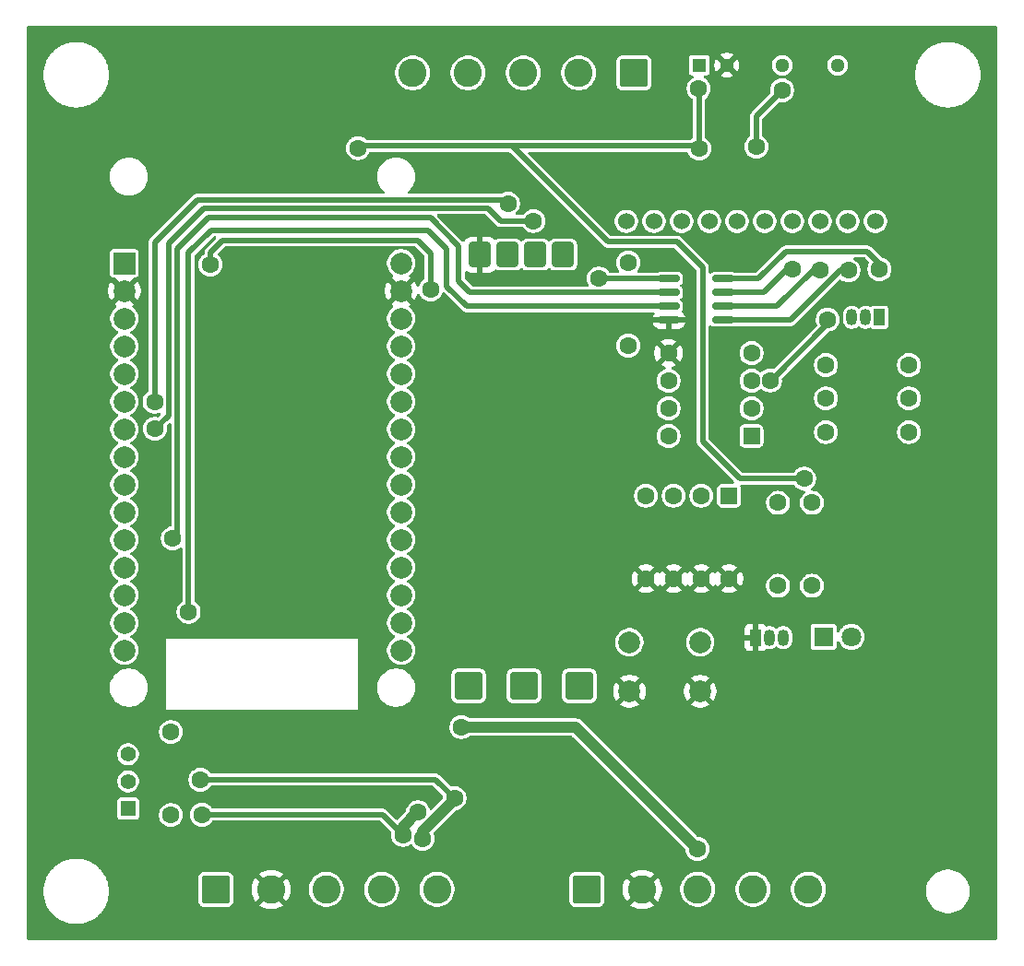
<source format=gbr>
%TF.GenerationSoftware,KiCad,Pcbnew,9.0.3*%
%TF.CreationDate,2026-01-26T07:39:55-05:00*%
%TF.ProjectId,SLAVE_V-C_INSOLATED,534c4156-455f-4562-9d43-5f494e534f4c,rev?*%
%TF.SameCoordinates,Original*%
%TF.FileFunction,Copper,L1,Top*%
%TF.FilePolarity,Positive*%
%FSLAX46Y46*%
G04 Gerber Fmt 4.6, Leading zero omitted, Abs format (unit mm)*
G04 Created by KiCad (PCBNEW 9.0.3) date 2026-01-26 07:39:55*
%MOMM*%
%LPD*%
G01*
G04 APERTURE LIST*
G04 Aperture macros list*
%AMRoundRect*
0 Rectangle with rounded corners*
0 $1 Rounding radius*
0 $2 $3 $4 $5 $6 $7 $8 $9 X,Y pos of 4 corners*
0 Add a 4 corners polygon primitive as box body*
4,1,4,$2,$3,$4,$5,$6,$7,$8,$9,$2,$3,0*
0 Add four circle primitives for the rounded corners*
1,1,$1+$1,$2,$3*
1,1,$1+$1,$4,$5*
1,1,$1+$1,$6,$7*
1,1,$1+$1,$8,$9*
0 Add four rect primitives between the rounded corners*
20,1,$1+$1,$2,$3,$4,$5,0*
20,1,$1+$1,$4,$5,$6,$7,0*
20,1,$1+$1,$6,$7,$8,$9,0*
20,1,$1+$1,$8,$9,$2,$3,0*%
G04 Aperture macros list end*
%TA.AperFunction,ComponentPad*%
%ADD10RoundRect,0.250000X-0.750000X0.900000X-0.750000X-0.900000X0.750000X-0.900000X0.750000X0.900000X0*%
%TD*%
%TA.AperFunction,ComponentPad*%
%ADD11RoundRect,0.250000X-1.020000X1.020000X-1.020000X-1.020000X1.020000X-1.020000X1.020000X1.020000X0*%
%TD*%
%TA.AperFunction,ComponentPad*%
%ADD12C,1.600000*%
%TD*%
%TA.AperFunction,ComponentPad*%
%ADD13C,2.000000*%
%TD*%
%TA.AperFunction,ComponentPad*%
%ADD14R,1.288000X1.288000*%
%TD*%
%TA.AperFunction,ComponentPad*%
%ADD15C,1.288000*%
%TD*%
%TA.AperFunction,ComponentPad*%
%ADD16R,1.408000X1.408000*%
%TD*%
%TA.AperFunction,ComponentPad*%
%ADD17C,1.408000*%
%TD*%
%TA.AperFunction,ComponentPad*%
%ADD18R,1.800000X1.800000*%
%TD*%
%TA.AperFunction,ComponentPad*%
%ADD19C,1.800000*%
%TD*%
%TA.AperFunction,ComponentPad*%
%ADD20RoundRect,0.250000X1.050000X1.050000X-1.050000X1.050000X-1.050000X-1.050000X1.050000X-1.050000X0*%
%TD*%
%TA.AperFunction,ComponentPad*%
%ADD21C,2.600000*%
%TD*%
%TA.AperFunction,ComponentPad*%
%ADD22RoundRect,0.250000X0.550000X0.550000X-0.550000X0.550000X-0.550000X-0.550000X0.550000X-0.550000X0*%
%TD*%
%TA.AperFunction,ComponentPad*%
%ADD23R,1.050000X1.500000*%
%TD*%
%TA.AperFunction,ComponentPad*%
%ADD24O,1.050000X1.500000*%
%TD*%
%TA.AperFunction,ComponentPad*%
%ADD25C,1.524000*%
%TD*%
%TA.AperFunction,ComponentPad*%
%ADD26RoundRect,0.250000X-1.050000X-1.050000X1.050000X-1.050000X1.050000X1.050000X-1.050000X1.050000X0*%
%TD*%
%TA.AperFunction,ComponentPad*%
%ADD27R,2.000000X2.000000*%
%TD*%
%TA.AperFunction,ComponentPad*%
%ADD28RoundRect,0.250000X-0.550000X0.550000X-0.550000X-0.550000X0.550000X-0.550000X0.550000X0.550000X0*%
%TD*%
%TA.AperFunction,SMDPad,CuDef*%
%ADD29RoundRect,0.150000X-0.825000X-0.150000X0.825000X-0.150000X0.825000X0.150000X-0.825000X0.150000X0*%
%TD*%
%TA.AperFunction,ViaPad*%
%ADD30C,1.600000*%
%TD*%
%TA.AperFunction,Conductor*%
%ADD31C,1.000000*%
%TD*%
%TA.AperFunction,Conductor*%
%ADD32C,0.500000*%
%TD*%
G04 APERTURE END LIST*
D10*
%TO.P,U10,1,VCC*%
%TO.N,3V3*%
X141555000Y-71700000D03*
%TO.P,U10,2,TXD*%
%TO.N,TX*%
X139015000Y-71700000D03*
%TO.P,U10,3,RXD*%
%TO.N,RX*%
X136475000Y-71700000D03*
%TO.P,U10,4,GND*%
%TO.N,GND*%
X133935000Y-71700000D03*
D11*
%TO.P,U10,5,A*%
%TO.N,485+*%
X143055000Y-111300000D03*
%TO.P,U10,6,B*%
%TO.N,485-*%
X137975000Y-111300000D03*
%TO.P,U10,7,GND*%
%TO.N,GND_T*%
X132895000Y-111300000D03*
%TD*%
D12*
%TO.P,R1,1*%
%TO.N,Net-(R1-Pad1)*%
X105580000Y-115550000D03*
%TO.P,R1,2*%
%TO.N,485-*%
X105580000Y-123170000D03*
%TD*%
D13*
%TO.P,SW2,1,1*%
%TO.N,BUTTOM*%
X147650000Y-107300000D03*
X154150000Y-107300000D03*
%TO.P,SW2,2,2*%
%TO.N,GND*%
X147650000Y-111800000D03*
X154150000Y-111800000D03*
%TD*%
D12*
%TO.P,R2,1*%
%TO.N,3V3*%
X147550000Y-72430000D03*
%TO.P,R2,2*%
%TO.N,ALE*%
X147550000Y-80050000D03*
%TD*%
%TO.P,R4,1*%
%TO.N,Net-(Q2-B)*%
X173320000Y-84900000D03*
%TO.P,R4,2*%
%TO.N,ALE_H*%
X165700000Y-84900000D03*
%TD*%
D14*
%TO.P,PS1,1,+VIN(VCC)*%
%TO.N,5V*%
X154060000Y-54300000D03*
D15*
%TO.P,PS1,2,-VIN(GND)*%
%TO.N,GND*%
X156600000Y-54300000D03*
%TO.P,PS1,4,-VOUT*%
%TO.N,GND_ISO*%
X161680000Y-54300000D03*
%TO.P,PS1,6,+VOUT*%
%TO.N,5V_ISO*%
X166760000Y-54300000D03*
%TD*%
D12*
%TO.P,R6,1*%
%TO.N,5V_ISO*%
X173320000Y-88000000D03*
%TO.P,R6,2*%
%TO.N,Net-(U2-A)*%
X165700000Y-88000000D03*
%TD*%
D16*
%TO.P,S1,1*%
%TO.N,unconnected-(S1-Pad1)*%
X101650000Y-122582500D03*
D17*
%TO.P,S1,2*%
%TO.N,485+*%
X101650000Y-120082500D03*
%TO.P,S1,3*%
%TO.N,Net-(R1-Pad1)*%
X101650000Y-117582500D03*
%TD*%
D18*
%TO.P,D7,1,K*%
%TO.N,Net-(D7-K)*%
X165480000Y-106800000D03*
D19*
%TO.P,D7,2,A*%
%TO.N,Net-(D7-A)*%
X168020000Y-106800000D03*
%TD*%
D12*
%TO.P,R5,1*%
%TO.N,5V_ISO*%
X173320000Y-81850000D03*
%TO.P,R5,2*%
%TO.N,ALE_H*%
X165700000Y-81850000D03*
%TD*%
%TO.P,R51,1*%
%TO.N,5V*%
X164400000Y-94490000D03*
%TO.P,R51,2*%
%TO.N,Net-(D7-A)*%
X164400000Y-102110000D03*
%TD*%
D20*
%TO.P,ANALOG_IN,1,Pin_1*%
%TO.N,5V_ISO*%
X148080000Y-55000000D03*
D21*
%TO.P,ANALOG_IN,2,Pin_2*%
%TO.N,GND_ISO*%
X143000000Y-55000000D03*
%TO.P,ANALOG_IN,3,Pin_3*%
%TO.N,SIGNAL_OUT1*%
X137920000Y-55000000D03*
%TO.P,ANALOG_IN,4,Pin_4*%
%TO.N,SIGNAL_OUT2*%
X132840000Y-55000000D03*
%TO.P,ANALOG_IN,5,Pin_5*%
%TO.N,SIGNAL_OUT3*%
X127760000Y-55000000D03*
%TD*%
D22*
%TO.P,U2,1,NC*%
%TO.N,unconnected-(U2-NC-Pad1)*%
X158855000Y-88360000D03*
D12*
%TO.P,U2,2,A*%
%TO.N,Net-(U2-A)*%
X158855000Y-85820000D03*
%TO.P,U2,3,C*%
%TO.N,Net-(Q2-C)*%
X158855000Y-83280000D03*
%TO.P,U2,4,NC*%
%TO.N,unconnected-(U2-NC-Pad4)*%
X158855000Y-80740000D03*
%TO.P,U2,5,GND*%
%TO.N,GND*%
X151235000Y-80740000D03*
%TO.P,U2,6,VO*%
%TO.N,ALE*%
X151235000Y-83280000D03*
%TO.P,U2,7,EN*%
%TO.N,5V*%
X151235000Y-85820000D03*
%TO.P,U2,8,VCC*%
X151235000Y-88360000D03*
%TD*%
D23*
%TO.P,Q2,1,E*%
%TO.N,GND_ISO*%
X170600000Y-77450000D03*
D24*
%TO.P,Q2,2,B*%
%TO.N,Net-(Q2-B)*%
X169330000Y-77450000D03*
%TO.P,Q2,3,C*%
%TO.N,Net-(Q2-C)*%
X168060000Y-77450000D03*
%TD*%
D25*
%TO.P,U4,1,ADDR*%
%TO.N,unconnected-(U4-ADDR-Pad1)*%
X160080000Y-68640000D03*
%TO.P,U4,2,ALERT*%
%TO.N,ALE_H*%
X157540000Y-68640000D03*
%TO.P,U4,3,GND*%
%TO.N,GND_ISO*%
X167700000Y-68640000D03*
%TO.P,U4,4,AIN0*%
%TO.N,SIGNAL_OUT1*%
X155000000Y-68640000D03*
%TO.P,U4,5,AIN1*%
%TO.N,SIGNAL_OUT2*%
X152460000Y-68640000D03*
%TO.P,U4,6,AIN2*%
%TO.N,SIGNAL_OUT3*%
X149920000Y-68640000D03*
%TO.P,U4,7,AIN3*%
%TO.N,unconnected-(U4-AIN3-Pad7)*%
X147380000Y-68640000D03*
%TO.P,U4,8,VDD*%
%TO.N,5V_ISO*%
X170240000Y-68640000D03*
%TO.P,U4,9,SDA*%
%TO.N,SDA_H*%
X162620000Y-68640000D03*
%TO.P,U4,10,SCL*%
%TO.N,SCL_H*%
X165160000Y-68640000D03*
%TD*%
D26*
%TO.P,MODBUS_IN,1,Pin_1*%
%TO.N,5V*%
X143760000Y-130000000D03*
D21*
%TO.P,MODBUS_IN,2,Pin_2*%
%TO.N,GND*%
X148840000Y-130000000D03*
%TO.P,MODBUS_IN,3,Pin_3*%
%TO.N,GND_T*%
X153920000Y-130000000D03*
%TO.P,MODBUS_IN,4,Pin_4*%
%TO.N,485-*%
X159000000Y-130000000D03*
%TO.P,MODBUS_IN,5,Pin_5*%
%TO.N,485+*%
X164080000Y-130000000D03*
%TD*%
D27*
%TO.P,U3,1,3V3*%
%TO.N,3V3*%
X101300000Y-72485000D03*
D13*
%TO.P,U3,2,GND*%
%TO.N,GND*%
X101300000Y-75025000D03*
%TO.P,U3,3,D15*%
%TO.N,unconnected-(U3-D15-Pad3)*%
X101300000Y-77565000D03*
%TO.P,U3,4,D2*%
%TO.N,unconnected-(U3-D2-Pad4)*%
X101300000Y-80105000D03*
%TO.P,U3,5,D4*%
%TO.N,unconnected-(U3-D4-Pad5)*%
X101300000Y-82645000D03*
%TO.P,U3,6,RX2*%
%TO.N,RX*%
X101300000Y-85185000D03*
%TO.P,U3,7,TX2*%
%TO.N,TX*%
X101300000Y-87725000D03*
%TO.P,U3,8,D5*%
%TO.N,unconnected-(U3-D5-Pad8)*%
X101300000Y-90265000D03*
%TO.P,U3,9,D18*%
%TO.N,unconnected-(U3-D18-Pad9)*%
X101300000Y-92805000D03*
%TO.P,U3,10,D19*%
%TO.N,unconnected-(U3-D19-Pad10)*%
X101300000Y-95345000D03*
%TO.P,U3,11,D21*%
%TO.N,SDA*%
X101300000Y-97885000D03*
%TO.P,U3,12,RX0*%
%TO.N,unconnected-(U3-RX0-Pad12)*%
X101300000Y-100425000D03*
%TO.P,U3,13,TX0*%
%TO.N,unconnected-(U3-TX0-Pad13)*%
X101300000Y-102965000D03*
%TO.P,U3,14,D22*%
%TO.N,SCL*%
X101300000Y-105505000D03*
%TO.P,U3,15,D23*%
%TO.N,unconnected-(U3-D23-Pad15)*%
X101300000Y-108045000D03*
%TO.P,U3,16,EN*%
%TO.N,unconnected-(U3-EN-Pad16)*%
X126700000Y-108045000D03*
%TO.P,U3,17,VP*%
%TO.N,unconnected-(U3-VP-Pad17)*%
X126700000Y-105505000D03*
%TO.P,U3,18,VN*%
%TO.N,unconnected-(U3-VN-Pad18)*%
X126700000Y-102965000D03*
%TO.P,U3,19,D34*%
%TO.N,unconnected-(U3-D34-Pad19)*%
X126700000Y-100425000D03*
%TO.P,U3,20,D35*%
%TO.N,unconnected-(U3-D35-Pad20)*%
X126700000Y-97885000D03*
%TO.P,U3,21,D32*%
%TO.N,BUTTOM*%
X126700000Y-95345000D03*
%TO.P,U3,22,D33*%
%TO.N,LED*%
X126700000Y-92805000D03*
%TO.P,U3,23,D25*%
%TO.N,DIP_4*%
X126700000Y-90265000D03*
%TO.P,U3,24,D26*%
%TO.N,DIP_3*%
X126700000Y-87725000D03*
%TO.P,U3,25,D27*%
%TO.N,DIP_2*%
X126700000Y-85185000D03*
%TO.P,U3,26,D14*%
%TO.N,DIP_1*%
X126700000Y-82645000D03*
%TO.P,U3,27,D12*%
%TO.N,unconnected-(U3-D12-Pad27)*%
X126700000Y-80105000D03*
%TO.P,U3,28,D13*%
%TO.N,ALE*%
X126700000Y-77565000D03*
%TO.P,U3,29,GND*%
%TO.N,GND*%
X126700000Y-75025000D03*
%TO.P,U3,30,VIN*%
%TO.N,5V*%
X126700000Y-72485000D03*
%TD*%
D23*
%TO.P,Q1,1,E*%
%TO.N,GND*%
X159230000Y-106860000D03*
D24*
%TO.P,Q1,2,B*%
%TO.N,Net-(Q1-B)*%
X160500000Y-106860000D03*
%TO.P,Q1,3,C*%
%TO.N,Net-(D7-K)*%
X161770000Y-106860000D03*
%TD*%
D28*
%TO.P,SW1,1*%
%TO.N,DIP_1*%
X156800000Y-93830000D03*
D12*
%TO.P,SW1,2*%
%TO.N,DIP_2*%
X154260000Y-93830000D03*
%TO.P,SW1,3*%
%TO.N,DIP_3*%
X151720000Y-93830000D03*
%TO.P,SW1,4*%
%TO.N,DIP_4*%
X149180000Y-93830000D03*
%TO.P,SW1,5*%
%TO.N,GND*%
X149180000Y-101450000D03*
%TO.P,SW1,6*%
X151720000Y-101450000D03*
%TO.P,SW1,7*%
X154260000Y-101450000D03*
%TO.P,SW1,8*%
X156800000Y-101450000D03*
%TD*%
D29*
%TO.P,U1,1,VDD1*%
%TO.N,3V3*%
X151300000Y-73900000D03*
%TO.P,U1,2,VOA*%
%TO.N,SDA*%
X151300000Y-75170000D03*
%TO.P,U1,3,VIB*%
%TO.N,SCL*%
X151300000Y-76440000D03*
%TO.P,U1,4,GND1*%
%TO.N,GND*%
X151300000Y-77710000D03*
%TO.P,U1,5,GND2*%
%TO.N,GND_ISO*%
X156250000Y-77710000D03*
%TO.P,U1,6,VOB*%
%TO.N,SCL_H*%
X156250000Y-76440000D03*
%TO.P,U1,7,VIA*%
%TO.N,SDA_H*%
X156250000Y-75170000D03*
%TO.P,U1,8,VDD2*%
%TO.N,5V_ISO*%
X156250000Y-73900000D03*
%TD*%
D26*
%TO.P,MODBUS_OUT,1,Pin_1*%
%TO.N,5V*%
X109680000Y-130000000D03*
D21*
%TO.P,MODBUS_OUT,2,Pin_2*%
%TO.N,GND*%
X114760000Y-130000000D03*
%TO.P,MODBUS_OUT,3,Pin_3*%
%TO.N,GND_T*%
X119840000Y-130000000D03*
%TO.P,MODBUS_OUT,4,Pin_4*%
%TO.N,485-*%
X124920000Y-130000000D03*
%TO.P,MODBUS_OUT,5,Pin_5*%
%TO.N,485+*%
X130000000Y-130000000D03*
%TD*%
D12*
%TO.P,R52,1*%
%TO.N,Net-(Q1-B)*%
X161300000Y-102110000D03*
%TO.P,R52,2*%
%TO.N,LED*%
X161300000Y-94490000D03*
%TD*%
D30*
%TO.N,GND*%
X140650000Y-86500000D03*
X140650000Y-80000000D03*
%TO.N,GND_T*%
X132240000Y-115080000D03*
X153910000Y-126300000D03*
%TO.N,5V*%
X163680000Y-92280000D03*
X154050000Y-61950000D03*
X122750000Y-61900000D03*
X154000000Y-56450000D03*
%TO.N,485+*%
X131590000Y-121630000D03*
X108290000Y-119930000D03*
X128680000Y-125340000D03*
%TO.N,485-*%
X128253984Y-122930000D03*
X108410000Y-123140000D03*
X126850000Y-124980000D03*
%TO.N,3V3*%
X144850000Y-73900000D03*
X109200000Y-72600000D03*
X129400000Y-74900000D03*
%TO.N,TX*%
X138860000Y-68605000D03*
X104100000Y-87700000D03*
%TO.N,RX*%
X104070000Y-85200000D03*
X136500000Y-67000000D03*
%TO.N,SCL*%
X107200000Y-104500000D03*
%TO.N,SDA*%
X105750000Y-97760000D03*
%TO.N,SDA_H*%
X162620000Y-73000000D03*
%TO.N,SCL_H*%
X165160000Y-73100000D03*
%TO.N,5V_ISO*%
X170610000Y-73050000D03*
%TO.N,GND_ISO*%
X161650000Y-56600000D03*
X159300000Y-61800000D03*
X167750000Y-73150000D03*
%TO.N,Net-(Q2-C)*%
X160550000Y-83250000D03*
X165850000Y-77650000D03*
%TD*%
D31*
%TO.N,GND_T*%
X153980000Y-126370000D02*
X153910000Y-126300000D01*
X142690000Y-115080000D02*
X132240000Y-115080000D01*
X153910000Y-126300000D02*
X142690000Y-115080000D01*
D32*
%TO.N,5V*%
X152000000Y-70500000D02*
X154400000Y-72900000D01*
X134350000Y-61700000D02*
X122950000Y-61700000D01*
X134350000Y-61700000D02*
X136850000Y-61700000D01*
X134350000Y-61700000D02*
X134576594Y-61700000D01*
X154400000Y-72900000D02*
X154400000Y-88900000D01*
X154050000Y-56500000D02*
X154000000Y-56450000D01*
X122950000Y-61700000D02*
X122750000Y-61900000D01*
X157780000Y-92280000D02*
X163680000Y-92280000D01*
X154400000Y-88900000D02*
X157780000Y-92280000D01*
X153800000Y-61700000D02*
X154050000Y-61950000D01*
X145650000Y-70500000D02*
X152000000Y-70500000D01*
X136850000Y-61700000D02*
X145650000Y-70500000D01*
X136850000Y-61700000D02*
X153800000Y-61700000D01*
X154050000Y-61950000D02*
X154050000Y-56500000D01*
%TO.N,485+*%
X131590000Y-121630000D02*
X129890000Y-119930000D01*
X129890000Y-119930000D02*
X108290000Y-119930000D01*
D31*
X131590000Y-121730000D02*
X128680000Y-124640000D01*
X128680000Y-124640000D02*
X128680000Y-125340000D01*
X131590000Y-121630000D02*
X131590000Y-121730000D01*
%TO.N,485-*%
X128197968Y-122930000D02*
X128253984Y-122930000D01*
D32*
X125010000Y-123140000D02*
X108410000Y-123140000D01*
D31*
X126850000Y-124980000D02*
X126850000Y-124277968D01*
X126850000Y-124277968D02*
X128197968Y-122930000D01*
D32*
X126850000Y-124980000D02*
X125010000Y-123140000D01*
%TO.N,3V3*%
X129400000Y-71550000D02*
X129400000Y-74900000D01*
X151300000Y-73900000D02*
X144850000Y-73900000D01*
X128220000Y-70370000D02*
X129400000Y-71550000D01*
X109200000Y-71480000D02*
X110310000Y-70370000D01*
X109200000Y-72600000D02*
X109200000Y-71480000D01*
X110310000Y-70370000D02*
X128220000Y-70370000D01*
%TO.N,TX*%
X105340000Y-70680000D02*
X105340000Y-86460000D01*
X135850000Y-68600000D02*
X134650000Y-67400000D01*
X138855000Y-68600000D02*
X135850000Y-68600000D01*
X105340000Y-86460000D02*
X104100000Y-87700000D01*
X134650000Y-67400000D02*
X108620000Y-67400000D01*
X138860000Y-68605000D02*
X138855000Y-68600000D01*
X108620000Y-67400000D02*
X105340000Y-70680000D01*
%TO.N,RX*%
X136150000Y-66650000D02*
X108000000Y-66650000D01*
X103978000Y-85200000D02*
X104070000Y-85200000D01*
X108000000Y-66650000D02*
X104070000Y-70580000D01*
X136500000Y-67000000D02*
X136150000Y-66650000D01*
X104070000Y-70580000D02*
X104070000Y-85200000D01*
%TO.N,SCL*%
X132690000Y-76440000D02*
X130900000Y-74650000D01*
X129200000Y-69450000D02*
X109290000Y-69450000D01*
X130900000Y-71150000D02*
X129200000Y-69450000D01*
X130900000Y-74650000D02*
X130900000Y-71150000D01*
X109290000Y-69450000D02*
X107200000Y-71540000D01*
X107200000Y-71540000D02*
X107200000Y-104500000D01*
X151300000Y-76440000D02*
X132690000Y-76440000D01*
%TO.N,SDA*%
X106160000Y-71200000D02*
X106160000Y-97350000D01*
X151290000Y-75180000D02*
X133008428Y-75180000D01*
X133008428Y-75180000D02*
X132000000Y-74171572D01*
X132000000Y-74171572D02*
X132000000Y-70900000D01*
X151300000Y-75170000D02*
X151290000Y-75180000D01*
X132000000Y-70900000D02*
X129400000Y-68300000D01*
X106160000Y-97350000D02*
X105750000Y-97760000D01*
X101300000Y-97885000D02*
X101455000Y-97730000D01*
X129400000Y-68300000D02*
X109060000Y-68300000D01*
X109060000Y-68300000D02*
X106160000Y-71200000D01*
%TO.N,SDA_H*%
X162150000Y-73000000D02*
X159980000Y-75170000D01*
X159980000Y-75170000D02*
X156250000Y-75170000D01*
X162620000Y-73000000D02*
X162150000Y-73000000D01*
%TO.N,SCL_H*%
X164550000Y-73100000D02*
X161210000Y-76440000D01*
X165160000Y-73100000D02*
X164550000Y-73100000D01*
X161210000Y-76440000D02*
X156250000Y-76440000D01*
%TO.N,5V_ISO*%
X156250000Y-73900000D02*
X159500000Y-73900000D01*
X170610000Y-72510000D02*
X170610000Y-73050000D01*
X162000000Y-71400000D02*
X169500000Y-71400000D01*
X169500000Y-71400000D02*
X170610000Y-72510000D01*
X159500000Y-73900000D02*
X162000000Y-71400000D01*
%TO.N,GND_ISO*%
X167000000Y-73150000D02*
X162440000Y-77710000D01*
X159300000Y-61800000D02*
X159300000Y-58950000D01*
X167750000Y-73150000D02*
X167000000Y-73150000D01*
X159300000Y-58950000D02*
X161650000Y-56600000D01*
X162440000Y-77710000D02*
X156250000Y-77710000D01*
%TO.N,Net-(Q2-C)*%
X160650000Y-83250000D02*
X165850000Y-78050000D01*
X165850000Y-78050000D02*
X165850000Y-77650000D01*
X160550000Y-83250000D02*
X160650000Y-83250000D01*
%TD*%
%TA.AperFunction,Conductor*%
%TO.N,GND*%
G36*
X181317539Y-50695185D02*
G01*
X181363294Y-50747989D01*
X181374500Y-50799500D01*
X181374500Y-134550500D01*
X181354815Y-134617539D01*
X181302011Y-134663294D01*
X181250500Y-134674500D01*
X92499500Y-134674500D01*
X92432461Y-134654815D01*
X92386706Y-134602011D01*
X92375500Y-134550500D01*
X92375500Y-130175000D01*
X93874999Y-130175000D01*
X93875497Y-130252252D01*
X93875497Y-130252257D01*
X93883451Y-130406565D01*
X93883452Y-130406573D01*
X93883452Y-130406582D01*
X93899338Y-130560260D01*
X93923119Y-130712945D01*
X93923120Y-130712952D01*
X93954717Y-130864154D01*
X93994072Y-131013593D01*
X94041063Y-131160795D01*
X94095566Y-131305371D01*
X94123318Y-131368870D01*
X94157443Y-131446954D01*
X94201131Y-131534360D01*
X94226532Y-131585181D01*
X94302622Y-131719623D01*
X94302628Y-131719632D01*
X94302630Y-131719635D01*
X94380413Y-131841924D01*
X94385557Y-131850010D01*
X94385565Y-131850023D01*
X94454249Y-131946634D01*
X94473022Y-131973041D01*
X94475085Y-131975942D01*
X94570978Y-132097100D01*
X94672959Y-132213136D01*
X94672969Y-132213147D01*
X94672979Y-132213158D01*
X94672988Y-132213167D01*
X94780784Y-132323777D01*
X94780800Y-132323792D01*
X94780820Y-132323813D01*
X94894214Y-132428768D01*
X94894227Y-132428779D01*
X95012872Y-132527758D01*
X95136440Y-132620485D01*
X95136449Y-132620491D01*
X95264644Y-132706746D01*
X95370235Y-132770151D01*
X95397104Y-132786285D01*
X95397125Y-132786297D01*
X95533471Y-132858893D01*
X95533490Y-132858903D01*
X95533496Y-132858906D01*
X95673439Y-132924407D01*
X95673451Y-132924412D01*
X95673458Y-132924415D01*
X95782177Y-132968629D01*
X95816568Y-132982616D01*
X95962504Y-133033380D01*
X96110860Y-133076564D01*
X96261242Y-133112054D01*
X96413252Y-133139755D01*
X96566486Y-133159594D01*
X96566485Y-133159594D01*
X96588493Y-133161297D01*
X96720538Y-133171519D01*
X96875000Y-133175498D01*
X97029462Y-133171519D01*
X97183514Y-133159594D01*
X97336748Y-133139755D01*
X97488758Y-133112054D01*
X97639140Y-133076564D01*
X97787496Y-133033380D01*
X97933432Y-132982616D01*
X98076561Y-132924407D01*
X98216504Y-132858906D01*
X98352889Y-132786289D01*
X98485356Y-132706746D01*
X98613552Y-132620490D01*
X98613559Y-132620485D01*
X98737127Y-132527758D01*
X98737137Y-132527750D01*
X98855785Y-132428769D01*
X98969180Y-132323813D01*
X99077021Y-132213158D01*
X99179023Y-132097098D01*
X99274916Y-131975941D01*
X99364444Y-131850009D01*
X99447370Y-131719635D01*
X99468515Y-131682274D01*
X99523467Y-131585181D01*
X99523471Y-131585171D01*
X99523476Y-131585164D01*
X99592557Y-131446954D01*
X99654433Y-131305371D01*
X99708938Y-131160791D01*
X99755927Y-131013596D01*
X99795277Y-130864177D01*
X99804630Y-130819419D01*
X99826879Y-130712952D01*
X99826880Y-130712945D01*
X99826883Y-130712931D01*
X99850661Y-130560259D01*
X99866549Y-130406565D01*
X99874503Y-130252257D01*
X99874503Y-130097743D01*
X99866549Y-129943435D01*
X99850661Y-129789741D01*
X99826883Y-129637069D01*
X99826880Y-129637054D01*
X99826879Y-129637047D01*
X99795282Y-129485845D01*
X99795280Y-129485837D01*
X99795277Y-129485823D01*
X99755927Y-129336404D01*
X99708938Y-129189209D01*
X99654433Y-129044629D01*
X99633980Y-128997828D01*
X99614323Y-128952849D01*
X99598338Y-128916275D01*
X99594240Y-128906898D01*
X108079500Y-128906898D01*
X108079500Y-131093102D01*
X108085126Y-131139954D01*
X108090122Y-131181561D01*
X108145639Y-131322343D01*
X108237077Y-131442922D01*
X108357656Y-131534360D01*
X108357657Y-131534360D01*
X108357658Y-131534361D01*
X108498436Y-131589877D01*
X108586898Y-131600500D01*
X108586903Y-131600500D01*
X110773097Y-131600500D01*
X110773102Y-131600500D01*
X110861564Y-131589877D01*
X111002342Y-131534361D01*
X111122922Y-131442922D01*
X111214361Y-131322342D01*
X111269877Y-131181564D01*
X111280500Y-131093102D01*
X111280500Y-129882014D01*
X112960000Y-129882014D01*
X112960000Y-130117985D01*
X112990799Y-130351914D01*
X113051870Y-130579837D01*
X113142160Y-130797819D01*
X113142165Y-130797828D01*
X113260144Y-131002171D01*
X113260145Y-131002172D01*
X113322721Y-131083723D01*
X114158958Y-130247487D01*
X114183978Y-130307890D01*
X114255112Y-130414351D01*
X114345649Y-130504888D01*
X114452110Y-130576022D01*
X114512511Y-130601041D01*
X113676275Y-131437277D01*
X113757827Y-131499854D01*
X113757828Y-131499855D01*
X113962171Y-131617834D01*
X113962180Y-131617839D01*
X114180163Y-131708129D01*
X114180161Y-131708129D01*
X114408085Y-131769200D01*
X114642014Y-131799999D01*
X114642029Y-131800000D01*
X114877971Y-131800000D01*
X114877985Y-131799999D01*
X115111914Y-131769200D01*
X115339837Y-131708129D01*
X115557819Y-131617839D01*
X115557828Y-131617834D01*
X115762181Y-131499850D01*
X115843723Y-131437279D01*
X115843723Y-131437276D01*
X115007487Y-130601041D01*
X115067890Y-130576022D01*
X115174351Y-130504888D01*
X115264888Y-130414351D01*
X115336022Y-130307890D01*
X115361041Y-130247487D01*
X116197276Y-131083723D01*
X116197279Y-131083723D01*
X116259850Y-131002181D01*
X116377834Y-130797828D01*
X116377839Y-130797819D01*
X116468129Y-130579837D01*
X116529200Y-130351914D01*
X116559999Y-130117985D01*
X116560000Y-130117971D01*
X116560000Y-129882028D01*
X116559999Y-129882019D01*
X116558948Y-129874038D01*
X118239500Y-129874038D01*
X118239500Y-130125961D01*
X118278910Y-130374785D01*
X118356760Y-130614383D01*
X118406984Y-130712952D01*
X118461231Y-130819418D01*
X118471132Y-130838848D01*
X118619201Y-131042649D01*
X118619205Y-131042654D01*
X118797345Y-131220794D01*
X118797350Y-131220798D01*
X118937116Y-131322343D01*
X119001155Y-131368870D01*
X119144184Y-131441747D01*
X119225616Y-131483239D01*
X119225618Y-131483239D01*
X119225621Y-131483241D01*
X119465215Y-131561090D01*
X119714038Y-131600500D01*
X119714039Y-131600500D01*
X119965961Y-131600500D01*
X119965962Y-131600500D01*
X120214785Y-131561090D01*
X120454379Y-131483241D01*
X120678845Y-131368870D01*
X120882656Y-131220793D01*
X121060793Y-131042656D01*
X121208870Y-130838845D01*
X121323241Y-130614379D01*
X121401090Y-130374785D01*
X121440500Y-130125962D01*
X121440500Y-129874038D01*
X123319500Y-129874038D01*
X123319500Y-130125961D01*
X123358910Y-130374785D01*
X123436760Y-130614383D01*
X123486984Y-130712952D01*
X123541231Y-130819418D01*
X123551132Y-130838848D01*
X123699201Y-131042649D01*
X123699205Y-131042654D01*
X123877345Y-131220794D01*
X123877350Y-131220798D01*
X124017116Y-131322343D01*
X124081155Y-131368870D01*
X124224184Y-131441747D01*
X124305616Y-131483239D01*
X124305618Y-131483239D01*
X124305621Y-131483241D01*
X124545215Y-131561090D01*
X124794038Y-131600500D01*
X124794039Y-131600500D01*
X125045961Y-131600500D01*
X125045962Y-131600500D01*
X125294785Y-131561090D01*
X125534379Y-131483241D01*
X125758845Y-131368870D01*
X125962656Y-131220793D01*
X126140793Y-131042656D01*
X126288870Y-130838845D01*
X126403241Y-130614379D01*
X126481090Y-130374785D01*
X126520500Y-130125962D01*
X126520500Y-129874038D01*
X128399500Y-129874038D01*
X128399500Y-130125961D01*
X128438910Y-130374785D01*
X128516760Y-130614383D01*
X128566984Y-130712952D01*
X128621231Y-130819418D01*
X128631132Y-130838848D01*
X128779201Y-131042649D01*
X128779205Y-131042654D01*
X128957345Y-131220794D01*
X128957350Y-131220798D01*
X129097116Y-131322343D01*
X129161155Y-131368870D01*
X129304184Y-131441747D01*
X129385616Y-131483239D01*
X129385618Y-131483239D01*
X129385621Y-131483241D01*
X129625215Y-131561090D01*
X129874038Y-131600500D01*
X129874039Y-131600500D01*
X130125961Y-131600500D01*
X130125962Y-131600500D01*
X130374785Y-131561090D01*
X130614379Y-131483241D01*
X130838845Y-131368870D01*
X131042656Y-131220793D01*
X131220793Y-131042656D01*
X131368870Y-130838845D01*
X131483241Y-130614379D01*
X131561090Y-130374785D01*
X131600500Y-130125962D01*
X131600500Y-129874038D01*
X131561090Y-129625215D01*
X131483241Y-129385621D01*
X131483239Y-129385618D01*
X131483239Y-129385616D01*
X131433653Y-129288299D01*
X131368870Y-129161155D01*
X131353206Y-129139595D01*
X131234404Y-128976077D01*
X131234403Y-128976076D01*
X131220796Y-128957347D01*
X131170347Y-128906898D01*
X142159500Y-128906898D01*
X142159500Y-131093102D01*
X142165126Y-131139954D01*
X142170122Y-131181561D01*
X142225639Y-131322343D01*
X142317077Y-131442922D01*
X142437656Y-131534360D01*
X142437657Y-131534360D01*
X142437658Y-131534361D01*
X142578436Y-131589877D01*
X142666898Y-131600500D01*
X142666903Y-131600500D01*
X144853097Y-131600500D01*
X144853102Y-131600500D01*
X144941564Y-131589877D01*
X145082342Y-131534361D01*
X145202922Y-131442922D01*
X145294361Y-131322342D01*
X145349877Y-131181564D01*
X145360500Y-131093102D01*
X145360500Y-129882014D01*
X147040000Y-129882014D01*
X147040000Y-130117985D01*
X147070799Y-130351914D01*
X147131870Y-130579837D01*
X147222160Y-130797819D01*
X147222165Y-130797828D01*
X147340144Y-131002171D01*
X147340145Y-131002172D01*
X147402721Y-131083723D01*
X148238958Y-130247487D01*
X148263978Y-130307890D01*
X148335112Y-130414351D01*
X148425649Y-130504888D01*
X148532110Y-130576022D01*
X148592511Y-130601041D01*
X147756275Y-131437277D01*
X147837827Y-131499854D01*
X147837828Y-131499855D01*
X148042171Y-131617834D01*
X148042180Y-131617839D01*
X148260163Y-131708129D01*
X148260161Y-131708129D01*
X148488085Y-131769200D01*
X148722014Y-131799999D01*
X148722029Y-131800000D01*
X148957971Y-131800000D01*
X148957985Y-131799999D01*
X149191914Y-131769200D01*
X149419837Y-131708129D01*
X149637819Y-131617839D01*
X149637828Y-131617834D01*
X149842181Y-131499850D01*
X149923723Y-131437279D01*
X149923723Y-131437276D01*
X149087487Y-130601041D01*
X149147890Y-130576022D01*
X149254351Y-130504888D01*
X149344888Y-130414351D01*
X149416022Y-130307890D01*
X149441041Y-130247488D01*
X150277276Y-131083723D01*
X150277279Y-131083723D01*
X150339850Y-131002181D01*
X150457834Y-130797828D01*
X150457839Y-130797819D01*
X150548129Y-130579837D01*
X150609200Y-130351914D01*
X150639999Y-130117985D01*
X150640000Y-130117971D01*
X150640000Y-129882028D01*
X150639999Y-129882019D01*
X150638948Y-129874038D01*
X152319500Y-129874038D01*
X152319500Y-130125961D01*
X152358910Y-130374785D01*
X152436760Y-130614383D01*
X152486984Y-130712952D01*
X152541231Y-130819418D01*
X152551132Y-130838848D01*
X152699201Y-131042649D01*
X152699205Y-131042654D01*
X152877345Y-131220794D01*
X152877350Y-131220798D01*
X153017116Y-131322343D01*
X153081155Y-131368870D01*
X153224184Y-131441747D01*
X153305616Y-131483239D01*
X153305618Y-131483239D01*
X153305621Y-131483241D01*
X153545215Y-131561090D01*
X153794038Y-131600500D01*
X153794039Y-131600500D01*
X154045961Y-131600500D01*
X154045962Y-131600500D01*
X154294785Y-131561090D01*
X154534379Y-131483241D01*
X154758845Y-131368870D01*
X154962656Y-131220793D01*
X155140793Y-131042656D01*
X155288870Y-130838845D01*
X155403241Y-130614379D01*
X155481090Y-130374785D01*
X155520500Y-130125962D01*
X155520500Y-129874038D01*
X157399500Y-129874038D01*
X157399500Y-130125961D01*
X157438910Y-130374785D01*
X157516760Y-130614383D01*
X157566984Y-130712952D01*
X157621231Y-130819418D01*
X157631132Y-130838848D01*
X157779201Y-131042649D01*
X157779205Y-131042654D01*
X157957345Y-131220794D01*
X157957350Y-131220798D01*
X158097116Y-131322343D01*
X158161155Y-131368870D01*
X158304184Y-131441747D01*
X158385616Y-131483239D01*
X158385618Y-131483239D01*
X158385621Y-131483241D01*
X158625215Y-131561090D01*
X158874038Y-131600500D01*
X158874039Y-131600500D01*
X159125961Y-131600500D01*
X159125962Y-131600500D01*
X159374785Y-131561090D01*
X159614379Y-131483241D01*
X159838845Y-131368870D01*
X160042656Y-131220793D01*
X160220793Y-131042656D01*
X160368870Y-130838845D01*
X160483241Y-130614379D01*
X160561090Y-130374785D01*
X160600500Y-130125962D01*
X160600500Y-129874038D01*
X162479500Y-129874038D01*
X162479500Y-130125961D01*
X162518910Y-130374785D01*
X162596760Y-130614383D01*
X162646984Y-130712952D01*
X162701231Y-130819418D01*
X162711132Y-130838848D01*
X162859201Y-131042649D01*
X162859205Y-131042654D01*
X163037345Y-131220794D01*
X163037350Y-131220798D01*
X163177116Y-131322343D01*
X163241155Y-131368870D01*
X163384184Y-131441747D01*
X163465616Y-131483239D01*
X163465618Y-131483239D01*
X163465621Y-131483241D01*
X163705215Y-131561090D01*
X163954038Y-131600500D01*
X163954039Y-131600500D01*
X164205961Y-131600500D01*
X164205962Y-131600500D01*
X164454785Y-131561090D01*
X164694379Y-131483241D01*
X164918845Y-131368870D01*
X165122656Y-131220793D01*
X165300793Y-131042656D01*
X165448870Y-130838845D01*
X165563241Y-130614379D01*
X165641090Y-130374785D01*
X165680500Y-130125962D01*
X165680500Y-130043872D01*
X174874500Y-130043872D01*
X174874500Y-130306127D01*
X174883540Y-130374785D01*
X174908730Y-130566116D01*
X174970817Y-130797828D01*
X174976602Y-130819418D01*
X174976605Y-130819428D01*
X175076953Y-131061690D01*
X175076958Y-131061700D01*
X175208075Y-131288803D01*
X175367718Y-131496851D01*
X175367726Y-131496860D01*
X175553140Y-131682274D01*
X175553148Y-131682281D01*
X175761196Y-131841924D01*
X175988299Y-131973041D01*
X175988309Y-131973046D01*
X176230571Y-132073394D01*
X176230581Y-132073398D01*
X176483884Y-132141270D01*
X176743880Y-132175500D01*
X176743887Y-132175500D01*
X177006113Y-132175500D01*
X177006120Y-132175500D01*
X177266116Y-132141270D01*
X177519419Y-132073398D01*
X177761697Y-131973043D01*
X177988803Y-131841924D01*
X178196851Y-131682282D01*
X178196855Y-131682277D01*
X178196860Y-131682274D01*
X178382274Y-131496860D01*
X178382277Y-131496855D01*
X178382282Y-131496851D01*
X178541924Y-131288803D01*
X178673043Y-131061697D01*
X178773398Y-130819419D01*
X178841270Y-130566116D01*
X178875500Y-130306120D01*
X178875500Y-130043880D01*
X178841270Y-129783884D01*
X178773398Y-129530581D01*
X178713354Y-129385621D01*
X178673046Y-129288309D01*
X178673041Y-129288299D01*
X178541924Y-129061196D01*
X178382281Y-128853148D01*
X178382274Y-128853140D01*
X178196860Y-128667726D01*
X178196851Y-128667718D01*
X177988803Y-128508075D01*
X177761700Y-128376958D01*
X177761690Y-128376953D01*
X177519428Y-128276605D01*
X177519421Y-128276603D01*
X177519419Y-128276602D01*
X177266116Y-128208730D01*
X177199807Y-128200000D01*
X177006127Y-128174500D01*
X177006120Y-128174500D01*
X176743880Y-128174500D01*
X176743872Y-128174500D01*
X176512772Y-128204926D01*
X176483884Y-128208730D01*
X176319031Y-128252902D01*
X176230581Y-128276602D01*
X176230571Y-128276605D01*
X175988309Y-128376953D01*
X175988299Y-128376958D01*
X175761196Y-128508075D01*
X175553148Y-128667718D01*
X175367718Y-128853148D01*
X175208075Y-129061196D01*
X175076958Y-129288299D01*
X175076953Y-129288309D01*
X174976605Y-129530571D01*
X174976602Y-129530581D01*
X174908730Y-129783885D01*
X174874500Y-130043872D01*
X165680500Y-130043872D01*
X165680500Y-129874038D01*
X165641090Y-129625215D01*
X165563241Y-129385621D01*
X165563239Y-129385618D01*
X165563239Y-129385616D01*
X165513653Y-129288299D01*
X165448870Y-129161155D01*
X165429952Y-129135117D01*
X165300798Y-128957350D01*
X165300794Y-128957345D01*
X165122654Y-128779205D01*
X165122649Y-128779201D01*
X164918848Y-128631132D01*
X164918847Y-128631131D01*
X164918845Y-128631130D01*
X164784583Y-128562720D01*
X164694383Y-128516760D01*
X164454785Y-128438910D01*
X164273032Y-128410123D01*
X164205962Y-128399500D01*
X163954038Y-128399500D01*
X163886974Y-128410122D01*
X163705214Y-128438910D01*
X163465616Y-128516760D01*
X163241151Y-128631132D01*
X163037350Y-128779201D01*
X163037345Y-128779205D01*
X162859205Y-128957345D01*
X162859201Y-128957350D01*
X162711132Y-129161151D01*
X162596760Y-129385616D01*
X162518910Y-129625214D01*
X162479500Y-129874038D01*
X160600500Y-129874038D01*
X160561090Y-129625215D01*
X160483241Y-129385621D01*
X160483239Y-129385618D01*
X160483239Y-129385616D01*
X160433653Y-129288299D01*
X160368870Y-129161155D01*
X160349952Y-129135117D01*
X160220798Y-128957350D01*
X160220794Y-128957345D01*
X160042654Y-128779205D01*
X160042649Y-128779201D01*
X159838848Y-128631132D01*
X159838847Y-128631131D01*
X159838845Y-128631130D01*
X159704583Y-128562720D01*
X159614383Y-128516760D01*
X159374785Y-128438910D01*
X159193032Y-128410123D01*
X159125962Y-128399500D01*
X158874038Y-128399500D01*
X158806974Y-128410122D01*
X158625214Y-128438910D01*
X158385616Y-128516760D01*
X158161151Y-128631132D01*
X157957350Y-128779201D01*
X157957345Y-128779205D01*
X157779205Y-128957345D01*
X157779201Y-128957350D01*
X157631132Y-129161151D01*
X157516760Y-129385616D01*
X157438910Y-129625214D01*
X157399500Y-129874038D01*
X155520500Y-129874038D01*
X155481090Y-129625215D01*
X155403241Y-129385621D01*
X155403239Y-129385618D01*
X155403239Y-129385616D01*
X155353653Y-129288299D01*
X155288870Y-129161155D01*
X155269952Y-129135117D01*
X155140798Y-128957350D01*
X155140794Y-128957345D01*
X154962654Y-128779205D01*
X154962649Y-128779201D01*
X154758848Y-128631132D01*
X154758847Y-128631131D01*
X154758845Y-128631130D01*
X154624583Y-128562720D01*
X154534383Y-128516760D01*
X154294785Y-128438910D01*
X154113032Y-128410123D01*
X154045962Y-128399500D01*
X153794038Y-128399500D01*
X153726974Y-128410122D01*
X153545214Y-128438910D01*
X153305616Y-128516760D01*
X153081151Y-128631132D01*
X152877350Y-128779201D01*
X152877345Y-128779205D01*
X152699205Y-128957345D01*
X152699201Y-128957350D01*
X152551132Y-129161151D01*
X152436760Y-129385616D01*
X152358910Y-129625214D01*
X152319500Y-129874038D01*
X150638948Y-129874038D01*
X150609201Y-129648085D01*
X150548129Y-129420162D01*
X150457839Y-129202180D01*
X150457834Y-129202171D01*
X150339855Y-128997828D01*
X150339854Y-128997827D01*
X150277277Y-128916275D01*
X149441041Y-129752511D01*
X149416022Y-129692110D01*
X149344888Y-129585649D01*
X149254351Y-129495112D01*
X149147890Y-129423978D01*
X149087488Y-129398958D01*
X149923723Y-128562721D01*
X149842172Y-128500145D01*
X149842171Y-128500144D01*
X149637828Y-128382165D01*
X149637819Y-128382160D01*
X149419836Y-128291870D01*
X149419838Y-128291870D01*
X149191914Y-128230799D01*
X148957985Y-128200000D01*
X148722014Y-128200000D01*
X148488085Y-128230799D01*
X148260162Y-128291870D01*
X148042180Y-128382160D01*
X148042171Y-128382165D01*
X147837828Y-128500144D01*
X147837818Y-128500150D01*
X147756275Y-128562720D01*
X147756275Y-128562721D01*
X148592512Y-129398958D01*
X148532110Y-129423978D01*
X148425649Y-129495112D01*
X148335112Y-129585649D01*
X148263978Y-129692110D01*
X148238958Y-129752511D01*
X147402721Y-128916275D01*
X147402720Y-128916275D01*
X147340150Y-128997818D01*
X147340144Y-128997828D01*
X147222165Y-129202171D01*
X147222160Y-129202180D01*
X147131870Y-129420162D01*
X147070799Y-129648085D01*
X147040000Y-129882014D01*
X145360500Y-129882014D01*
X145360500Y-128906898D01*
X145349877Y-128818436D01*
X145294361Y-128677658D01*
X145294360Y-128677657D01*
X145294360Y-128677656D01*
X145202922Y-128557077D01*
X145082343Y-128465639D01*
X144941561Y-128410122D01*
X144895926Y-128404642D01*
X144853102Y-128399500D01*
X142666898Y-128399500D01*
X142627853Y-128404188D01*
X142578438Y-128410122D01*
X142437656Y-128465639D01*
X142317077Y-128557077D01*
X142225639Y-128677656D01*
X142170122Y-128818438D01*
X142165954Y-128853149D01*
X142159500Y-128906898D01*
X131170347Y-128906898D01*
X131042654Y-128779205D01*
X131042649Y-128779201D01*
X130838848Y-128631132D01*
X130838847Y-128631131D01*
X130838845Y-128631130D01*
X130704583Y-128562720D01*
X130614383Y-128516760D01*
X130374785Y-128438910D01*
X130193032Y-128410123D01*
X130125962Y-128399500D01*
X129874038Y-128399500D01*
X129806974Y-128410122D01*
X129625214Y-128438910D01*
X129385616Y-128516760D01*
X129161151Y-128631132D01*
X128957350Y-128779201D01*
X128957345Y-128779205D01*
X128779205Y-128957345D01*
X128779201Y-128957350D01*
X128631132Y-129161151D01*
X128516760Y-129385616D01*
X128438910Y-129625214D01*
X128399500Y-129874038D01*
X126520500Y-129874038D01*
X126481090Y-129625215D01*
X126403241Y-129385621D01*
X126403239Y-129385618D01*
X126403239Y-129385616D01*
X126353653Y-129288299D01*
X126288870Y-129161155D01*
X126269952Y-129135117D01*
X126140798Y-128957350D01*
X126140794Y-128957345D01*
X125962654Y-128779205D01*
X125962649Y-128779201D01*
X125758848Y-128631132D01*
X125758847Y-128631131D01*
X125758845Y-128631130D01*
X125624583Y-128562720D01*
X125534383Y-128516760D01*
X125294785Y-128438910D01*
X125113032Y-128410123D01*
X125045962Y-128399500D01*
X124794038Y-128399500D01*
X124726974Y-128410122D01*
X124545214Y-128438910D01*
X124305616Y-128516760D01*
X124081151Y-128631132D01*
X123877350Y-128779201D01*
X123877345Y-128779205D01*
X123699205Y-128957345D01*
X123699201Y-128957350D01*
X123551132Y-129161151D01*
X123436760Y-129385616D01*
X123358910Y-129625214D01*
X123319500Y-129874038D01*
X121440500Y-129874038D01*
X121401090Y-129625215D01*
X121323241Y-129385621D01*
X121323239Y-129385618D01*
X121323239Y-129385616D01*
X121273653Y-129288299D01*
X121208870Y-129161155D01*
X121189952Y-129135117D01*
X121060798Y-128957350D01*
X121060794Y-128957345D01*
X120882654Y-128779205D01*
X120882649Y-128779201D01*
X120678848Y-128631132D01*
X120678847Y-128631131D01*
X120678845Y-128631130D01*
X120544583Y-128562720D01*
X120454383Y-128516760D01*
X120214785Y-128438910D01*
X120033032Y-128410123D01*
X119965962Y-128399500D01*
X119714038Y-128399500D01*
X119646974Y-128410122D01*
X119465214Y-128438910D01*
X119225616Y-128516760D01*
X119001151Y-128631132D01*
X118797350Y-128779201D01*
X118797345Y-128779205D01*
X118619205Y-128957345D01*
X118619201Y-128957350D01*
X118471132Y-129161151D01*
X118356760Y-129385616D01*
X118278910Y-129625214D01*
X118239500Y-129874038D01*
X116558948Y-129874038D01*
X116529201Y-129648085D01*
X116468129Y-129420162D01*
X116377839Y-129202180D01*
X116377834Y-129202171D01*
X116259855Y-128997828D01*
X116259854Y-128997827D01*
X116197277Y-128916275D01*
X115361041Y-129752511D01*
X115336022Y-129692110D01*
X115264888Y-129585649D01*
X115174351Y-129495112D01*
X115067890Y-129423978D01*
X115007488Y-129398958D01*
X115843723Y-128562721D01*
X115762172Y-128500145D01*
X115762171Y-128500144D01*
X115557828Y-128382165D01*
X115557819Y-128382160D01*
X115339836Y-128291870D01*
X115339838Y-128291870D01*
X115111914Y-128230799D01*
X114877985Y-128200000D01*
X114642014Y-128200000D01*
X114408085Y-128230799D01*
X114180162Y-128291870D01*
X113962180Y-128382160D01*
X113962171Y-128382165D01*
X113757828Y-128500144D01*
X113757818Y-128500150D01*
X113676275Y-128562720D01*
X113676275Y-128562721D01*
X114512512Y-129398958D01*
X114452110Y-129423978D01*
X114345649Y-129495112D01*
X114255112Y-129585649D01*
X114183978Y-129692110D01*
X114158958Y-129752511D01*
X113322721Y-128916275D01*
X113322720Y-128916275D01*
X113260150Y-128997818D01*
X113260144Y-128997828D01*
X113142165Y-129202171D01*
X113142160Y-129202180D01*
X113051870Y-129420162D01*
X112990799Y-129648085D01*
X112960000Y-129882014D01*
X111280500Y-129882014D01*
X111280500Y-128906898D01*
X111269877Y-128818436D01*
X111214361Y-128677658D01*
X111214360Y-128677657D01*
X111214360Y-128677656D01*
X111122922Y-128557077D01*
X111002343Y-128465639D01*
X110861561Y-128410122D01*
X110815926Y-128404642D01*
X110773102Y-128399500D01*
X108586898Y-128399500D01*
X108547853Y-128404188D01*
X108498438Y-128410122D01*
X108357656Y-128465639D01*
X108237077Y-128557077D01*
X108145639Y-128677656D01*
X108090122Y-128818438D01*
X108085954Y-128853149D01*
X108079500Y-128906898D01*
X99594240Y-128906898D01*
X99592557Y-128903046D01*
X99523476Y-128764836D01*
X99523475Y-128764835D01*
X99523467Y-128764818D01*
X99447377Y-128630376D01*
X99447371Y-128630367D01*
X99404344Y-128562721D01*
X99364444Y-128499991D01*
X99364438Y-128499982D01*
X99364434Y-128499976D01*
X99300554Y-128410122D01*
X99274916Y-128374059D01*
X99209865Y-128291870D01*
X99179021Y-128252899D01*
X99077040Y-128136863D01*
X99077031Y-128136853D01*
X99077021Y-128136842D01*
X99053056Y-128112252D01*
X98969215Y-128026222D01*
X98969199Y-128026206D01*
X98969180Y-128026187D01*
X98855785Y-127921231D01*
X98855772Y-127921220D01*
X98737127Y-127822241D01*
X98613559Y-127729514D01*
X98613550Y-127729508D01*
X98485373Y-127643265D01*
X98485357Y-127643255D01*
X98485356Y-127643254D01*
X98432560Y-127611551D01*
X98352895Y-127563714D01*
X98352874Y-127563702D01*
X98216528Y-127491106D01*
X98216509Y-127491096D01*
X98076570Y-127425597D01*
X98076541Y-127425584D01*
X97933448Y-127367390D01*
X97933439Y-127367387D01*
X97933432Y-127367384D01*
X97787496Y-127316620D01*
X97755199Y-127307219D01*
X97639145Y-127273437D01*
X97639140Y-127273436D01*
X97488758Y-127237946D01*
X97488748Y-127237944D01*
X97488739Y-127237942D01*
X97336744Y-127210244D01*
X97183506Y-127190405D01*
X97183514Y-127190405D01*
X97029455Y-127178480D01*
X96875000Y-127174503D01*
X96720544Y-127178480D01*
X96566489Y-127190405D01*
X96413255Y-127210244D01*
X96261260Y-127237942D01*
X96261246Y-127237945D01*
X96261242Y-127237946D01*
X96138571Y-127266896D01*
X96110864Y-127273435D01*
X96110854Y-127273437D01*
X95962500Y-127316621D01*
X95816551Y-127367390D01*
X95673458Y-127425584D01*
X95673429Y-127425597D01*
X95533490Y-127491096D01*
X95533471Y-127491106D01*
X95397125Y-127563702D01*
X95397104Y-127563714D01*
X95264642Y-127643255D01*
X95264626Y-127643265D01*
X95136449Y-127729508D01*
X95136440Y-127729514D01*
X95012872Y-127822241D01*
X94894227Y-127921220D01*
X94894214Y-127921231D01*
X94780815Y-128026192D01*
X94780784Y-128026222D01*
X94672988Y-128136832D01*
X94672959Y-128136863D01*
X94570978Y-128252899D01*
X94475085Y-128374057D01*
X94385565Y-128499976D01*
X94385557Y-128499989D01*
X94302628Y-128630367D01*
X94302622Y-128630376D01*
X94226532Y-128764818D01*
X94157438Y-128903057D01*
X94095566Y-129044628D01*
X94041063Y-129189204D01*
X93994072Y-129336406D01*
X93954717Y-129485845D01*
X93923120Y-129637047D01*
X93923119Y-129637054D01*
X93899338Y-129789739D01*
X93883452Y-129943417D01*
X93883452Y-129943425D01*
X93883451Y-129943435D01*
X93878273Y-130043886D01*
X93875497Y-130097742D01*
X93874999Y-130175000D01*
X92375500Y-130175000D01*
X92375500Y-121833631D01*
X100645500Y-121833631D01*
X100645500Y-123331356D01*
X100645502Y-123331382D01*
X100648413Y-123356487D01*
X100648415Y-123356491D01*
X100693793Y-123459264D01*
X100693794Y-123459265D01*
X100773235Y-123538706D01*
X100876009Y-123584085D01*
X100901135Y-123587000D01*
X102398864Y-123586999D01*
X102398879Y-123586997D01*
X102398882Y-123586997D01*
X102423987Y-123584086D01*
X102423988Y-123584085D01*
X102423991Y-123584085D01*
X102526765Y-123538706D01*
X102606206Y-123459265D01*
X102651585Y-123356491D01*
X102654500Y-123331365D01*
X102654500Y-123083389D01*
X104479500Y-123083389D01*
X104479500Y-123256610D01*
X104491342Y-123331382D01*
X104506598Y-123427701D01*
X104558357Y-123586999D01*
X104560128Y-123592447D01*
X104573905Y-123619486D01*
X104638768Y-123746788D01*
X104740586Y-123886928D01*
X104863072Y-124009414D01*
X105003212Y-124111232D01*
X105157555Y-124189873D01*
X105322299Y-124243402D01*
X105493389Y-124270500D01*
X105493390Y-124270500D01*
X105666610Y-124270500D01*
X105666611Y-124270500D01*
X105837701Y-124243402D01*
X106002445Y-124189873D01*
X106156788Y-124111232D01*
X106296928Y-124009414D01*
X106419414Y-123886928D01*
X106521232Y-123746788D01*
X106599873Y-123592445D01*
X106653402Y-123427701D01*
X106680500Y-123256611D01*
X106680500Y-123083389D01*
X106653402Y-122912299D01*
X106599873Y-122747555D01*
X106521232Y-122593212D01*
X106419414Y-122453072D01*
X106296928Y-122330586D01*
X106156788Y-122228768D01*
X106002445Y-122150127D01*
X105837701Y-122096598D01*
X105837699Y-122096597D01*
X105837698Y-122096597D01*
X105706271Y-122075781D01*
X105666611Y-122069500D01*
X105493389Y-122069500D01*
X105453728Y-122075781D01*
X105322302Y-122096597D01*
X105157552Y-122150128D01*
X105003211Y-122228768D01*
X104923256Y-122286859D01*
X104863072Y-122330586D01*
X104863070Y-122330588D01*
X104863069Y-122330588D01*
X104740588Y-122453069D01*
X104740588Y-122453070D01*
X104740586Y-122453072D01*
X104728715Y-122469411D01*
X104638768Y-122593211D01*
X104560128Y-122747552D01*
X104506597Y-122912302D01*
X104479500Y-123083389D01*
X102654500Y-123083389D01*
X102654499Y-122571232D01*
X102654499Y-121833643D01*
X102654499Y-121833636D01*
X102654497Y-121833617D01*
X102651586Y-121808512D01*
X102651585Y-121808510D01*
X102651585Y-121808509D01*
X102606206Y-121705735D01*
X102526765Y-121626294D01*
X102526763Y-121626293D01*
X102423992Y-121580915D01*
X102398865Y-121578000D01*
X100901143Y-121578000D01*
X100901117Y-121578002D01*
X100876012Y-121580913D01*
X100876008Y-121580915D01*
X100773235Y-121626293D01*
X100693794Y-121705734D01*
X100648415Y-121808506D01*
X100648415Y-121808508D01*
X100645500Y-121833631D01*
X92375500Y-121833631D01*
X92375500Y-120181437D01*
X100645499Y-120181437D01*
X100684101Y-120375496D01*
X100684104Y-120375506D01*
X100759820Y-120558302D01*
X100759827Y-120558315D01*
X100869753Y-120722830D01*
X100869756Y-120722834D01*
X101009665Y-120862743D01*
X101009669Y-120862746D01*
X101174184Y-120972672D01*
X101174197Y-120972679D01*
X101356993Y-121048395D01*
X101356998Y-121048397D01*
X101357002Y-121048397D01*
X101357003Y-121048398D01*
X101551062Y-121087000D01*
X101551065Y-121087000D01*
X101748937Y-121087000D01*
X101879495Y-121061029D01*
X101943002Y-121048397D01*
X102125809Y-120972676D01*
X102290331Y-120862746D01*
X102430246Y-120722831D01*
X102540176Y-120558309D01*
X102615897Y-120375502D01*
X102653254Y-120187701D01*
X102654500Y-120181437D01*
X102654500Y-119983562D01*
X102630460Y-119862709D01*
X102630460Y-119862708D01*
X102626617Y-119843389D01*
X107189500Y-119843389D01*
X107189500Y-120016610D01*
X107215605Y-120181435D01*
X107216598Y-120187701D01*
X107270127Y-120352445D01*
X107348768Y-120506788D01*
X107450586Y-120646928D01*
X107573072Y-120769414D01*
X107713212Y-120871232D01*
X107867555Y-120949873D01*
X108032299Y-121003402D01*
X108203389Y-121030500D01*
X108203390Y-121030500D01*
X108376610Y-121030500D01*
X108376611Y-121030500D01*
X108547701Y-121003402D01*
X108712445Y-120949873D01*
X108866788Y-120871232D01*
X109006928Y-120769414D01*
X109129414Y-120646928D01*
X109213195Y-120531614D01*
X109268526Y-120488949D01*
X109313513Y-120480500D01*
X129610613Y-120480500D01*
X129677652Y-120500185D01*
X129698294Y-120516819D01*
X130477005Y-121295530D01*
X130510490Y-121356853D01*
X130511797Y-121402608D01*
X130489500Y-121543388D01*
X130489500Y-121647059D01*
X130469815Y-121714098D01*
X130453181Y-121734740D01*
X129516630Y-122671290D01*
X129455307Y-122704775D01*
X129385615Y-122699791D01*
X129329682Y-122657919D01*
X129311020Y-122621932D01*
X129273857Y-122507555D01*
X129195216Y-122353212D01*
X129093398Y-122213072D01*
X128970912Y-122090586D01*
X128830772Y-121988768D01*
X128676429Y-121910127D01*
X128511685Y-121856598D01*
X128511683Y-121856597D01*
X128511682Y-121856597D01*
X128366753Y-121833643D01*
X128340595Y-121829500D01*
X128167373Y-121829500D01*
X128141215Y-121833643D01*
X127996286Y-121856597D01*
X127831536Y-121910128D01*
X127677195Y-121988768D01*
X127597240Y-122046859D01*
X127537056Y-122090586D01*
X127537054Y-122090588D01*
X127537053Y-122090588D01*
X127414572Y-122213069D01*
X127414572Y-122213070D01*
X127414570Y-122213072D01*
X127370843Y-122273256D01*
X127312752Y-122353211D01*
X127234112Y-122507552D01*
X127180581Y-122672301D01*
X127159970Y-122802428D01*
X127130040Y-122865563D01*
X127125178Y-122870710D01*
X126409888Y-123586001D01*
X126348565Y-123619486D01*
X126278874Y-123614502D01*
X126234526Y-123586001D01*
X125348016Y-122699491D01*
X125348015Y-122699490D01*
X125222485Y-122627016D01*
X125222486Y-122627016D01*
X125114902Y-122598189D01*
X125114902Y-122598188D01*
X125082475Y-122589500D01*
X109433513Y-122589500D01*
X109366474Y-122569815D01*
X109333195Y-122538386D01*
X109310492Y-122507138D01*
X109249414Y-122423072D01*
X109126928Y-122300586D01*
X108986788Y-122198768D01*
X108832445Y-122120127D01*
X108667701Y-122066598D01*
X108667699Y-122066597D01*
X108667698Y-122066597D01*
X108536271Y-122045781D01*
X108496611Y-122039500D01*
X108323389Y-122039500D01*
X108283728Y-122045781D01*
X108152302Y-122066597D01*
X107987552Y-122120128D01*
X107833211Y-122198768D01*
X107753256Y-122256859D01*
X107693072Y-122300586D01*
X107693070Y-122300588D01*
X107693069Y-122300588D01*
X107570588Y-122423069D01*
X107570588Y-122423070D01*
X107570586Y-122423072D01*
X107526859Y-122483256D01*
X107468768Y-122563211D01*
X107390128Y-122717552D01*
X107336597Y-122882302D01*
X107331846Y-122912299D01*
X107309500Y-123053389D01*
X107309500Y-123226611D01*
X107336598Y-123397701D01*
X107390127Y-123562445D01*
X107468768Y-123716788D01*
X107570586Y-123856928D01*
X107693072Y-123979414D01*
X107833212Y-124081232D01*
X107987555Y-124159873D01*
X108152299Y-124213402D01*
X108323389Y-124240500D01*
X108323390Y-124240500D01*
X108496610Y-124240500D01*
X108496611Y-124240500D01*
X108667701Y-124213402D01*
X108832445Y-124159873D01*
X108986788Y-124081232D01*
X109126928Y-123979414D01*
X109249414Y-123856928D01*
X109333195Y-123741614D01*
X109388526Y-123698949D01*
X109433513Y-123690500D01*
X124730613Y-123690500D01*
X124797652Y-123710185D01*
X124818294Y-123726819D01*
X125737005Y-124645530D01*
X125770490Y-124706853D01*
X125771797Y-124752608D01*
X125749500Y-124893388D01*
X125749500Y-125066610D01*
X125770547Y-125199500D01*
X125776598Y-125237701D01*
X125830127Y-125402445D01*
X125908768Y-125556788D01*
X126010586Y-125696928D01*
X126133072Y-125819414D01*
X126273212Y-125921232D01*
X126427555Y-125999873D01*
X126592299Y-126053402D01*
X126763389Y-126080500D01*
X126763390Y-126080500D01*
X126936610Y-126080500D01*
X126936611Y-126080500D01*
X127107701Y-126053402D01*
X127272445Y-125999873D01*
X127426788Y-125921232D01*
X127538674Y-125839941D01*
X127604479Y-125816461D01*
X127672533Y-125832286D01*
X127721228Y-125882391D01*
X127722044Y-125883965D01*
X127738766Y-125916786D01*
X127769357Y-125958890D01*
X127840586Y-126056928D01*
X127963072Y-126179414D01*
X128103212Y-126281232D01*
X128257555Y-126359873D01*
X128422299Y-126413402D01*
X128593389Y-126440500D01*
X128593390Y-126440500D01*
X128766610Y-126440500D01*
X128766611Y-126440500D01*
X128937701Y-126413402D01*
X129102445Y-126359873D01*
X129256788Y-126281232D01*
X129396928Y-126179414D01*
X129519414Y-126056928D01*
X129621232Y-125916788D01*
X129699873Y-125762445D01*
X129753402Y-125597701D01*
X129780500Y-125426611D01*
X129780500Y-125253389D01*
X129753402Y-125082299D01*
X129699873Y-124917555D01*
X129684960Y-124888287D01*
X129672064Y-124819620D01*
X129698340Y-124754879D01*
X129707755Y-124744321D01*
X131701552Y-122750524D01*
X131762873Y-122717041D01*
X131769790Y-122715741D01*
X131847701Y-122703402D01*
X132012445Y-122649873D01*
X132166788Y-122571232D01*
X132306928Y-122469414D01*
X132429414Y-122346928D01*
X132531232Y-122206788D01*
X132609873Y-122052445D01*
X132663402Y-121887701D01*
X132690500Y-121716611D01*
X132690500Y-121543389D01*
X132663402Y-121372299D01*
X132609873Y-121207555D01*
X132531232Y-121053212D01*
X132429414Y-120913072D01*
X132306928Y-120790586D01*
X132166788Y-120688768D01*
X132012445Y-120610127D01*
X131847701Y-120556598D01*
X131847699Y-120556597D01*
X131847698Y-120556597D01*
X131689958Y-120531614D01*
X131676611Y-120529500D01*
X131503389Y-120529500D01*
X131362608Y-120551797D01*
X131293315Y-120542842D01*
X131255530Y-120517005D01*
X130228016Y-119489491D01*
X130228015Y-119489490D01*
X130102485Y-119417016D01*
X130102486Y-119417016D01*
X130067482Y-119407637D01*
X129962475Y-119379500D01*
X129962472Y-119379500D01*
X109313513Y-119379500D01*
X109246474Y-119359815D01*
X109213195Y-119328386D01*
X109190492Y-119297138D01*
X109129414Y-119213072D01*
X109006928Y-119090586D01*
X108866788Y-118988768D01*
X108712445Y-118910127D01*
X108547701Y-118856598D01*
X108547699Y-118856597D01*
X108547698Y-118856597D01*
X108416271Y-118835781D01*
X108376611Y-118829500D01*
X108203389Y-118829500D01*
X108163728Y-118835781D01*
X108032302Y-118856597D01*
X107867552Y-118910128D01*
X107713211Y-118988768D01*
X107633256Y-119046859D01*
X107573072Y-119090586D01*
X107573070Y-119090588D01*
X107573069Y-119090588D01*
X107450588Y-119213069D01*
X107450588Y-119213070D01*
X107450586Y-119213072D01*
X107406859Y-119273256D01*
X107348768Y-119353211D01*
X107270128Y-119507552D01*
X107216597Y-119672302D01*
X107189500Y-119843389D01*
X102626617Y-119843389D01*
X102615898Y-119789505D01*
X102615898Y-119789503D01*
X102615897Y-119789498D01*
X102567352Y-119672299D01*
X102540179Y-119606697D01*
X102540172Y-119606684D01*
X102430246Y-119442169D01*
X102430243Y-119442165D01*
X102290334Y-119302256D01*
X102290330Y-119302253D01*
X102125815Y-119192327D01*
X102125802Y-119192320D01*
X101943006Y-119116604D01*
X101942996Y-119116601D01*
X101748937Y-119078000D01*
X101748935Y-119078000D01*
X101551065Y-119078000D01*
X101551063Y-119078000D01*
X101357003Y-119116601D01*
X101356993Y-119116604D01*
X101174197Y-119192320D01*
X101174184Y-119192327D01*
X101009669Y-119302253D01*
X101009665Y-119302256D01*
X100869756Y-119442165D01*
X100869753Y-119442169D01*
X100759827Y-119606684D01*
X100759820Y-119606697D01*
X100684104Y-119789493D01*
X100684101Y-119789503D01*
X100645500Y-119983562D01*
X100645500Y-119983565D01*
X100645500Y-120181435D01*
X100645500Y-120181437D01*
X100645499Y-120181437D01*
X92375500Y-120181437D01*
X92375500Y-117681437D01*
X100645499Y-117681437D01*
X100684101Y-117875496D01*
X100684104Y-117875506D01*
X100759820Y-118058302D01*
X100759827Y-118058315D01*
X100869753Y-118222830D01*
X100869756Y-118222834D01*
X101009665Y-118362743D01*
X101009669Y-118362746D01*
X101174184Y-118472672D01*
X101174197Y-118472679D01*
X101356993Y-118548395D01*
X101356998Y-118548397D01*
X101357002Y-118548397D01*
X101357003Y-118548398D01*
X101551062Y-118587000D01*
X101551065Y-118587000D01*
X101748937Y-118587000D01*
X101879495Y-118561029D01*
X101943002Y-118548397D01*
X102125809Y-118472676D01*
X102290331Y-118362746D01*
X102430246Y-118222831D01*
X102540176Y-118058309D01*
X102615897Y-117875502D01*
X102654500Y-117681435D01*
X102654500Y-117483565D01*
X102654500Y-117483562D01*
X102615898Y-117289503D01*
X102615897Y-117289502D01*
X102615897Y-117289498D01*
X102615895Y-117289493D01*
X102540179Y-117106697D01*
X102540172Y-117106684D01*
X102430246Y-116942169D01*
X102430243Y-116942165D01*
X102290334Y-116802256D01*
X102290330Y-116802253D01*
X102125815Y-116692327D01*
X102125802Y-116692320D01*
X101943006Y-116616604D01*
X101942996Y-116616601D01*
X101748937Y-116578000D01*
X101748935Y-116578000D01*
X101551065Y-116578000D01*
X101551063Y-116578000D01*
X101357003Y-116616601D01*
X101356993Y-116616604D01*
X101174197Y-116692320D01*
X101174184Y-116692327D01*
X101009669Y-116802253D01*
X101009665Y-116802256D01*
X100869756Y-116942165D01*
X100869753Y-116942169D01*
X100759827Y-117106684D01*
X100759820Y-117106697D01*
X100684104Y-117289493D01*
X100684101Y-117289503D01*
X100645500Y-117483562D01*
X100645500Y-117483565D01*
X100645500Y-117681435D01*
X100645500Y-117681437D01*
X100645499Y-117681437D01*
X92375500Y-117681437D01*
X92375500Y-115463389D01*
X104479500Y-115463389D01*
X104479500Y-115636610D01*
X104504891Y-115796928D01*
X104506598Y-115807701D01*
X104560127Y-115972445D01*
X104638768Y-116126788D01*
X104740586Y-116266928D01*
X104863072Y-116389414D01*
X105003212Y-116491232D01*
X105157555Y-116569873D01*
X105322299Y-116623402D01*
X105493389Y-116650500D01*
X105493390Y-116650500D01*
X105666610Y-116650500D01*
X105666611Y-116650500D01*
X105837701Y-116623402D01*
X106002445Y-116569873D01*
X106156788Y-116491232D01*
X106296928Y-116389414D01*
X106419414Y-116266928D01*
X106521232Y-116126788D01*
X106599873Y-115972445D01*
X106653402Y-115807701D01*
X106680500Y-115636611D01*
X106680500Y-115463389D01*
X106653402Y-115292299D01*
X106599873Y-115127555D01*
X106599870Y-115127549D01*
X106557715Y-115044813D01*
X106557714Y-115044812D01*
X106543975Y-115017849D01*
X106531512Y-114993389D01*
X131139500Y-114993389D01*
X131139500Y-115166610D01*
X131159407Y-115292302D01*
X131166598Y-115337701D01*
X131220127Y-115502445D01*
X131298768Y-115656788D01*
X131400586Y-115796928D01*
X131523072Y-115919414D01*
X131663212Y-116021232D01*
X131817555Y-116099873D01*
X131982299Y-116153402D01*
X132153389Y-116180500D01*
X132153390Y-116180500D01*
X132326610Y-116180500D01*
X132326611Y-116180500D01*
X132497701Y-116153402D01*
X132662445Y-116099873D01*
X132816788Y-116021232D01*
X132956928Y-115919414D01*
X132959523Y-115916819D01*
X133020846Y-115883334D01*
X133047204Y-115880500D01*
X142307060Y-115880500D01*
X142374099Y-115900185D01*
X142394741Y-115916819D01*
X152773181Y-126295259D01*
X152806666Y-126356582D01*
X152809500Y-126382940D01*
X152809500Y-126386611D01*
X152836598Y-126557701D01*
X152890127Y-126722445D01*
X152968768Y-126876788D01*
X153070586Y-127016928D01*
X153193072Y-127139414D01*
X153333212Y-127241232D01*
X153487555Y-127319873D01*
X153652299Y-127373402D01*
X153823389Y-127400500D01*
X153823390Y-127400500D01*
X153996610Y-127400500D01*
X153996611Y-127400500D01*
X154167701Y-127373402D01*
X154332445Y-127319873D01*
X154486788Y-127241232D01*
X154626928Y-127139414D01*
X154749414Y-127016928D01*
X154851232Y-126876788D01*
X154929873Y-126722445D01*
X154983402Y-126557701D01*
X155010500Y-126386611D01*
X155010500Y-126213389D01*
X154983402Y-126042299D01*
X154929873Y-125877555D01*
X154851232Y-125723212D01*
X154749414Y-125583072D01*
X154626928Y-125460586D01*
X154486788Y-125358768D01*
X154332445Y-125280127D01*
X154167701Y-125226598D01*
X154167699Y-125226597D01*
X154167698Y-125226597D01*
X154036271Y-125205781D01*
X153996611Y-125199500D01*
X153996610Y-125199500D01*
X153992940Y-125199500D01*
X153925901Y-125179815D01*
X153905259Y-125163181D01*
X143200292Y-114458213D01*
X143200288Y-114458210D01*
X143069185Y-114370609D01*
X143069172Y-114370602D01*
X142923501Y-114310264D01*
X142923489Y-114310261D01*
X142768845Y-114279500D01*
X142768842Y-114279500D01*
X133047204Y-114279500D01*
X132980165Y-114259815D01*
X132959523Y-114243181D01*
X132956930Y-114240588D01*
X132956928Y-114240586D01*
X132816788Y-114138768D01*
X132662445Y-114060127D01*
X132497701Y-114006598D01*
X132497699Y-114006597D01*
X132497698Y-114006597D01*
X132366271Y-113985781D01*
X132326611Y-113979500D01*
X132153389Y-113979500D01*
X132113728Y-113985781D01*
X131982302Y-114006597D01*
X131817552Y-114060128D01*
X131663211Y-114138768D01*
X131583256Y-114196859D01*
X131523072Y-114240586D01*
X131523070Y-114240588D01*
X131523069Y-114240588D01*
X131400588Y-114363069D01*
X131400588Y-114363070D01*
X131400586Y-114363072D01*
X131356859Y-114423256D01*
X131298768Y-114503211D01*
X131220128Y-114657552D01*
X131166597Y-114822302D01*
X131139500Y-114993389D01*
X106531512Y-114993389D01*
X106521232Y-114973212D01*
X106419414Y-114833072D01*
X106296928Y-114710586D01*
X106156788Y-114608768D01*
X106002445Y-114530127D01*
X105837701Y-114476598D01*
X105837699Y-114476597D01*
X105837698Y-114476597D01*
X105706271Y-114455781D01*
X105666611Y-114449500D01*
X105493389Y-114449500D01*
X105453728Y-114455781D01*
X105322302Y-114476597D01*
X105157552Y-114530128D01*
X105003211Y-114608768D01*
X104936067Y-114657552D01*
X104863072Y-114710586D01*
X104863070Y-114710588D01*
X104863069Y-114710588D01*
X104740588Y-114833069D01*
X104740588Y-114833070D01*
X104740586Y-114833072D01*
X104696859Y-114893256D01*
X104638768Y-114973211D01*
X104560128Y-115127552D01*
X104506597Y-115292302D01*
X104479500Y-115463389D01*
X92375500Y-115463389D01*
X92375500Y-113475000D01*
X105090000Y-113475000D01*
X122780000Y-113475000D01*
X122780000Y-111360258D01*
X124479500Y-111360258D01*
X124479500Y-111589741D01*
X124504446Y-111779215D01*
X124509452Y-111817238D01*
X124509453Y-111817240D01*
X124568842Y-112038887D01*
X124656650Y-112250876D01*
X124656657Y-112250890D01*
X124771392Y-112449617D01*
X124911081Y-112631661D01*
X124911089Y-112631670D01*
X125073330Y-112793911D01*
X125073338Y-112793918D01*
X125255382Y-112933607D01*
X125255385Y-112933608D01*
X125255388Y-112933611D01*
X125454112Y-113048344D01*
X125454117Y-113048346D01*
X125454123Y-113048349D01*
X125537571Y-113082914D01*
X125666113Y-113136158D01*
X125887762Y-113195548D01*
X126115266Y-113225500D01*
X126115273Y-113225500D01*
X126344727Y-113225500D01*
X126344734Y-113225500D01*
X126572238Y-113195548D01*
X126793887Y-113136158D01*
X127005888Y-113048344D01*
X127204612Y-112933611D01*
X127386661Y-112793919D01*
X127386665Y-112793914D01*
X127386670Y-112793911D01*
X127548911Y-112631670D01*
X127548914Y-112631665D01*
X127548919Y-112631661D01*
X127688611Y-112449612D01*
X127803344Y-112250888D01*
X127891158Y-112038887D01*
X127950548Y-111817238D01*
X127980500Y-111589734D01*
X127980500Y-111360266D01*
X127980450Y-111359890D01*
X127979057Y-111349312D01*
X127950548Y-111132762D01*
X127891158Y-110911113D01*
X127803344Y-110699112D01*
X127688611Y-110500388D01*
X127688608Y-110500385D01*
X127688607Y-110500382D01*
X127587764Y-110368962D01*
X127548919Y-110318339D01*
X127548918Y-110318338D01*
X127548911Y-110318330D01*
X127467479Y-110236898D01*
X131324500Y-110236898D01*
X131324500Y-112363102D01*
X131330126Y-112409954D01*
X131335122Y-112451561D01*
X131390639Y-112592343D01*
X131482077Y-112712922D01*
X131602656Y-112804360D01*
X131602657Y-112804360D01*
X131602658Y-112804361D01*
X131743436Y-112859877D01*
X131831898Y-112870500D01*
X131831903Y-112870500D01*
X133958097Y-112870500D01*
X133958102Y-112870500D01*
X134046564Y-112859877D01*
X134187342Y-112804361D01*
X134307922Y-112712922D01*
X134399361Y-112592342D01*
X134454877Y-112451564D01*
X134465500Y-112363102D01*
X134465500Y-110236898D01*
X136404500Y-110236898D01*
X136404500Y-112363102D01*
X136410126Y-112409954D01*
X136415122Y-112451561D01*
X136470639Y-112592343D01*
X136562077Y-112712922D01*
X136682656Y-112804360D01*
X136682657Y-112804360D01*
X136682658Y-112804361D01*
X136823436Y-112859877D01*
X136911898Y-112870500D01*
X136911903Y-112870500D01*
X139038097Y-112870500D01*
X139038102Y-112870500D01*
X139126564Y-112859877D01*
X139267342Y-112804361D01*
X139387922Y-112712922D01*
X139479361Y-112592342D01*
X139534877Y-112451564D01*
X139545500Y-112363102D01*
X139545500Y-110236898D01*
X141484500Y-110236898D01*
X141484500Y-112363102D01*
X141490126Y-112409954D01*
X141495122Y-112451561D01*
X141550639Y-112592343D01*
X141642077Y-112712922D01*
X141762656Y-112804360D01*
X141762657Y-112804360D01*
X141762658Y-112804361D01*
X141903436Y-112859877D01*
X141991898Y-112870500D01*
X141991903Y-112870500D01*
X144118097Y-112870500D01*
X144118102Y-112870500D01*
X144206564Y-112859877D01*
X144347342Y-112804361D01*
X144467922Y-112712922D01*
X144559361Y-112592342D01*
X144614877Y-112451564D01*
X144625500Y-112363102D01*
X144625500Y-111681947D01*
X146150000Y-111681947D01*
X146150000Y-111918052D01*
X146186934Y-112151247D01*
X146259897Y-112375802D01*
X146367087Y-112586174D01*
X146427338Y-112669104D01*
X146427340Y-112669105D01*
X147126212Y-111970233D01*
X147137482Y-112012292D01*
X147209890Y-112137708D01*
X147312292Y-112240110D01*
X147437708Y-112312518D01*
X147479765Y-112323787D01*
X146780893Y-113022658D01*
X146863828Y-113082914D01*
X147074197Y-113190102D01*
X147298752Y-113263065D01*
X147298751Y-113263065D01*
X147531948Y-113300000D01*
X147768052Y-113300000D01*
X148001247Y-113263065D01*
X148225802Y-113190102D01*
X148436163Y-113082918D01*
X148436169Y-113082914D01*
X148519104Y-113022658D01*
X148519105Y-113022658D01*
X147820233Y-112323787D01*
X147862292Y-112312518D01*
X147987708Y-112240110D01*
X148090110Y-112137708D01*
X148162518Y-112012292D01*
X148173787Y-111970234D01*
X148872658Y-112669105D01*
X148872658Y-112669104D01*
X148932914Y-112586169D01*
X148932918Y-112586163D01*
X149040102Y-112375802D01*
X149113065Y-112151247D01*
X149150000Y-111918052D01*
X149150000Y-111681947D01*
X152650000Y-111681947D01*
X152650000Y-111918052D01*
X152686934Y-112151247D01*
X152759897Y-112375802D01*
X152867087Y-112586174D01*
X152927338Y-112669104D01*
X152927340Y-112669105D01*
X153626212Y-111970233D01*
X153637482Y-112012292D01*
X153709890Y-112137708D01*
X153812292Y-112240110D01*
X153937708Y-112312518D01*
X153979765Y-112323787D01*
X153280893Y-113022658D01*
X153363828Y-113082914D01*
X153574197Y-113190102D01*
X153798752Y-113263065D01*
X153798751Y-113263065D01*
X154031948Y-113300000D01*
X154268052Y-113300000D01*
X154501247Y-113263065D01*
X154725802Y-113190102D01*
X154936163Y-113082918D01*
X154936169Y-113082914D01*
X155019104Y-113022658D01*
X155019105Y-113022658D01*
X154320233Y-112323787D01*
X154362292Y-112312518D01*
X154487708Y-112240110D01*
X154590110Y-112137708D01*
X154662518Y-112012292D01*
X154673787Y-111970234D01*
X155372658Y-112669105D01*
X155372658Y-112669104D01*
X155432914Y-112586169D01*
X155432918Y-112586163D01*
X155540102Y-112375802D01*
X155613065Y-112151247D01*
X155650000Y-111918052D01*
X155650000Y-111681947D01*
X155613065Y-111448752D01*
X155540102Y-111224197D01*
X155432914Y-111013828D01*
X155372658Y-110930894D01*
X155372658Y-110930893D01*
X154673787Y-111629765D01*
X154662518Y-111587708D01*
X154590110Y-111462292D01*
X154487708Y-111359890D01*
X154362292Y-111287482D01*
X154320234Y-111276212D01*
X155019105Y-110577340D01*
X155019104Y-110577338D01*
X154936174Y-110517087D01*
X154725802Y-110409897D01*
X154501247Y-110336934D01*
X154501248Y-110336934D01*
X154268052Y-110300000D01*
X154031948Y-110300000D01*
X153798752Y-110336934D01*
X153574197Y-110409897D01*
X153363830Y-110517084D01*
X153280894Y-110577340D01*
X153979766Y-111276212D01*
X153937708Y-111287482D01*
X153812292Y-111359890D01*
X153709890Y-111462292D01*
X153637482Y-111587708D01*
X153626212Y-111629766D01*
X152927340Y-110930894D01*
X152867084Y-111013830D01*
X152759897Y-111224197D01*
X152686934Y-111448752D01*
X152650000Y-111681947D01*
X149150000Y-111681947D01*
X149113065Y-111448752D01*
X149040102Y-111224197D01*
X148932914Y-111013828D01*
X148872658Y-110930894D01*
X148872658Y-110930893D01*
X148173787Y-111629765D01*
X148162518Y-111587708D01*
X148090110Y-111462292D01*
X147987708Y-111359890D01*
X147862292Y-111287482D01*
X147820234Y-111276212D01*
X148519105Y-110577340D01*
X148519104Y-110577339D01*
X148436174Y-110517087D01*
X148225802Y-110409897D01*
X148001247Y-110336934D01*
X148001248Y-110336934D01*
X147768052Y-110300000D01*
X147531948Y-110300000D01*
X147298752Y-110336934D01*
X147074197Y-110409897D01*
X146863830Y-110517084D01*
X146780894Y-110577340D01*
X147479766Y-111276212D01*
X147437708Y-111287482D01*
X147312292Y-111359890D01*
X147209890Y-111462292D01*
X147137482Y-111587708D01*
X147126212Y-111629766D01*
X146427340Y-110930894D01*
X146367084Y-111013830D01*
X146259897Y-111224197D01*
X146186934Y-111448752D01*
X146150000Y-111681947D01*
X144625500Y-111681947D01*
X144625500Y-110236898D01*
X144614877Y-110148436D01*
X144559361Y-110007658D01*
X144559360Y-110007657D01*
X144559360Y-110007656D01*
X144467922Y-109887077D01*
X144347343Y-109795639D01*
X144206561Y-109740122D01*
X144160926Y-109734642D01*
X144118102Y-109729500D01*
X141991898Y-109729500D01*
X141952853Y-109734188D01*
X141903438Y-109740122D01*
X141762656Y-109795639D01*
X141642077Y-109887077D01*
X141550639Y-110007656D01*
X141495122Y-110148438D01*
X141489188Y-110197853D01*
X141484500Y-110236898D01*
X139545500Y-110236898D01*
X139534877Y-110148436D01*
X139479361Y-110007658D01*
X139479360Y-110007657D01*
X139479360Y-110007656D01*
X139387922Y-109887077D01*
X139267343Y-109795639D01*
X139126561Y-109740122D01*
X139080926Y-109734642D01*
X139038102Y-109729500D01*
X136911898Y-109729500D01*
X136872853Y-109734188D01*
X136823438Y-109740122D01*
X136682656Y-109795639D01*
X136562077Y-109887077D01*
X136470639Y-110007656D01*
X136415122Y-110148438D01*
X136409188Y-110197853D01*
X136404500Y-110236898D01*
X134465500Y-110236898D01*
X134454877Y-110148436D01*
X134399361Y-110007658D01*
X134399360Y-110007657D01*
X134399360Y-110007656D01*
X134307922Y-109887077D01*
X134187343Y-109795639D01*
X134046561Y-109740122D01*
X134000926Y-109734642D01*
X133958102Y-109729500D01*
X131831898Y-109729500D01*
X131792853Y-109734188D01*
X131743438Y-109740122D01*
X131602656Y-109795639D01*
X131482077Y-109887077D01*
X131390639Y-110007656D01*
X131335122Y-110148438D01*
X131329188Y-110197853D01*
X131324500Y-110236898D01*
X127467479Y-110236898D01*
X127386670Y-110156089D01*
X127386661Y-110156081D01*
X127204617Y-110016392D01*
X127005890Y-109901657D01*
X127005876Y-109901650D01*
X126793887Y-109813842D01*
X126572238Y-109754452D01*
X126534215Y-109749446D01*
X126344741Y-109724500D01*
X126344734Y-109724500D01*
X126115266Y-109724500D01*
X126115258Y-109724500D01*
X125898715Y-109753009D01*
X125887762Y-109754452D01*
X125794076Y-109779554D01*
X125666112Y-109813842D01*
X125454123Y-109901650D01*
X125454109Y-109901657D01*
X125255382Y-110016392D01*
X125073338Y-110156081D01*
X124911081Y-110318338D01*
X124771392Y-110500382D01*
X124656657Y-110699109D01*
X124656650Y-110699123D01*
X124568842Y-110911112D01*
X124509453Y-111132759D01*
X124509451Y-111132770D01*
X124479500Y-111360258D01*
X122780000Y-111360258D01*
X122780000Y-106985000D01*
X105090000Y-106985000D01*
X105090000Y-113475000D01*
X92375500Y-113475000D01*
X92375500Y-111360258D01*
X99969500Y-111360258D01*
X99969500Y-111589741D01*
X99994446Y-111779215D01*
X99999452Y-111817238D01*
X99999453Y-111817240D01*
X100058842Y-112038887D01*
X100146650Y-112250876D01*
X100146657Y-112250890D01*
X100261392Y-112449617D01*
X100401081Y-112631661D01*
X100401089Y-112631670D01*
X100563330Y-112793911D01*
X100563338Y-112793918D01*
X100745382Y-112933607D01*
X100745385Y-112933608D01*
X100745388Y-112933611D01*
X100944112Y-113048344D01*
X100944117Y-113048346D01*
X100944123Y-113048349D01*
X101027571Y-113082914D01*
X101156113Y-113136158D01*
X101377762Y-113195548D01*
X101605266Y-113225500D01*
X101605273Y-113225500D01*
X101834727Y-113225500D01*
X101834734Y-113225500D01*
X102062238Y-113195548D01*
X102283887Y-113136158D01*
X102495888Y-113048344D01*
X102694612Y-112933611D01*
X102876661Y-112793919D01*
X102876665Y-112793914D01*
X102876670Y-112793911D01*
X103038911Y-112631670D01*
X103038914Y-112631665D01*
X103038919Y-112631661D01*
X103178611Y-112449612D01*
X103293344Y-112250888D01*
X103381158Y-112038887D01*
X103440548Y-111817238D01*
X103470500Y-111589734D01*
X103470500Y-111360266D01*
X103470450Y-111359890D01*
X103469057Y-111349312D01*
X103440548Y-111132762D01*
X103381158Y-110911113D01*
X103293344Y-110699112D01*
X103178611Y-110500388D01*
X103178608Y-110500385D01*
X103178607Y-110500382D01*
X103077764Y-110368962D01*
X103038919Y-110318339D01*
X103038918Y-110318338D01*
X103038911Y-110318330D01*
X102876670Y-110156089D01*
X102876661Y-110156081D01*
X102694617Y-110016392D01*
X102495890Y-109901657D01*
X102495876Y-109901650D01*
X102283887Y-109813842D01*
X102062238Y-109754452D01*
X102024215Y-109749446D01*
X101834741Y-109724500D01*
X101834734Y-109724500D01*
X101605266Y-109724500D01*
X101605258Y-109724500D01*
X101388715Y-109753009D01*
X101377762Y-109754452D01*
X101284076Y-109779554D01*
X101156112Y-109813842D01*
X100944123Y-109901650D01*
X100944109Y-109901657D01*
X100745382Y-110016392D01*
X100563338Y-110156081D01*
X100401081Y-110318338D01*
X100261392Y-110500382D01*
X100146657Y-110699109D01*
X100146650Y-110699123D01*
X100058842Y-110911112D01*
X99999453Y-111132759D01*
X99999451Y-111132770D01*
X99969500Y-111360258D01*
X92375500Y-111360258D01*
X92375500Y-74906947D01*
X99800000Y-74906947D01*
X99800000Y-75143052D01*
X99836934Y-75376247D01*
X99909897Y-75600802D01*
X100017087Y-75811174D01*
X100077338Y-75894104D01*
X100077340Y-75894105D01*
X100808871Y-75162574D01*
X100824755Y-75221853D01*
X100891898Y-75338147D01*
X100986853Y-75433102D01*
X101103147Y-75500245D01*
X101162425Y-75516128D01*
X100430893Y-76247658D01*
X100513835Y-76307919D01*
X100517981Y-76310460D01*
X100517160Y-76311799D01*
X100562928Y-76355019D01*
X100579728Y-76422839D01*
X100557194Y-76488976D01*
X100528727Y-76517855D01*
X100452782Y-76573032D01*
X100308028Y-76717786D01*
X100187715Y-76883386D01*
X100094781Y-77065776D01*
X100031522Y-77260465D01*
X99999500Y-77462648D01*
X99999500Y-77667351D01*
X100031522Y-77869534D01*
X100094781Y-78064223D01*
X100154869Y-78182150D01*
X100186825Y-78244868D01*
X100187715Y-78246613D01*
X100308028Y-78412213D01*
X100452786Y-78556971D01*
X100607749Y-78669556D01*
X100618390Y-78677287D01*
X100708896Y-78723402D01*
X100711080Y-78724515D01*
X100761876Y-78772490D01*
X100778671Y-78840311D01*
X100756134Y-78906446D01*
X100711080Y-78945485D01*
X100618386Y-78992715D01*
X100452786Y-79113028D01*
X100308028Y-79257786D01*
X100187715Y-79423386D01*
X100094781Y-79605776D01*
X100031522Y-79800465D01*
X99999500Y-80002648D01*
X99999500Y-80207351D01*
X100031522Y-80409534D01*
X100094781Y-80604223D01*
X100158691Y-80729653D01*
X100182611Y-80776597D01*
X100187715Y-80786613D01*
X100308028Y-80952213D01*
X100452786Y-81096971D01*
X100607749Y-81209556D01*
X100618390Y-81217287D01*
X100709840Y-81263883D01*
X100711080Y-81264515D01*
X100761876Y-81312490D01*
X100778671Y-81380311D01*
X100756134Y-81446446D01*
X100711080Y-81485485D01*
X100618386Y-81532715D01*
X100452786Y-81653028D01*
X100308028Y-81797786D01*
X100187715Y-81963386D01*
X100094781Y-82145776D01*
X100031522Y-82340465D01*
X99999500Y-82542648D01*
X99999500Y-82747351D01*
X100031522Y-82949534D01*
X100094781Y-83144223D01*
X100187715Y-83326613D01*
X100308028Y-83492213D01*
X100452786Y-83636971D01*
X100607749Y-83749556D01*
X100618390Y-83757287D01*
X100701238Y-83799500D01*
X100711080Y-83804515D01*
X100761876Y-83852490D01*
X100778671Y-83920311D01*
X100756134Y-83986446D01*
X100711080Y-84025485D01*
X100618386Y-84072715D01*
X100452786Y-84193028D01*
X100308028Y-84337786D01*
X100187715Y-84503386D01*
X100094781Y-84685776D01*
X100031522Y-84880465D01*
X99999500Y-85082648D01*
X99999500Y-85287351D01*
X100031522Y-85489534D01*
X100094781Y-85684223D01*
X100122903Y-85739414D01*
X100174782Y-85841232D01*
X100187715Y-85866613D01*
X100308028Y-86032213D01*
X100452786Y-86176971D01*
X100553026Y-86249798D01*
X100618390Y-86297287D01*
X100677620Y-86327466D01*
X100711080Y-86344515D01*
X100761876Y-86392490D01*
X100778671Y-86460311D01*
X100756134Y-86526446D01*
X100711080Y-86565485D01*
X100618386Y-86612715D01*
X100452786Y-86733028D01*
X100308028Y-86877786D01*
X100187715Y-87043386D01*
X100094781Y-87225776D01*
X100031522Y-87420465D01*
X99999500Y-87622648D01*
X99999500Y-87827351D01*
X100031522Y-88029534D01*
X100094781Y-88224223D01*
X100187715Y-88406613D01*
X100308028Y-88572213D01*
X100452786Y-88716971D01*
X100607749Y-88829556D01*
X100618390Y-88837287D01*
X100709840Y-88883883D01*
X100711080Y-88884515D01*
X100761876Y-88932490D01*
X100778671Y-89000311D01*
X100756134Y-89066446D01*
X100711080Y-89105485D01*
X100618386Y-89152715D01*
X100452786Y-89273028D01*
X100308028Y-89417786D01*
X100187715Y-89583386D01*
X100094781Y-89765776D01*
X100031522Y-89960465D01*
X99999500Y-90162648D01*
X99999500Y-90367351D01*
X100031522Y-90569534D01*
X100094781Y-90764223D01*
X100187715Y-90946613D01*
X100308028Y-91112213D01*
X100452786Y-91256971D01*
X100607749Y-91369556D01*
X100618390Y-91377287D01*
X100709840Y-91423883D01*
X100711080Y-91424515D01*
X100761876Y-91472490D01*
X100778671Y-91540311D01*
X100756134Y-91606446D01*
X100711080Y-91645485D01*
X100618386Y-91692715D01*
X100452786Y-91813028D01*
X100308028Y-91957786D01*
X100187715Y-92123386D01*
X100094781Y-92305776D01*
X100031522Y-92500465D01*
X99999500Y-92702648D01*
X99999500Y-92907351D01*
X100031522Y-93109534D01*
X100094781Y-93304223D01*
X100152040Y-93416598D01*
X100179314Y-93470127D01*
X100187715Y-93486613D01*
X100308028Y-93652213D01*
X100452786Y-93796971D01*
X100607749Y-93909556D01*
X100618390Y-93917287D01*
X100709840Y-93963883D01*
X100711080Y-93964515D01*
X100761876Y-94012490D01*
X100778671Y-94080311D01*
X100756134Y-94146446D01*
X100711080Y-94185485D01*
X100618386Y-94232715D01*
X100452786Y-94353028D01*
X100308028Y-94497786D01*
X100187715Y-94663386D01*
X100094781Y-94845776D01*
X100031522Y-95040465D01*
X99999500Y-95242648D01*
X99999500Y-95447351D01*
X100031522Y-95649534D01*
X100094781Y-95844223D01*
X100187715Y-96026613D01*
X100308028Y-96192213D01*
X100452786Y-96336971D01*
X100607749Y-96449556D01*
X100618390Y-96457287D01*
X100709840Y-96503883D01*
X100711080Y-96504515D01*
X100761876Y-96552490D01*
X100778671Y-96620311D01*
X100756134Y-96686446D01*
X100711080Y-96725485D01*
X100618386Y-96772715D01*
X100452786Y-96893028D01*
X100308028Y-97037786D01*
X100187715Y-97203386D01*
X100094781Y-97385776D01*
X100031522Y-97580465D01*
X99999500Y-97782648D01*
X99999500Y-97987351D01*
X100031522Y-98189534D01*
X100094781Y-98384223D01*
X100187715Y-98566613D01*
X100308028Y-98732213D01*
X100452786Y-98876971D01*
X100607749Y-98989556D01*
X100618390Y-98997287D01*
X100709840Y-99043883D01*
X100711080Y-99044515D01*
X100761876Y-99092490D01*
X100778671Y-99160311D01*
X100756134Y-99226446D01*
X100711080Y-99265485D01*
X100618386Y-99312715D01*
X100452786Y-99433028D01*
X100308028Y-99577786D01*
X100187715Y-99743386D01*
X100094781Y-99925776D01*
X100031522Y-100120465D01*
X99999500Y-100322648D01*
X99999500Y-100527351D01*
X100031522Y-100729534D01*
X100094781Y-100924223D01*
X100152040Y-101036598D01*
X100182534Y-101096446D01*
X100187715Y-101106613D01*
X100308028Y-101272213D01*
X100452786Y-101416971D01*
X100570731Y-101502661D01*
X100618390Y-101537287D01*
X100709840Y-101583883D01*
X100711080Y-101584515D01*
X100761876Y-101632490D01*
X100778671Y-101700311D01*
X100756134Y-101766446D01*
X100711080Y-101805485D01*
X100618386Y-101852715D01*
X100452786Y-101973028D01*
X100308028Y-102117786D01*
X100187715Y-102283386D01*
X100094781Y-102465776D01*
X100031522Y-102660465D01*
X99999500Y-102862648D01*
X99999500Y-103067351D01*
X100031522Y-103269534D01*
X100094781Y-103464223D01*
X100187715Y-103646613D01*
X100308028Y-103812213D01*
X100452786Y-103956971D01*
X100607749Y-104069556D01*
X100618390Y-104077287D01*
X100709840Y-104123883D01*
X100711080Y-104124515D01*
X100761876Y-104172490D01*
X100778671Y-104240311D01*
X100756134Y-104306446D01*
X100711080Y-104345485D01*
X100618386Y-104392715D01*
X100452786Y-104513028D01*
X100308028Y-104657786D01*
X100187715Y-104823386D01*
X100094781Y-105005776D01*
X100031522Y-105200465D01*
X100009516Y-105339411D01*
X99999500Y-105402648D01*
X99999500Y-105607352D01*
X100000933Y-105616401D01*
X100031522Y-105809534D01*
X100094781Y-106004223D01*
X100144891Y-106102567D01*
X100179657Y-106170800D01*
X100187715Y-106186613D01*
X100308028Y-106352213D01*
X100452786Y-106496971D01*
X100539437Y-106559925D01*
X100618390Y-106617287D01*
X100709840Y-106663883D01*
X100711080Y-106664515D01*
X100761876Y-106712490D01*
X100778671Y-106780311D01*
X100756134Y-106846446D01*
X100711080Y-106885485D01*
X100618386Y-106932715D01*
X100452786Y-107053028D01*
X100308028Y-107197786D01*
X100187715Y-107363386D01*
X100094781Y-107545776D01*
X100031522Y-107740465D01*
X99999500Y-107942648D01*
X99999500Y-108147351D01*
X100031522Y-108349534D01*
X100094781Y-108544223D01*
X100187715Y-108726613D01*
X100308028Y-108892213D01*
X100452786Y-109036971D01*
X100607749Y-109149556D01*
X100618390Y-109157287D01*
X100734607Y-109216503D01*
X100800776Y-109250218D01*
X100800778Y-109250218D01*
X100800781Y-109250220D01*
X100905137Y-109284127D01*
X100995465Y-109313477D01*
X101096557Y-109329488D01*
X101197648Y-109345500D01*
X101197649Y-109345500D01*
X101402351Y-109345500D01*
X101402352Y-109345500D01*
X101604534Y-109313477D01*
X101799219Y-109250220D01*
X101981610Y-109157287D01*
X102074590Y-109089732D01*
X102147213Y-109036971D01*
X102147215Y-109036968D01*
X102147219Y-109036966D01*
X102291966Y-108892219D01*
X102291968Y-108892215D01*
X102291971Y-108892213D01*
X102344732Y-108819590D01*
X102412287Y-108726610D01*
X102505220Y-108544219D01*
X102568477Y-108349534D01*
X102600500Y-108147352D01*
X102600500Y-107942648D01*
X102573154Y-107769993D01*
X102568477Y-107740465D01*
X102524310Y-107604534D01*
X102505220Y-107545781D01*
X102505218Y-107545778D01*
X102505218Y-107545776D01*
X102432139Y-107402352D01*
X102412287Y-107363390D01*
X102389415Y-107331909D01*
X102291971Y-107197786D01*
X102147215Y-107053030D01*
X102120962Y-107033957D01*
X102120961Y-107033956D01*
X101981614Y-106932715D01*
X101975006Y-106929348D01*
X101888917Y-106885483D01*
X101838123Y-106837511D01*
X101821328Y-106769690D01*
X101843865Y-106703555D01*
X101888917Y-106664516D01*
X101981610Y-106617287D01*
X102069142Y-106553692D01*
X102147213Y-106496971D01*
X102147215Y-106496968D01*
X102147219Y-106496966D01*
X102291966Y-106352219D01*
X102291968Y-106352215D01*
X102291971Y-106352213D01*
X102353088Y-106268091D01*
X102412287Y-106186610D01*
X102505220Y-106004219D01*
X102568477Y-105809534D01*
X102600500Y-105607352D01*
X102600500Y-105402648D01*
X102571085Y-105216929D01*
X102568477Y-105200465D01*
X102539127Y-105110137D01*
X102505220Y-105005781D01*
X102505218Y-105005778D01*
X102505218Y-105005776D01*
X102462758Y-104922445D01*
X102412287Y-104823390D01*
X102364559Y-104757697D01*
X102291971Y-104657786D01*
X102147213Y-104513028D01*
X101981614Y-104392715D01*
X101975006Y-104389348D01*
X101888917Y-104345483D01*
X101838123Y-104297511D01*
X101821328Y-104229690D01*
X101843865Y-104163555D01*
X101888917Y-104124516D01*
X101981610Y-104077287D01*
X102002770Y-104061913D01*
X102147213Y-103956971D01*
X102147215Y-103956968D01*
X102147219Y-103956966D01*
X102291966Y-103812219D01*
X102291968Y-103812215D01*
X102291971Y-103812213D01*
X102402131Y-103660588D01*
X102412287Y-103646610D01*
X102505220Y-103464219D01*
X102568477Y-103269534D01*
X102600500Y-103067352D01*
X102600500Y-102862648D01*
X102568477Y-102660466D01*
X102566621Y-102654755D01*
X102505218Y-102465776D01*
X102471503Y-102399607D01*
X102412287Y-102283390D01*
X102404556Y-102272749D01*
X102291971Y-102117786D01*
X102147213Y-101973028D01*
X101981614Y-101852715D01*
X101975006Y-101849348D01*
X101888917Y-101805483D01*
X101838123Y-101757511D01*
X101821328Y-101689690D01*
X101843865Y-101623555D01*
X101888917Y-101584516D01*
X101981610Y-101537287D01*
X102101750Y-101450001D01*
X102147213Y-101416971D01*
X102147215Y-101416968D01*
X102147219Y-101416966D01*
X102291966Y-101272219D01*
X102291968Y-101272215D01*
X102291971Y-101272213D01*
X102395351Y-101129920D01*
X102412287Y-101106610D01*
X102505220Y-100924219D01*
X102568477Y-100729534D01*
X102600500Y-100527352D01*
X102600500Y-100322648D01*
X102568477Y-100120466D01*
X102505220Y-99925781D01*
X102505218Y-99925778D01*
X102505218Y-99925776D01*
X102471503Y-99859607D01*
X102412287Y-99743390D01*
X102404556Y-99732749D01*
X102291971Y-99577786D01*
X102147213Y-99433028D01*
X101981614Y-99312715D01*
X101975006Y-99309348D01*
X101888917Y-99265483D01*
X101838123Y-99217511D01*
X101821328Y-99149690D01*
X101843865Y-99083555D01*
X101888917Y-99044516D01*
X101981610Y-98997287D01*
X102002770Y-98981913D01*
X102147213Y-98876971D01*
X102147215Y-98876968D01*
X102147219Y-98876966D01*
X102291966Y-98732219D01*
X102291968Y-98732215D01*
X102291971Y-98732213D01*
X102386460Y-98602158D01*
X102412287Y-98566610D01*
X102505220Y-98384219D01*
X102568477Y-98189534D01*
X102600500Y-97987352D01*
X102600500Y-97782648D01*
X102568477Y-97580466D01*
X102505220Y-97385781D01*
X102505218Y-97385778D01*
X102505218Y-97385776D01*
X102471503Y-97319607D01*
X102412287Y-97203390D01*
X102397626Y-97183211D01*
X102291971Y-97037786D01*
X102147213Y-96893028D01*
X101981614Y-96772715D01*
X101917656Y-96740127D01*
X101888917Y-96725483D01*
X101838123Y-96677511D01*
X101821328Y-96609690D01*
X101843865Y-96543555D01*
X101888917Y-96504516D01*
X101981610Y-96457287D01*
X102002770Y-96441913D01*
X102147213Y-96336971D01*
X102147215Y-96336968D01*
X102147219Y-96336966D01*
X102291966Y-96192219D01*
X102291968Y-96192215D01*
X102291971Y-96192213D01*
X102344732Y-96119590D01*
X102412287Y-96026610D01*
X102505220Y-95844219D01*
X102568477Y-95649534D01*
X102600500Y-95447352D01*
X102600500Y-95242648D01*
X102568477Y-95040466D01*
X102505220Y-94845781D01*
X102505218Y-94845778D01*
X102505218Y-94845776D01*
X102467235Y-94771231D01*
X102412287Y-94663390D01*
X102404260Y-94652342D01*
X102291971Y-94497786D01*
X102147213Y-94353028D01*
X101981614Y-94232715D01*
X101975006Y-94229348D01*
X101888917Y-94185483D01*
X101838123Y-94137511D01*
X101821328Y-94069690D01*
X101843865Y-94003555D01*
X101888917Y-93964516D01*
X101981610Y-93917287D01*
X102002770Y-93901913D01*
X102147213Y-93796971D01*
X102147215Y-93796968D01*
X102147219Y-93796966D01*
X102291966Y-93652219D01*
X102291968Y-93652215D01*
X102291971Y-93652213D01*
X102386468Y-93522147D01*
X102412287Y-93486610D01*
X102505220Y-93304219D01*
X102568477Y-93109534D01*
X102600500Y-92907352D01*
X102600500Y-92702648D01*
X102574374Y-92537697D01*
X102568477Y-92500465D01*
X102524985Y-92366611D01*
X102505220Y-92305781D01*
X102505218Y-92305778D01*
X102505218Y-92305776D01*
X102447953Y-92193389D01*
X102412287Y-92123390D01*
X102404556Y-92112749D01*
X102291971Y-91957786D01*
X102147213Y-91813028D01*
X101981614Y-91692715D01*
X101975006Y-91689348D01*
X101888917Y-91645483D01*
X101838123Y-91597511D01*
X101821328Y-91529690D01*
X101843865Y-91463555D01*
X101888917Y-91424516D01*
X101981610Y-91377287D01*
X102034627Y-91338768D01*
X102147213Y-91256971D01*
X102147215Y-91256968D01*
X102147219Y-91256966D01*
X102291966Y-91112219D01*
X102291968Y-91112215D01*
X102291971Y-91112213D01*
X102344732Y-91039590D01*
X102412287Y-90946610D01*
X102505220Y-90764219D01*
X102568477Y-90569534D01*
X102600500Y-90367352D01*
X102600500Y-90162648D01*
X102568477Y-89960466D01*
X102505220Y-89765781D01*
X102505218Y-89765778D01*
X102505218Y-89765776D01*
X102471503Y-89699607D01*
X102412287Y-89583390D01*
X102404556Y-89572749D01*
X102291971Y-89417786D01*
X102147213Y-89273028D01*
X101981614Y-89152715D01*
X101975006Y-89149348D01*
X101888917Y-89105483D01*
X101838123Y-89057511D01*
X101821328Y-88989690D01*
X101843865Y-88923555D01*
X101888917Y-88884516D01*
X101981610Y-88837287D01*
X102002770Y-88821913D01*
X102147213Y-88716971D01*
X102147215Y-88716968D01*
X102147219Y-88716966D01*
X102291966Y-88572219D01*
X102291968Y-88572215D01*
X102291971Y-88572213D01*
X102344732Y-88499590D01*
X102412287Y-88406610D01*
X102505220Y-88224219D01*
X102568477Y-88029534D01*
X102600500Y-87827352D01*
X102600500Y-87622648D01*
X102568477Y-87420465D01*
X102537666Y-87325639D01*
X102505220Y-87225781D01*
X102505218Y-87225778D01*
X102505218Y-87225776D01*
X102420122Y-87058768D01*
X102412287Y-87043390D01*
X102368464Y-86983072D01*
X102291971Y-86877786D01*
X102147213Y-86733028D01*
X101981614Y-86612715D01*
X101931157Y-86587006D01*
X101888917Y-86565483D01*
X101838123Y-86517511D01*
X101821328Y-86449690D01*
X101843865Y-86383555D01*
X101888917Y-86344516D01*
X101981610Y-86297287D01*
X102046974Y-86249798D01*
X102147213Y-86176971D01*
X102147215Y-86176968D01*
X102147219Y-86176966D01*
X102291966Y-86032219D01*
X102291968Y-86032215D01*
X102291971Y-86032213D01*
X102373591Y-85919871D01*
X102412287Y-85866610D01*
X102505220Y-85684219D01*
X102568477Y-85489534D01*
X102600500Y-85287352D01*
X102600500Y-85113389D01*
X102969500Y-85113389D01*
X102969500Y-85286611D01*
X102996598Y-85457701D01*
X103050127Y-85622445D01*
X103128768Y-85776788D01*
X103230586Y-85916928D01*
X103353072Y-86039414D01*
X103493212Y-86141232D01*
X103647555Y-86219873D01*
X103812299Y-86273402D01*
X103983389Y-86300500D01*
X103983390Y-86300500D01*
X104156610Y-86300500D01*
X104156611Y-86300500D01*
X104327701Y-86273402D01*
X104459185Y-86230679D01*
X104465551Y-86230498D01*
X104471143Y-86227445D01*
X104500053Y-86229512D01*
X104529024Y-86228685D01*
X104534479Y-86231974D01*
X104540835Y-86232429D01*
X104564037Y-86249798D01*
X104588857Y-86264765D01*
X104591668Y-86270483D01*
X104596768Y-86274301D01*
X104606895Y-86301452D01*
X104619685Y-86327466D01*
X104618958Y-86333796D01*
X104621185Y-86339765D01*
X104615025Y-86368081D01*
X104611721Y-86396880D01*
X104607347Y-86403375D01*
X104606333Y-86408038D01*
X104585183Y-86436290D01*
X104503963Y-86517511D01*
X104434468Y-86587006D01*
X104373145Y-86620490D01*
X104327389Y-86621797D01*
X104186611Y-86599500D01*
X104013389Y-86599500D01*
X103973728Y-86605781D01*
X103842302Y-86626597D01*
X103677552Y-86680128D01*
X103523211Y-86758768D01*
X103443256Y-86816859D01*
X103383072Y-86860586D01*
X103383070Y-86860588D01*
X103383069Y-86860588D01*
X103260588Y-86983069D01*
X103260588Y-86983070D01*
X103260586Y-86983072D01*
X103216859Y-87043256D01*
X103158768Y-87123211D01*
X103080128Y-87277552D01*
X103026597Y-87442302D01*
X102999500Y-87613389D01*
X102999500Y-87786610D01*
X103023406Y-87937552D01*
X103026598Y-87957701D01*
X103080127Y-88122445D01*
X103158768Y-88276788D01*
X103260586Y-88416928D01*
X103383072Y-88539414D01*
X103523212Y-88641232D01*
X103677555Y-88719873D01*
X103842299Y-88773402D01*
X104013389Y-88800500D01*
X104013390Y-88800500D01*
X104186610Y-88800500D01*
X104186611Y-88800500D01*
X104357701Y-88773402D01*
X104522445Y-88719873D01*
X104676788Y-88641232D01*
X104816928Y-88539414D01*
X104939414Y-88416928D01*
X105041232Y-88276788D01*
X105119873Y-88122445D01*
X105173402Y-87957701D01*
X105200500Y-87786611D01*
X105200500Y-87613389D01*
X105178202Y-87472606D01*
X105187156Y-87403315D01*
X105212991Y-87365532D01*
X105397820Y-87180704D01*
X105459142Y-87147220D01*
X105528834Y-87152204D01*
X105584767Y-87194076D01*
X105609184Y-87259540D01*
X105609500Y-87268386D01*
X105609500Y-96562129D01*
X105589815Y-96629168D01*
X105537011Y-96674923D01*
X105504900Y-96684602D01*
X105492300Y-96686597D01*
X105327552Y-96740128D01*
X105173211Y-96818768D01*
X105093256Y-96876859D01*
X105033072Y-96920586D01*
X105033070Y-96920588D01*
X105033069Y-96920588D01*
X104910588Y-97043069D01*
X104910588Y-97043070D01*
X104910586Y-97043072D01*
X104866859Y-97103256D01*
X104808768Y-97183211D01*
X104730128Y-97337552D01*
X104676597Y-97502302D01*
X104649500Y-97673389D01*
X104649500Y-97846611D01*
X104676598Y-98017701D01*
X104730127Y-98182445D01*
X104808768Y-98336788D01*
X104910586Y-98476928D01*
X105033072Y-98599414D01*
X105173212Y-98701232D01*
X105327555Y-98779873D01*
X105492299Y-98833402D01*
X105663389Y-98860500D01*
X105663390Y-98860500D01*
X105836610Y-98860500D01*
X105836611Y-98860500D01*
X106007701Y-98833402D01*
X106172445Y-98779873D01*
X106326788Y-98701232D01*
X106452616Y-98609812D01*
X106518420Y-98586333D01*
X106586474Y-98602158D01*
X106635169Y-98652264D01*
X106649500Y-98710131D01*
X106649500Y-103476488D01*
X106629815Y-103543527D01*
X106598385Y-103576806D01*
X106483075Y-103660583D01*
X106483069Y-103660588D01*
X106360588Y-103783069D01*
X106360588Y-103783070D01*
X106360586Y-103783072D01*
X106316859Y-103843256D01*
X106258768Y-103923211D01*
X106180128Y-104077552D01*
X106126597Y-104242302D01*
X106117853Y-104297511D01*
X106099500Y-104413389D01*
X106099500Y-104586611D01*
X106126598Y-104757701D01*
X106180127Y-104922445D01*
X106258768Y-105076788D01*
X106360586Y-105216928D01*
X106483072Y-105339414D01*
X106623212Y-105441232D01*
X106777555Y-105519873D01*
X106942299Y-105573402D01*
X107113389Y-105600500D01*
X107113390Y-105600500D01*
X107286610Y-105600500D01*
X107286611Y-105600500D01*
X107457701Y-105573402D01*
X107622445Y-105519873D01*
X107776788Y-105441232D01*
X107916928Y-105339414D01*
X108039414Y-105216928D01*
X108141232Y-105076788D01*
X108219873Y-104922445D01*
X108273402Y-104757701D01*
X108300500Y-104586611D01*
X108300500Y-104413389D01*
X108273402Y-104242299D01*
X108219873Y-104077555D01*
X108141232Y-103923212D01*
X108039414Y-103783072D01*
X107916928Y-103660586D01*
X107801614Y-103576805D01*
X107758949Y-103521476D01*
X107750500Y-103476488D01*
X107750500Y-71819387D01*
X107770185Y-71752348D01*
X107786819Y-71731706D01*
X109481706Y-70036819D01*
X109508633Y-70022115D01*
X109534452Y-70005523D01*
X109540652Y-70004631D01*
X109543029Y-70003334D01*
X109569387Y-70000500D01*
X109601613Y-70000500D01*
X109668652Y-70020185D01*
X109714407Y-70072989D01*
X109724351Y-70142147D01*
X109695326Y-70205703D01*
X109689294Y-70212181D01*
X108759491Y-71141983D01*
X108759489Y-71141986D01*
X108707063Y-71232793D01*
X108707062Y-71232794D01*
X108687017Y-71267512D01*
X108687016Y-71267513D01*
X108675033Y-71312234D01*
X108649500Y-71407525D01*
X108649500Y-71407527D01*
X108649500Y-71576488D01*
X108629815Y-71643527D01*
X108598385Y-71676806D01*
X108483075Y-71760583D01*
X108483069Y-71760588D01*
X108360588Y-71883069D01*
X108360588Y-71883070D01*
X108360586Y-71883072D01*
X108316859Y-71943256D01*
X108258768Y-72023211D01*
X108180128Y-72177552D01*
X108180127Y-72177554D01*
X108180127Y-72177555D01*
X108169394Y-72210588D01*
X108126597Y-72342302D01*
X108099500Y-72513389D01*
X108099500Y-72686610D01*
X108125765Y-72852447D01*
X108126598Y-72857701D01*
X108170534Y-72992922D01*
X108180128Y-73022447D01*
X108212821Y-73086611D01*
X108258768Y-73176788D01*
X108360586Y-73316928D01*
X108483072Y-73439414D01*
X108623212Y-73541232D01*
X108777555Y-73619873D01*
X108942299Y-73673402D01*
X109113389Y-73700500D01*
X109113390Y-73700500D01*
X109286610Y-73700500D01*
X109286611Y-73700500D01*
X109457701Y-73673402D01*
X109622445Y-73619873D01*
X109776788Y-73541232D01*
X109916928Y-73439414D01*
X110039414Y-73316928D01*
X110141232Y-73176788D01*
X110219873Y-73022445D01*
X110273402Y-72857701D01*
X110300500Y-72686611D01*
X110300500Y-72513389D01*
X110273402Y-72342299D01*
X110219873Y-72177555D01*
X110141232Y-72023212D01*
X110039414Y-71883072D01*
X109916928Y-71760586D01*
X109907543Y-71753767D01*
X109864880Y-71698434D01*
X109858904Y-71628821D01*
X109891513Y-71567027D01*
X109892669Y-71565855D01*
X110501706Y-70956819D01*
X110563029Y-70923334D01*
X110589387Y-70920500D01*
X127940613Y-70920500D01*
X128007652Y-70940185D01*
X128028294Y-70956819D01*
X128813181Y-71741706D01*
X128846666Y-71803029D01*
X128849500Y-71829387D01*
X128849500Y-73876488D01*
X128829815Y-73943527D01*
X128798385Y-73976806D01*
X128683075Y-74060583D01*
X128683069Y-74060588D01*
X128560588Y-74183069D01*
X128560588Y-74183070D01*
X128560586Y-74183072D01*
X128520077Y-74238828D01*
X128458768Y-74323211D01*
X128380129Y-74477550D01*
X128380128Y-74477552D01*
X128380127Y-74477555D01*
X128357651Y-74546725D01*
X128318215Y-74604399D01*
X128253857Y-74631597D01*
X128185010Y-74619682D01*
X128133535Y-74572438D01*
X128121791Y-74546723D01*
X128090102Y-74449197D01*
X127982914Y-74238828D01*
X127922658Y-74155894D01*
X127922658Y-74155893D01*
X127191128Y-74887424D01*
X127175245Y-74828147D01*
X127108102Y-74711853D01*
X127013147Y-74616898D01*
X126896853Y-74549755D01*
X126837574Y-74533871D01*
X127569105Y-73802340D01*
X127569104Y-73802338D01*
X127486170Y-73742084D01*
X127482019Y-73739540D01*
X127482839Y-73738200D01*
X127437071Y-73694980D01*
X127420270Y-73627160D01*
X127442803Y-73561024D01*
X127471271Y-73532144D01*
X127546408Y-73477555D01*
X127547215Y-73476969D01*
X127547215Y-73476968D01*
X127547219Y-73476966D01*
X127691966Y-73332219D01*
X127691968Y-73332215D01*
X127691971Y-73332213D01*
X127788601Y-73199211D01*
X127812287Y-73166610D01*
X127905220Y-72984219D01*
X127968477Y-72789534D01*
X128000500Y-72587352D01*
X128000500Y-72382648D01*
X127992648Y-72333072D01*
X127968477Y-72180465D01*
X127926045Y-72049874D01*
X127905220Y-71985781D01*
X127905218Y-71985778D01*
X127905218Y-71985776D01*
X127852886Y-71883070D01*
X127812287Y-71803390D01*
X127804556Y-71792749D01*
X127691971Y-71637786D01*
X127547213Y-71493028D01*
X127381613Y-71372715D01*
X127381612Y-71372714D01*
X127381610Y-71372713D01*
X127292402Y-71327259D01*
X127199223Y-71279781D01*
X127004534Y-71216522D01*
X126820756Y-71187415D01*
X126802352Y-71184500D01*
X126597648Y-71184500D01*
X126579244Y-71187415D01*
X126395465Y-71216522D01*
X126200776Y-71279781D01*
X126018386Y-71372715D01*
X125852786Y-71493028D01*
X125708028Y-71637786D01*
X125587715Y-71803386D01*
X125494781Y-71985776D01*
X125431522Y-72180465D01*
X125399500Y-72382648D01*
X125399500Y-72587351D01*
X125431522Y-72789534D01*
X125494781Y-72984223D01*
X125545804Y-73084360D01*
X125580220Y-73151905D01*
X125587715Y-73166613D01*
X125708028Y-73332213D01*
X125708034Y-73332219D01*
X125852781Y-73476966D01*
X125928727Y-73532144D01*
X125971393Y-73587473D01*
X125977372Y-73657086D01*
X125944767Y-73718882D01*
X125917605Y-73738915D01*
X125917987Y-73739537D01*
X125913835Y-73742081D01*
X125830894Y-73802340D01*
X126562425Y-74533871D01*
X126503147Y-74549755D01*
X126386853Y-74616898D01*
X126291898Y-74711853D01*
X126224755Y-74828147D01*
X126208871Y-74887425D01*
X125477340Y-74155894D01*
X125417084Y-74238830D01*
X125309897Y-74449197D01*
X125236934Y-74673752D01*
X125200000Y-74906947D01*
X125200000Y-75143052D01*
X125236934Y-75376247D01*
X125309897Y-75600802D01*
X125417087Y-75811174D01*
X125477338Y-75894104D01*
X125477340Y-75894105D01*
X126208871Y-75162574D01*
X126224755Y-75221853D01*
X126291898Y-75338147D01*
X126386853Y-75433102D01*
X126503147Y-75500245D01*
X126562425Y-75516128D01*
X125830893Y-76247658D01*
X125913835Y-76307919D01*
X125917981Y-76310460D01*
X125917160Y-76311799D01*
X125962928Y-76355019D01*
X125979728Y-76422839D01*
X125957194Y-76488976D01*
X125928727Y-76517855D01*
X125852782Y-76573032D01*
X125708028Y-76717786D01*
X125587715Y-76883386D01*
X125494781Y-77065776D01*
X125431522Y-77260465D01*
X125399500Y-77462648D01*
X125399500Y-77667351D01*
X125431522Y-77869534D01*
X125494781Y-78064223D01*
X125554869Y-78182150D01*
X125586825Y-78244868D01*
X125587715Y-78246613D01*
X125708028Y-78412213D01*
X125852786Y-78556971D01*
X126007749Y-78669556D01*
X126018390Y-78677287D01*
X126108896Y-78723402D01*
X126111080Y-78724515D01*
X126161876Y-78772490D01*
X126178671Y-78840311D01*
X126156134Y-78906446D01*
X126111080Y-78945485D01*
X126018386Y-78992715D01*
X125852786Y-79113028D01*
X125708028Y-79257786D01*
X125587715Y-79423386D01*
X125494781Y-79605776D01*
X125431522Y-79800465D01*
X125399500Y-80002648D01*
X125399500Y-80207351D01*
X125431522Y-80409534D01*
X125494781Y-80604223D01*
X125558691Y-80729653D01*
X125582611Y-80776597D01*
X125587715Y-80786613D01*
X125708028Y-80952213D01*
X125852786Y-81096971D01*
X126007749Y-81209556D01*
X126018390Y-81217287D01*
X126109840Y-81263883D01*
X126111080Y-81264515D01*
X126161876Y-81312490D01*
X126178671Y-81380311D01*
X126156134Y-81446446D01*
X126111080Y-81485485D01*
X126018386Y-81532715D01*
X125852786Y-81653028D01*
X125708028Y-81797786D01*
X125587715Y-81963386D01*
X125494781Y-82145776D01*
X125431522Y-82340465D01*
X125399500Y-82542648D01*
X125399500Y-82747351D01*
X125431522Y-82949534D01*
X125494781Y-83144223D01*
X125587715Y-83326613D01*
X125708028Y-83492213D01*
X125852786Y-83636971D01*
X126007749Y-83749556D01*
X126018390Y-83757287D01*
X126101238Y-83799500D01*
X126111080Y-83804515D01*
X126161876Y-83852490D01*
X126178671Y-83920311D01*
X126156134Y-83986446D01*
X126111080Y-84025485D01*
X126018386Y-84072715D01*
X125852786Y-84193028D01*
X125708028Y-84337786D01*
X125587715Y-84503386D01*
X125494781Y-84685776D01*
X125431522Y-84880465D01*
X125399500Y-85082648D01*
X125399500Y-85287351D01*
X125431522Y-85489534D01*
X125494781Y-85684223D01*
X125522903Y-85739414D01*
X125574782Y-85841232D01*
X125587715Y-85866613D01*
X125708028Y-86032213D01*
X125852786Y-86176971D01*
X125953026Y-86249798D01*
X126018390Y-86297287D01*
X126077620Y-86327466D01*
X126111080Y-86344515D01*
X126161876Y-86392490D01*
X126178671Y-86460311D01*
X126156134Y-86526446D01*
X126111080Y-86565485D01*
X126018386Y-86612715D01*
X125852786Y-86733028D01*
X125708028Y-86877786D01*
X125587715Y-87043386D01*
X125494781Y-87225776D01*
X125431522Y-87420465D01*
X125399500Y-87622648D01*
X125399500Y-87827351D01*
X125431522Y-88029534D01*
X125494781Y-88224223D01*
X125587715Y-88406613D01*
X125708028Y-88572213D01*
X125852786Y-88716971D01*
X126007749Y-88829556D01*
X126018390Y-88837287D01*
X126109840Y-88883883D01*
X126111080Y-88884515D01*
X126161876Y-88932490D01*
X126178671Y-89000311D01*
X126156134Y-89066446D01*
X126111080Y-89105485D01*
X126018386Y-89152715D01*
X125852786Y-89273028D01*
X125708028Y-89417786D01*
X125587715Y-89583386D01*
X125494781Y-89765776D01*
X125431522Y-89960465D01*
X125399500Y-90162648D01*
X125399500Y-90367351D01*
X125431522Y-90569534D01*
X125494781Y-90764223D01*
X125587715Y-90946613D01*
X125708028Y-91112213D01*
X125852786Y-91256971D01*
X126007749Y-91369556D01*
X126018390Y-91377287D01*
X126109840Y-91423883D01*
X126111080Y-91424515D01*
X126161876Y-91472490D01*
X126178671Y-91540311D01*
X126156134Y-91606446D01*
X126111080Y-91645485D01*
X126018386Y-91692715D01*
X125852786Y-91813028D01*
X125708028Y-91957786D01*
X125587715Y-92123386D01*
X125494781Y-92305776D01*
X125431522Y-92500465D01*
X125399500Y-92702648D01*
X125399500Y-92907351D01*
X125431522Y-93109534D01*
X125494781Y-93304223D01*
X125552040Y-93416598D01*
X125579314Y-93470127D01*
X125587715Y-93486613D01*
X125708028Y-93652213D01*
X125852786Y-93796971D01*
X126007749Y-93909556D01*
X126018390Y-93917287D01*
X126109840Y-93963883D01*
X126111080Y-93964515D01*
X126161876Y-94012490D01*
X126178671Y-94080311D01*
X126156134Y-94146446D01*
X126111080Y-94185485D01*
X126018386Y-94232715D01*
X125852786Y-94353028D01*
X125708028Y-94497786D01*
X125587715Y-94663386D01*
X125494781Y-94845776D01*
X125431522Y-95040465D01*
X125399500Y-95242648D01*
X125399500Y-95447351D01*
X125431522Y-95649534D01*
X125494781Y-95844223D01*
X125587715Y-96026613D01*
X125708028Y-96192213D01*
X125852786Y-96336971D01*
X126007749Y-96449556D01*
X126018390Y-96457287D01*
X126109840Y-96503883D01*
X126111080Y-96504515D01*
X126161876Y-96552490D01*
X126178671Y-96620311D01*
X126156134Y-96686446D01*
X126111080Y-96725485D01*
X126018386Y-96772715D01*
X125852786Y-96893028D01*
X125708028Y-97037786D01*
X125587715Y-97203386D01*
X125494781Y-97385776D01*
X125431522Y-97580465D01*
X125399500Y-97782648D01*
X125399500Y-97987351D01*
X125431522Y-98189534D01*
X125494781Y-98384223D01*
X125587715Y-98566613D01*
X125708028Y-98732213D01*
X125852786Y-98876971D01*
X126007749Y-98989556D01*
X126018390Y-98997287D01*
X126109840Y-99043883D01*
X126111080Y-99044515D01*
X126161876Y-99092490D01*
X126178671Y-99160311D01*
X126156134Y-99226446D01*
X126111080Y-99265485D01*
X126018386Y-99312715D01*
X125852786Y-99433028D01*
X125708028Y-99577786D01*
X125587715Y-99743386D01*
X125494781Y-99925776D01*
X125431522Y-100120465D01*
X125399500Y-100322648D01*
X125399500Y-100527351D01*
X125431522Y-100729534D01*
X125494781Y-100924223D01*
X125552040Y-101036598D01*
X125582534Y-101096446D01*
X125587715Y-101106613D01*
X125708028Y-101272213D01*
X125852786Y-101416971D01*
X125970731Y-101502661D01*
X126018390Y-101537287D01*
X126109840Y-101583883D01*
X126111080Y-101584515D01*
X126161876Y-101632490D01*
X126178671Y-101700311D01*
X126156134Y-101766446D01*
X126111080Y-101805485D01*
X126018386Y-101852715D01*
X125852786Y-101973028D01*
X125708028Y-102117786D01*
X125587715Y-102283386D01*
X125494781Y-102465776D01*
X125431522Y-102660465D01*
X125399500Y-102862648D01*
X125399500Y-103067351D01*
X125431522Y-103269534D01*
X125494781Y-103464223D01*
X125587715Y-103646613D01*
X125708028Y-103812213D01*
X125852786Y-103956971D01*
X126007749Y-104069556D01*
X126018390Y-104077287D01*
X126109840Y-104123883D01*
X126111080Y-104124515D01*
X126161876Y-104172490D01*
X126178671Y-104240311D01*
X126156134Y-104306446D01*
X126111080Y-104345485D01*
X126018386Y-104392715D01*
X125852786Y-104513028D01*
X125708028Y-104657786D01*
X125587715Y-104823386D01*
X125494781Y-105005776D01*
X125431522Y-105200465D01*
X125409516Y-105339411D01*
X125399500Y-105402648D01*
X125399500Y-105607352D01*
X125400933Y-105616401D01*
X125431522Y-105809534D01*
X125494781Y-106004223D01*
X125544891Y-106102567D01*
X125579657Y-106170800D01*
X125587715Y-106186613D01*
X125708028Y-106352213D01*
X125852786Y-106496971D01*
X125939437Y-106559925D01*
X126018390Y-106617287D01*
X126109840Y-106663883D01*
X126111080Y-106664515D01*
X126161876Y-106712490D01*
X126178671Y-106780311D01*
X126156134Y-106846446D01*
X126111080Y-106885485D01*
X126018386Y-106932715D01*
X125852786Y-107053028D01*
X125708028Y-107197786D01*
X125587715Y-107363386D01*
X125494781Y-107545776D01*
X125431522Y-107740465D01*
X125399500Y-107942648D01*
X125399500Y-108147351D01*
X125431522Y-108349534D01*
X125494781Y-108544223D01*
X125587715Y-108726613D01*
X125708028Y-108892213D01*
X125852786Y-109036971D01*
X126007749Y-109149556D01*
X126018390Y-109157287D01*
X126134607Y-109216503D01*
X126200776Y-109250218D01*
X126200778Y-109250218D01*
X126200781Y-109250220D01*
X126305137Y-109284127D01*
X126395465Y-109313477D01*
X126496557Y-109329488D01*
X126597648Y-109345500D01*
X126597649Y-109345500D01*
X126802351Y-109345500D01*
X126802352Y-109345500D01*
X127004534Y-109313477D01*
X127199219Y-109250220D01*
X127381610Y-109157287D01*
X127474590Y-109089732D01*
X127547213Y-109036971D01*
X127547215Y-109036968D01*
X127547219Y-109036966D01*
X127691966Y-108892219D01*
X127691968Y-108892215D01*
X127691971Y-108892213D01*
X127744732Y-108819590D01*
X127812287Y-108726610D01*
X127905220Y-108544219D01*
X127968477Y-108349534D01*
X128000500Y-108147352D01*
X128000500Y-107942648D01*
X127973154Y-107769993D01*
X127968477Y-107740465D01*
X127924310Y-107604534D01*
X127905220Y-107545781D01*
X127905218Y-107545778D01*
X127905218Y-107545776D01*
X127832139Y-107402352D01*
X127812287Y-107363390D01*
X127789415Y-107331909D01*
X127741286Y-107265664D01*
X127741283Y-107265661D01*
X127740708Y-107264870D01*
X127691966Y-107197781D01*
X127691833Y-107197648D01*
X146349500Y-107197648D01*
X146349500Y-107402351D01*
X146381522Y-107604534D01*
X146444781Y-107799223D01*
X146508691Y-107924653D01*
X146532276Y-107970940D01*
X146537715Y-107981613D01*
X146658028Y-108147213D01*
X146802786Y-108291971D01*
X146957749Y-108404556D01*
X146968390Y-108412287D01*
X147084607Y-108471503D01*
X147150776Y-108505218D01*
X147150778Y-108505218D01*
X147150781Y-108505220D01*
X147255137Y-108539127D01*
X147345465Y-108568477D01*
X147446557Y-108584488D01*
X147547648Y-108600500D01*
X147547649Y-108600500D01*
X147752351Y-108600500D01*
X147752352Y-108600500D01*
X147954534Y-108568477D01*
X148149219Y-108505220D01*
X148331610Y-108412287D01*
X148424590Y-108344732D01*
X148497213Y-108291971D01*
X148497215Y-108291968D01*
X148497219Y-108291966D01*
X148641966Y-108147219D01*
X148641968Y-108147215D01*
X148641971Y-108147213D01*
X148710165Y-108053350D01*
X148762287Y-107981610D01*
X148855220Y-107799219D01*
X148918477Y-107604534D01*
X148950500Y-107402352D01*
X148950500Y-107197648D01*
X152849500Y-107197648D01*
X152849500Y-107402351D01*
X152881522Y-107604534D01*
X152944781Y-107799223D01*
X153008691Y-107924653D01*
X153032276Y-107970940D01*
X153037715Y-107981613D01*
X153158028Y-108147213D01*
X153302786Y-108291971D01*
X153457749Y-108404556D01*
X153468390Y-108412287D01*
X153584607Y-108471503D01*
X153650776Y-108505218D01*
X153650778Y-108505218D01*
X153650781Y-108505220D01*
X153755137Y-108539127D01*
X153845465Y-108568477D01*
X153946557Y-108584488D01*
X154047648Y-108600500D01*
X154047649Y-108600500D01*
X154252351Y-108600500D01*
X154252352Y-108600500D01*
X154454534Y-108568477D01*
X154649219Y-108505220D01*
X154831610Y-108412287D01*
X154924590Y-108344732D01*
X154997213Y-108291971D01*
X154997215Y-108291968D01*
X154997219Y-108291966D01*
X155141966Y-108147219D01*
X155141968Y-108147215D01*
X155141971Y-108147213D01*
X155210165Y-108053350D01*
X155262287Y-107981610D01*
X155355220Y-107799219D01*
X155418477Y-107604534D01*
X155450500Y-107402352D01*
X155450500Y-107197648D01*
X155427594Y-107053028D01*
X155418477Y-106995465D01*
X155370057Y-106846446D01*
X155355220Y-106800781D01*
X155355218Y-106800778D01*
X155355218Y-106800776D01*
X155309077Y-106710220D01*
X155262287Y-106618390D01*
X155215282Y-106553692D01*
X155141971Y-106452786D01*
X154997213Y-106308028D01*
X154831613Y-106187715D01*
X154831612Y-106187714D01*
X154831610Y-106187713D01*
X154784733Y-106163828D01*
X154649223Y-106094781D01*
X154548812Y-106062155D01*
X158205000Y-106062155D01*
X158205000Y-106610000D01*
X158949670Y-106610000D01*
X158929925Y-106629745D01*
X158880556Y-106715255D01*
X158855000Y-106810630D01*
X158855000Y-106909370D01*
X158880556Y-107004745D01*
X158929925Y-107090255D01*
X158949670Y-107110000D01*
X158205000Y-107110000D01*
X158205000Y-107657844D01*
X158211401Y-107717372D01*
X158211403Y-107717379D01*
X158261645Y-107852086D01*
X158261649Y-107852093D01*
X158347809Y-107967187D01*
X158347812Y-107967190D01*
X158462906Y-108053350D01*
X158462913Y-108053354D01*
X158597620Y-108103596D01*
X158597627Y-108103598D01*
X158657155Y-108109999D01*
X158657172Y-108110000D01*
X158980000Y-108110000D01*
X158980000Y-107140330D01*
X158999745Y-107160075D01*
X159085255Y-107209444D01*
X159180630Y-107235000D01*
X159279370Y-107235000D01*
X159374745Y-107209444D01*
X159460255Y-107160075D01*
X159480000Y-107140330D01*
X159480000Y-108110000D01*
X159802828Y-108110000D01*
X159802844Y-108109999D01*
X159862372Y-108103598D01*
X159862379Y-108103596D01*
X159997086Y-108053354D01*
X159997088Y-108053352D01*
X160112190Y-107967188D01*
X160142025Y-107927332D01*
X160197957Y-107885460D01*
X160265485Y-107880024D01*
X160418692Y-107910500D01*
X160418695Y-107910500D01*
X160581307Y-107910500D01*
X160707187Y-107885460D01*
X160740789Y-107878776D01*
X160866367Y-107826760D01*
X160891019Y-107816549D01*
X160891023Y-107816547D01*
X160998298Y-107744868D01*
X161026225Y-107726208D01*
X161047319Y-107705113D01*
X161108640Y-107671629D01*
X161178331Y-107676612D01*
X161222680Y-107705113D01*
X161233254Y-107715687D01*
X161243777Y-107726210D01*
X161243779Y-107726211D01*
X161378976Y-107816547D01*
X161378980Y-107816549D01*
X161514699Y-107872765D01*
X161529211Y-107878776D01*
X161529215Y-107878776D01*
X161529216Y-107878777D01*
X161688692Y-107910500D01*
X161688695Y-107910500D01*
X161851307Y-107910500D01*
X161977187Y-107885460D01*
X162010789Y-107878776D01*
X162136367Y-107826760D01*
X162161019Y-107816549D01*
X162161023Y-107816547D01*
X162268298Y-107744868D01*
X162296225Y-107726208D01*
X162411208Y-107611225D01*
X162501548Y-107476021D01*
X162563776Y-107325789D01*
X162581200Y-107238196D01*
X162595500Y-107166307D01*
X162595500Y-106553692D01*
X162563777Y-106394216D01*
X162563776Y-106394215D01*
X162563776Y-106394211D01*
X162553515Y-106369439D01*
X162501549Y-106243980D01*
X162501547Y-106243976D01*
X162411211Y-106108779D01*
X162411205Y-106108771D01*
X162296228Y-105993794D01*
X162296220Y-105993788D01*
X162237729Y-105954705D01*
X162237655Y-105954657D01*
X162161017Y-105903449D01*
X162044365Y-105855131D01*
X164279500Y-105855131D01*
X164279500Y-107744856D01*
X164279502Y-107744882D01*
X164282413Y-107769987D01*
X164282415Y-107769991D01*
X164327793Y-107872764D01*
X164327794Y-107872765D01*
X164407235Y-107952206D01*
X164510009Y-107997585D01*
X164535135Y-108000500D01*
X166424864Y-108000499D01*
X166424879Y-108000497D01*
X166424882Y-108000497D01*
X166449987Y-107997586D01*
X166449988Y-107997585D01*
X166449991Y-107997585D01*
X166552765Y-107952206D01*
X166632206Y-107872765D01*
X166677585Y-107769991D01*
X166680500Y-107744865D01*
X166680499Y-107331906D01*
X166700183Y-107264870D01*
X166752987Y-107219115D01*
X166822146Y-107209171D01*
X166885702Y-107238196D01*
X166914984Y-107275614D01*
X166979560Y-107402351D01*
X166993240Y-107429199D01*
X167104310Y-107582073D01*
X167237927Y-107715690D01*
X167390801Y-107826760D01*
X167440520Y-107852093D01*
X167559163Y-107912545D01*
X167559165Y-107912545D01*
X167559168Y-107912547D01*
X167651809Y-107942648D01*
X167738881Y-107970940D01*
X167925514Y-108000500D01*
X167925519Y-108000500D01*
X168114486Y-108000500D01*
X168301118Y-107970940D01*
X168312668Y-107967187D01*
X168480832Y-107912547D01*
X168484850Y-107910500D01*
X168533993Y-107885460D01*
X168649199Y-107826760D01*
X168802073Y-107715690D01*
X168935690Y-107582073D01*
X169046760Y-107429199D01*
X169132547Y-107260832D01*
X169190940Y-107081118D01*
X169195389Y-107053028D01*
X169220500Y-106894486D01*
X169220500Y-106705513D01*
X169190940Y-106518881D01*
X169149706Y-106391977D01*
X169132547Y-106339168D01*
X169132545Y-106339165D01*
X169132545Y-106339163D01*
X169055377Y-106187713D01*
X169046760Y-106170801D01*
X168935690Y-106017927D01*
X168802073Y-105884310D01*
X168649199Y-105773240D01*
X168609101Y-105752809D01*
X168480836Y-105687454D01*
X168301118Y-105629059D01*
X168114486Y-105599500D01*
X168114481Y-105599500D01*
X167925519Y-105599500D01*
X167925514Y-105599500D01*
X167738881Y-105629059D01*
X167559163Y-105687454D01*
X167390800Y-105773240D01*
X167312661Y-105830012D01*
X167237927Y-105884310D01*
X167237925Y-105884312D01*
X167237924Y-105884312D01*
X167104312Y-106017924D01*
X167104312Y-106017925D01*
X167104310Y-106017927D01*
X167056610Y-106083579D01*
X166993240Y-106170800D01*
X166914984Y-106324386D01*
X166867009Y-106375182D01*
X166799188Y-106391977D01*
X166733053Y-106369439D01*
X166689602Y-106314724D01*
X166680499Y-106268091D01*
X166680499Y-105855143D01*
X166680499Y-105855136D01*
X166678886Y-105841224D01*
X166677586Y-105830012D01*
X166677585Y-105830010D01*
X166677585Y-105830009D01*
X166632206Y-105727235D01*
X166552765Y-105647794D01*
X166552763Y-105647793D01*
X166449992Y-105602415D01*
X166424865Y-105599500D01*
X164535143Y-105599500D01*
X164535117Y-105599502D01*
X164510012Y-105602413D01*
X164510008Y-105602415D01*
X164407235Y-105647793D01*
X164327794Y-105727234D01*
X164282415Y-105830006D01*
X164282415Y-105830008D01*
X164279500Y-105855131D01*
X162044365Y-105855131D01*
X162010793Y-105841225D01*
X162010783Y-105841222D01*
X161851307Y-105809500D01*
X161851305Y-105809500D01*
X161688695Y-105809500D01*
X161688693Y-105809500D01*
X161529216Y-105841222D01*
X161529206Y-105841225D01*
X161378980Y-105903450D01*
X161378976Y-105903452D01*
X161243779Y-105993788D01*
X161243771Y-105993794D01*
X161222681Y-106014885D01*
X161161358Y-106048370D01*
X161091666Y-106043386D01*
X161047319Y-106014885D01*
X161026228Y-105993794D01*
X161026220Y-105993788D01*
X160891023Y-105903452D01*
X160891019Y-105903450D01*
X160740793Y-105841225D01*
X160740783Y-105841222D01*
X160581307Y-105809500D01*
X160581305Y-105809500D01*
X160418695Y-105809500D01*
X160418692Y-105809500D01*
X160265484Y-105839975D01*
X160195893Y-105833748D01*
X160142026Y-105792669D01*
X160112187Y-105752810D01*
X160112186Y-105752809D01*
X159997088Y-105666647D01*
X159997086Y-105666645D01*
X159862379Y-105616403D01*
X159862372Y-105616401D01*
X159802844Y-105610000D01*
X159480000Y-105610000D01*
X159480000Y-106579670D01*
X159460255Y-106559925D01*
X159374745Y-106510556D01*
X159279370Y-106485000D01*
X159180630Y-106485000D01*
X159085255Y-106510556D01*
X158999745Y-106559925D01*
X158980000Y-106579670D01*
X158980000Y-105610000D01*
X158657155Y-105610000D01*
X158597627Y-105616401D01*
X158597620Y-105616403D01*
X158462913Y-105666645D01*
X158462906Y-105666649D01*
X158347812Y-105752809D01*
X158347809Y-105752812D01*
X158261649Y-105867906D01*
X158261645Y-105867913D01*
X158211403Y-106002620D01*
X158211401Y-106002627D01*
X158205000Y-106062155D01*
X154548812Y-106062155D01*
X154454534Y-106031522D01*
X154279995Y-106003878D01*
X154252352Y-105999500D01*
X154047648Y-105999500D01*
X154027905Y-106002627D01*
X153845465Y-106031522D01*
X153650776Y-106094781D01*
X153468386Y-106187715D01*
X153302786Y-106308028D01*
X153158028Y-106452786D01*
X153037715Y-106618386D01*
X152944781Y-106800776D01*
X152881522Y-106995465D01*
X152849500Y-107197648D01*
X148950500Y-107197648D01*
X148927595Y-107053034D01*
X148918477Y-106995465D01*
X148870057Y-106846446D01*
X148855220Y-106800781D01*
X148855218Y-106800778D01*
X148855218Y-106800776D01*
X148809077Y-106710220D01*
X148762287Y-106618390D01*
X148715282Y-106553692D01*
X148641971Y-106452786D01*
X148497213Y-106308028D01*
X148331613Y-106187715D01*
X148331612Y-106187714D01*
X148331610Y-106187713D01*
X148274653Y-106158691D01*
X148149223Y-106094781D01*
X147954534Y-106031522D01*
X147779995Y-106003878D01*
X147752352Y-105999500D01*
X147547648Y-105999500D01*
X147527905Y-106002627D01*
X147345465Y-106031522D01*
X147150776Y-106094781D01*
X146968386Y-106187715D01*
X146802786Y-106308028D01*
X146658028Y-106452786D01*
X146537715Y-106618386D01*
X146444781Y-106800776D01*
X146381522Y-106995465D01*
X146349500Y-107197648D01*
X127691833Y-107197648D01*
X127547219Y-107053034D01*
X127547213Y-107053028D01*
X127381614Y-106932715D01*
X127375006Y-106929348D01*
X127288917Y-106885483D01*
X127238123Y-106837511D01*
X127221328Y-106769690D01*
X127243865Y-106703555D01*
X127288917Y-106664516D01*
X127381610Y-106617287D01*
X127469142Y-106553692D01*
X127547213Y-106496971D01*
X127547215Y-106496968D01*
X127547219Y-106496966D01*
X127691966Y-106352219D01*
X127691968Y-106352215D01*
X127691971Y-106352213D01*
X127753088Y-106268091D01*
X127812287Y-106186610D01*
X127905220Y-106004219D01*
X127968477Y-105809534D01*
X128000500Y-105607352D01*
X128000500Y-105402648D01*
X127971085Y-105216929D01*
X127968477Y-105200465D01*
X127939127Y-105110137D01*
X127905220Y-105005781D01*
X127905218Y-105005778D01*
X127905218Y-105005776D01*
X127862758Y-104922445D01*
X127812287Y-104823390D01*
X127764559Y-104757697D01*
X127691971Y-104657786D01*
X127547213Y-104513028D01*
X127381614Y-104392715D01*
X127375006Y-104389348D01*
X127288917Y-104345483D01*
X127238123Y-104297511D01*
X127221328Y-104229690D01*
X127243865Y-104163555D01*
X127288917Y-104124516D01*
X127381610Y-104077287D01*
X127402770Y-104061913D01*
X127547213Y-103956971D01*
X127547215Y-103956968D01*
X127547219Y-103956966D01*
X127691966Y-103812219D01*
X127691968Y-103812215D01*
X127691971Y-103812213D01*
X127802131Y-103660588D01*
X127812287Y-103646610D01*
X127905220Y-103464219D01*
X127968477Y-103269534D01*
X128000500Y-103067352D01*
X128000500Y-102862648D01*
X127968477Y-102660466D01*
X127966621Y-102654755D01*
X127923010Y-102520534D01*
X127905218Y-102465776D01*
X127871503Y-102399607D01*
X127812287Y-102283390D01*
X127804556Y-102272749D01*
X127691971Y-102117786D01*
X127547213Y-101973028D01*
X127381614Y-101852715D01*
X127375006Y-101849348D01*
X127288917Y-101805483D01*
X127238123Y-101757511D01*
X127221328Y-101689690D01*
X127243865Y-101623555D01*
X127288917Y-101584516D01*
X127381610Y-101537287D01*
X127501750Y-101450001D01*
X127547213Y-101416971D01*
X127547215Y-101416968D01*
X127547219Y-101416966D01*
X127616503Y-101347682D01*
X147880000Y-101347682D01*
X147880000Y-101552317D01*
X147912009Y-101754417D01*
X147975244Y-101949031D01*
X148068141Y-102131350D01*
X148068147Y-102131359D01*
X148100523Y-102175921D01*
X148100524Y-102175922D01*
X148780000Y-101496446D01*
X148780000Y-101502661D01*
X148807259Y-101604394D01*
X148859920Y-101695606D01*
X148934394Y-101770080D01*
X149025606Y-101822741D01*
X149127339Y-101850000D01*
X149133553Y-101850000D01*
X148454076Y-102529474D01*
X148498650Y-102561859D01*
X148680968Y-102654755D01*
X148875582Y-102717990D01*
X149077683Y-102750000D01*
X149282317Y-102750000D01*
X149484417Y-102717990D01*
X149679031Y-102654755D01*
X149861349Y-102561859D01*
X149905921Y-102529474D01*
X149226447Y-101850000D01*
X149232661Y-101850000D01*
X149334394Y-101822741D01*
X149425606Y-101770080D01*
X149500080Y-101695606D01*
X149552741Y-101604394D01*
X149580000Y-101502661D01*
X149580000Y-101496448D01*
X150259474Y-102175922D01*
X150259474Y-102175921D01*
X150291861Y-102131347D01*
X150291861Y-102131346D01*
X150339515Y-102037820D01*
X150387489Y-101987024D01*
X150455310Y-101970228D01*
X150521445Y-101992765D01*
X150560485Y-102037819D01*
X150608141Y-102131350D01*
X150608147Y-102131359D01*
X150640523Y-102175921D01*
X150640524Y-102175922D01*
X151320000Y-101496446D01*
X151320000Y-101502661D01*
X151347259Y-101604394D01*
X151399920Y-101695606D01*
X151474394Y-101770080D01*
X151565606Y-101822741D01*
X151667339Y-101850000D01*
X151673553Y-101850000D01*
X150994076Y-102529474D01*
X151038650Y-102561859D01*
X151220968Y-102654755D01*
X151415582Y-102717990D01*
X151617683Y-102750000D01*
X151822317Y-102750000D01*
X152024417Y-102717990D01*
X152219031Y-102654755D01*
X152401349Y-102561859D01*
X152445921Y-102529474D01*
X151766447Y-101850000D01*
X151772661Y-101850000D01*
X151874394Y-101822741D01*
X151965606Y-101770080D01*
X152040080Y-101695606D01*
X152092741Y-101604394D01*
X152120000Y-101502661D01*
X152120000Y-101496447D01*
X152799474Y-102175921D01*
X152831861Y-102131347D01*
X152831861Y-102131346D01*
X152879515Y-102037820D01*
X152927489Y-101987024D01*
X152995310Y-101970228D01*
X153061445Y-101992765D01*
X153100485Y-102037819D01*
X153148141Y-102131350D01*
X153148147Y-102131359D01*
X153180523Y-102175921D01*
X153180524Y-102175922D01*
X153860000Y-101496446D01*
X153860000Y-101502661D01*
X153887259Y-101604394D01*
X153939920Y-101695606D01*
X154014394Y-101770080D01*
X154105606Y-101822741D01*
X154207339Y-101850000D01*
X154213553Y-101850000D01*
X153534076Y-102529474D01*
X153578650Y-102561859D01*
X153760968Y-102654755D01*
X153955582Y-102717990D01*
X154157683Y-102750000D01*
X154362317Y-102750000D01*
X154564417Y-102717990D01*
X154759031Y-102654755D01*
X154941349Y-102561859D01*
X154985922Y-102529474D01*
X154306447Y-101850000D01*
X154312661Y-101850000D01*
X154414394Y-101822741D01*
X154505606Y-101770080D01*
X154580080Y-101695606D01*
X154632741Y-101604394D01*
X154660000Y-101502661D01*
X154660000Y-101496447D01*
X155339474Y-102175921D01*
X155371861Y-102131347D01*
X155371861Y-102131346D01*
X155419515Y-102037820D01*
X155467489Y-101987024D01*
X155535310Y-101970228D01*
X155601445Y-101992765D01*
X155640485Y-102037819D01*
X155688141Y-102131350D01*
X155688147Y-102131359D01*
X155720523Y-102175921D01*
X155720524Y-102175922D01*
X156400000Y-101496446D01*
X156400000Y-101502661D01*
X156427259Y-101604394D01*
X156479920Y-101695606D01*
X156554394Y-101770080D01*
X156645606Y-101822741D01*
X156747339Y-101850000D01*
X156753553Y-101850000D01*
X156074076Y-102529474D01*
X156118650Y-102561859D01*
X156300968Y-102654755D01*
X156495582Y-102717990D01*
X156697683Y-102750000D01*
X156902317Y-102750000D01*
X157104417Y-102717990D01*
X157299031Y-102654755D01*
X157481349Y-102561859D01*
X157525922Y-102529474D01*
X156846447Y-101850000D01*
X156852661Y-101850000D01*
X156954394Y-101822741D01*
X157045606Y-101770080D01*
X157120080Y-101695606D01*
X157172741Y-101604394D01*
X157200000Y-101502661D01*
X157200000Y-101496447D01*
X157879474Y-102175921D01*
X157911859Y-102131349D01*
X157966868Y-102023389D01*
X160199500Y-102023389D01*
X160199500Y-102196611D01*
X160226598Y-102367701D01*
X160280127Y-102532445D01*
X160358768Y-102686788D01*
X160460586Y-102826928D01*
X160583072Y-102949414D01*
X160723212Y-103051232D01*
X160877555Y-103129873D01*
X161042299Y-103183402D01*
X161213389Y-103210500D01*
X161213390Y-103210500D01*
X161386610Y-103210500D01*
X161386611Y-103210500D01*
X161557701Y-103183402D01*
X161722445Y-103129873D01*
X161876788Y-103051232D01*
X162016928Y-102949414D01*
X162139414Y-102826928D01*
X162241232Y-102686788D01*
X162319873Y-102532445D01*
X162373402Y-102367701D01*
X162400500Y-102196611D01*
X162400500Y-102023389D01*
X163299500Y-102023389D01*
X163299500Y-102196611D01*
X163326598Y-102367701D01*
X163380127Y-102532445D01*
X163458768Y-102686788D01*
X163560586Y-102826928D01*
X163683072Y-102949414D01*
X163823212Y-103051232D01*
X163977555Y-103129873D01*
X164142299Y-103183402D01*
X164313389Y-103210500D01*
X164313390Y-103210500D01*
X164486610Y-103210500D01*
X164486611Y-103210500D01*
X164657701Y-103183402D01*
X164822445Y-103129873D01*
X164976788Y-103051232D01*
X165116928Y-102949414D01*
X165239414Y-102826928D01*
X165341232Y-102686788D01*
X165419873Y-102532445D01*
X165473402Y-102367701D01*
X165500500Y-102196611D01*
X165500500Y-102023389D01*
X165473402Y-101852299D01*
X165419873Y-101687555D01*
X165341232Y-101533212D01*
X165239414Y-101393072D01*
X165116928Y-101270586D01*
X164976788Y-101168768D01*
X164822445Y-101090127D01*
X164657701Y-101036598D01*
X164657699Y-101036597D01*
X164657698Y-101036597D01*
X164526271Y-101015781D01*
X164486611Y-101009500D01*
X164313389Y-101009500D01*
X164273728Y-101015781D01*
X164142302Y-101036597D01*
X163977552Y-101090128D01*
X163823211Y-101168768D01*
X163774177Y-101204394D01*
X163683072Y-101270586D01*
X163683070Y-101270588D01*
X163683069Y-101270588D01*
X163560588Y-101393069D01*
X163560588Y-101393070D01*
X163560586Y-101393072D01*
X163519226Y-101449999D01*
X163458768Y-101533211D01*
X163380128Y-101687552D01*
X163326597Y-101852302D01*
X163326532Y-101852713D01*
X163299500Y-102023389D01*
X162400500Y-102023389D01*
X162373402Y-101852299D01*
X162319873Y-101687555D01*
X162241232Y-101533212D01*
X162139414Y-101393072D01*
X162016928Y-101270586D01*
X161876788Y-101168768D01*
X161722445Y-101090127D01*
X161557701Y-101036598D01*
X161557699Y-101036597D01*
X161557698Y-101036597D01*
X161426271Y-101015781D01*
X161386611Y-101009500D01*
X161213389Y-101009500D01*
X161173728Y-101015781D01*
X161042302Y-101036597D01*
X160877552Y-101090128D01*
X160723211Y-101168768D01*
X160674177Y-101204394D01*
X160583072Y-101270586D01*
X160583070Y-101270588D01*
X160583069Y-101270588D01*
X160460588Y-101393069D01*
X160460588Y-101393070D01*
X160460586Y-101393072D01*
X160419226Y-101449999D01*
X160358768Y-101533211D01*
X160280128Y-101687552D01*
X160226597Y-101852302D01*
X160226532Y-101852713D01*
X160199500Y-102023389D01*
X157966868Y-102023389D01*
X157998034Y-101962222D01*
X158004755Y-101949031D01*
X158067990Y-101754417D01*
X158100000Y-101552317D01*
X158100000Y-101347682D01*
X158067990Y-101145582D01*
X158004755Y-100950968D01*
X157911859Y-100768650D01*
X157879474Y-100724077D01*
X157879474Y-100724076D01*
X157200000Y-101403551D01*
X157200000Y-101397339D01*
X157172741Y-101295606D01*
X157120080Y-101204394D01*
X157045606Y-101129920D01*
X156954394Y-101077259D01*
X156852661Y-101050000D01*
X156846446Y-101050000D01*
X157525922Y-100370524D01*
X157525921Y-100370523D01*
X157481359Y-100338147D01*
X157481350Y-100338141D01*
X157299031Y-100245244D01*
X157104417Y-100182009D01*
X156902317Y-100150000D01*
X156697683Y-100150000D01*
X156495582Y-100182009D01*
X156300968Y-100245244D01*
X156118644Y-100338143D01*
X156074077Y-100370523D01*
X156074077Y-100370524D01*
X156753554Y-101050000D01*
X156747339Y-101050000D01*
X156645606Y-101077259D01*
X156554394Y-101129920D01*
X156479920Y-101204394D01*
X156427259Y-101295606D01*
X156400000Y-101397339D01*
X156400000Y-101403553D01*
X155720524Y-100724077D01*
X155720523Y-100724077D01*
X155688143Y-100768644D01*
X155640485Y-100862180D01*
X155592510Y-100912976D01*
X155524689Y-100929771D01*
X155458554Y-100907233D01*
X155419515Y-100862180D01*
X155371859Y-100768650D01*
X155339474Y-100724077D01*
X155339474Y-100724076D01*
X154660000Y-101403551D01*
X154660000Y-101397339D01*
X154632741Y-101295606D01*
X154580080Y-101204394D01*
X154505606Y-101129920D01*
X154414394Y-101077259D01*
X154312661Y-101050000D01*
X154306446Y-101050000D01*
X154985922Y-100370524D01*
X154985921Y-100370523D01*
X154941359Y-100338147D01*
X154941350Y-100338141D01*
X154759031Y-100245244D01*
X154564417Y-100182009D01*
X154362317Y-100150000D01*
X154157683Y-100150000D01*
X153955582Y-100182009D01*
X153760968Y-100245244D01*
X153578644Y-100338143D01*
X153534077Y-100370523D01*
X153534077Y-100370524D01*
X154213554Y-101050000D01*
X154207339Y-101050000D01*
X154105606Y-101077259D01*
X154014394Y-101129920D01*
X153939920Y-101204394D01*
X153887259Y-101295606D01*
X153860000Y-101397339D01*
X153860000Y-101403553D01*
X153180524Y-100724077D01*
X153180523Y-100724077D01*
X153148143Y-100768644D01*
X153100485Y-100862180D01*
X153052510Y-100912976D01*
X152984689Y-100929771D01*
X152918554Y-100907233D01*
X152879515Y-100862180D01*
X152831859Y-100768650D01*
X152799474Y-100724077D01*
X152799474Y-100724076D01*
X152120000Y-101403551D01*
X152120000Y-101397339D01*
X152092741Y-101295606D01*
X152040080Y-101204394D01*
X151965606Y-101129920D01*
X151874394Y-101077259D01*
X151772661Y-101050000D01*
X151766446Y-101050000D01*
X152445922Y-100370524D01*
X152445921Y-100370523D01*
X152401359Y-100338147D01*
X152401350Y-100338141D01*
X152219031Y-100245244D01*
X152024417Y-100182009D01*
X151822317Y-100150000D01*
X151617683Y-100150000D01*
X151415582Y-100182009D01*
X151220968Y-100245244D01*
X151038644Y-100338143D01*
X150994077Y-100370523D01*
X150994077Y-100370524D01*
X151673554Y-101050000D01*
X151667339Y-101050000D01*
X151565606Y-101077259D01*
X151474394Y-101129920D01*
X151399920Y-101204394D01*
X151347259Y-101295606D01*
X151320000Y-101397339D01*
X151320000Y-101403553D01*
X150640524Y-100724077D01*
X150640523Y-100724077D01*
X150608143Y-100768644D01*
X150560485Y-100862180D01*
X150512510Y-100912976D01*
X150444689Y-100929771D01*
X150378554Y-100907233D01*
X150339515Y-100862180D01*
X150291859Y-100768650D01*
X150259474Y-100724077D01*
X150259474Y-100724076D01*
X149580000Y-101403551D01*
X149580000Y-101397339D01*
X149552741Y-101295606D01*
X149500080Y-101204394D01*
X149425606Y-101129920D01*
X149334394Y-101077259D01*
X149232661Y-101050000D01*
X149226446Y-101050000D01*
X149905922Y-100370524D01*
X149905921Y-100370523D01*
X149861359Y-100338147D01*
X149861350Y-100338141D01*
X149679031Y-100245244D01*
X149484417Y-100182009D01*
X149282317Y-100150000D01*
X149077683Y-100150000D01*
X148875582Y-100182009D01*
X148680968Y-100245244D01*
X148498644Y-100338143D01*
X148454077Y-100370523D01*
X148454077Y-100370524D01*
X149133554Y-101050000D01*
X149127339Y-101050000D01*
X149025606Y-101077259D01*
X148934394Y-101129920D01*
X148859920Y-101204394D01*
X148807259Y-101295606D01*
X148780000Y-101397339D01*
X148780000Y-101403553D01*
X148100524Y-100724077D01*
X148100523Y-100724077D01*
X148068143Y-100768644D01*
X147975244Y-100950968D01*
X147912009Y-101145582D01*
X147880000Y-101347682D01*
X127616503Y-101347682D01*
X127691966Y-101272219D01*
X127693628Y-101269931D01*
X127693629Y-101269931D01*
X127795351Y-101129920D01*
X127812287Y-101106610D01*
X127905220Y-100924219D01*
X127968477Y-100729534D01*
X128000500Y-100527352D01*
X128000500Y-100322648D01*
X127968477Y-100120466D01*
X127905220Y-99925781D01*
X127905218Y-99925778D01*
X127905218Y-99925776D01*
X127871503Y-99859607D01*
X127812287Y-99743390D01*
X127804556Y-99732749D01*
X127691971Y-99577786D01*
X127547213Y-99433028D01*
X127381614Y-99312715D01*
X127375006Y-99309348D01*
X127288917Y-99265483D01*
X127238123Y-99217511D01*
X127221328Y-99149690D01*
X127243865Y-99083555D01*
X127288917Y-99044516D01*
X127381610Y-98997287D01*
X127402770Y-98981913D01*
X127547213Y-98876971D01*
X127547215Y-98876968D01*
X127547219Y-98876966D01*
X127691966Y-98732219D01*
X127691968Y-98732215D01*
X127691971Y-98732213D01*
X127786460Y-98602158D01*
X127812287Y-98566610D01*
X127905220Y-98384219D01*
X127968477Y-98189534D01*
X128000500Y-97987352D01*
X128000500Y-97782648D01*
X127968477Y-97580466D01*
X127905220Y-97385781D01*
X127905218Y-97385778D01*
X127905218Y-97385776D01*
X127871503Y-97319607D01*
X127812287Y-97203390D01*
X127797626Y-97183211D01*
X127691971Y-97037786D01*
X127547213Y-96893028D01*
X127381614Y-96772715D01*
X127317656Y-96740127D01*
X127288917Y-96725483D01*
X127238123Y-96677511D01*
X127221328Y-96609690D01*
X127243865Y-96543555D01*
X127288917Y-96504516D01*
X127381610Y-96457287D01*
X127402770Y-96441913D01*
X127547213Y-96336971D01*
X127547215Y-96336968D01*
X127547219Y-96336966D01*
X127691966Y-96192219D01*
X127691968Y-96192215D01*
X127691971Y-96192213D01*
X127744732Y-96119590D01*
X127812287Y-96026610D01*
X127905220Y-95844219D01*
X127968477Y-95649534D01*
X128000500Y-95447352D01*
X128000500Y-95242648D01*
X127968477Y-95040466D01*
X127905220Y-94845781D01*
X127905218Y-94845778D01*
X127905218Y-94845776D01*
X127867235Y-94771231D01*
X127812287Y-94663390D01*
X127804260Y-94652342D01*
X127691971Y-94497786D01*
X127547213Y-94353028D01*
X127381614Y-94232715D01*
X127375006Y-94229348D01*
X127288917Y-94185483D01*
X127238123Y-94137511D01*
X127221328Y-94069690D01*
X127243865Y-94003555D01*
X127288917Y-93964516D01*
X127381610Y-93917287D01*
X127402770Y-93901913D01*
X127547213Y-93796971D01*
X127547215Y-93796968D01*
X127547219Y-93796966D01*
X127600796Y-93743389D01*
X148079500Y-93743389D01*
X148079500Y-93916610D01*
X148105427Y-94080311D01*
X148106598Y-94087701D01*
X148160127Y-94252445D01*
X148238768Y-94406788D01*
X148340586Y-94546928D01*
X148463072Y-94669414D01*
X148603212Y-94771232D01*
X148757555Y-94849873D01*
X148922299Y-94903402D01*
X149093389Y-94930500D01*
X149093390Y-94930500D01*
X149266610Y-94930500D01*
X149266611Y-94930500D01*
X149437701Y-94903402D01*
X149602445Y-94849873D01*
X149756788Y-94771232D01*
X149896928Y-94669414D01*
X150019414Y-94546928D01*
X150121232Y-94406788D01*
X150199873Y-94252445D01*
X150253402Y-94087701D01*
X150280500Y-93916611D01*
X150280500Y-93743389D01*
X150619500Y-93743389D01*
X150619500Y-93916610D01*
X150645427Y-94080311D01*
X150646598Y-94087701D01*
X150700127Y-94252445D01*
X150778768Y-94406788D01*
X150880586Y-94546928D01*
X151003072Y-94669414D01*
X151143212Y-94771232D01*
X151297555Y-94849873D01*
X151462299Y-94903402D01*
X151633389Y-94930500D01*
X151633390Y-94930500D01*
X151806610Y-94930500D01*
X151806611Y-94930500D01*
X151977701Y-94903402D01*
X152142445Y-94849873D01*
X152296788Y-94771232D01*
X152436928Y-94669414D01*
X152559414Y-94546928D01*
X152661232Y-94406788D01*
X152739873Y-94252445D01*
X152793402Y-94087701D01*
X152820500Y-93916611D01*
X152820500Y-93743389D01*
X153159500Y-93743389D01*
X153159500Y-93916610D01*
X153185427Y-94080311D01*
X153186598Y-94087701D01*
X153240127Y-94252445D01*
X153318768Y-94406788D01*
X153420586Y-94546928D01*
X153543072Y-94669414D01*
X153683212Y-94771232D01*
X153837555Y-94849873D01*
X154002299Y-94903402D01*
X154173389Y-94930500D01*
X154173390Y-94930500D01*
X154346610Y-94930500D01*
X154346611Y-94930500D01*
X154517701Y-94903402D01*
X154682445Y-94849873D01*
X154836788Y-94771232D01*
X154976928Y-94669414D01*
X155099414Y-94546928D01*
X155201232Y-94406788D01*
X155279873Y-94252445D01*
X155333402Y-94087701D01*
X155360500Y-93916611D01*
X155360500Y-93743389D01*
X155333402Y-93572299D01*
X155279873Y-93407555D01*
X155201232Y-93253212D01*
X155099414Y-93113072D01*
X154976928Y-92990586D01*
X154836788Y-92888768D01*
X154682445Y-92810127D01*
X154517701Y-92756598D01*
X154517699Y-92756597D01*
X154517698Y-92756597D01*
X154386271Y-92735781D01*
X154346611Y-92729500D01*
X154173389Y-92729500D01*
X154133728Y-92735781D01*
X154002302Y-92756597D01*
X153837552Y-92810128D01*
X153683211Y-92888768D01*
X153603256Y-92946859D01*
X153543072Y-92990586D01*
X153543070Y-92990588D01*
X153543069Y-92990588D01*
X153420588Y-93113069D01*
X153420588Y-93113070D01*
X153420586Y-93113072D01*
X153394891Y-93148438D01*
X153318768Y-93253211D01*
X153240128Y-93407552D01*
X153186597Y-93572302D01*
X153159500Y-93743389D01*
X152820500Y-93743389D01*
X152793402Y-93572299D01*
X152739873Y-93407555D01*
X152661232Y-93253212D01*
X152559414Y-93113072D01*
X152436928Y-92990586D01*
X152296788Y-92888768D01*
X152142445Y-92810127D01*
X151977701Y-92756598D01*
X151977699Y-92756597D01*
X151977698Y-92756597D01*
X151846271Y-92735781D01*
X151806611Y-92729500D01*
X151633389Y-92729500D01*
X151593728Y-92735781D01*
X151462302Y-92756597D01*
X151297552Y-92810128D01*
X151143211Y-92888768D01*
X151063256Y-92946859D01*
X151003072Y-92990586D01*
X151003070Y-92990588D01*
X151003069Y-92990588D01*
X150880588Y-93113069D01*
X150880588Y-93113070D01*
X150880586Y-93113072D01*
X150854891Y-93148438D01*
X150778768Y-93253211D01*
X150700128Y-93407552D01*
X150646597Y-93572302D01*
X150619500Y-93743389D01*
X150280500Y-93743389D01*
X150253402Y-93572299D01*
X150199873Y-93407555D01*
X150121232Y-93253212D01*
X150019414Y-93113072D01*
X149896928Y-92990586D01*
X149756788Y-92888768D01*
X149602445Y-92810127D01*
X149437701Y-92756598D01*
X149437699Y-92756597D01*
X149437698Y-92756597D01*
X149306271Y-92735781D01*
X149266611Y-92729500D01*
X149093389Y-92729500D01*
X149053728Y-92735781D01*
X148922302Y-92756597D01*
X148757552Y-92810128D01*
X148603211Y-92888768D01*
X148523256Y-92946859D01*
X148463072Y-92990586D01*
X148463070Y-92990588D01*
X148463069Y-92990588D01*
X148340588Y-93113069D01*
X148340588Y-93113070D01*
X148340586Y-93113072D01*
X148314891Y-93148438D01*
X148238768Y-93253211D01*
X148160128Y-93407552D01*
X148106597Y-93572302D01*
X148079500Y-93743389D01*
X127600796Y-93743389D01*
X127691966Y-93652219D01*
X127691968Y-93652215D01*
X127691971Y-93652213D01*
X127786468Y-93522147D01*
X127812287Y-93486610D01*
X127905220Y-93304219D01*
X127968477Y-93109534D01*
X128000500Y-92907352D01*
X128000500Y-92702648D01*
X127974374Y-92537697D01*
X127968477Y-92500465D01*
X127924985Y-92366611D01*
X127905220Y-92305781D01*
X127905218Y-92305778D01*
X127905218Y-92305776D01*
X127847953Y-92193389D01*
X127812287Y-92123390D01*
X127804556Y-92112749D01*
X127691971Y-91957786D01*
X127547213Y-91813028D01*
X127381614Y-91692715D01*
X127375006Y-91689348D01*
X127288917Y-91645483D01*
X127238123Y-91597511D01*
X127221328Y-91529690D01*
X127243865Y-91463555D01*
X127288917Y-91424516D01*
X127381610Y-91377287D01*
X127434627Y-91338768D01*
X127547213Y-91256971D01*
X127547215Y-91256968D01*
X127547219Y-91256966D01*
X127691966Y-91112219D01*
X127691968Y-91112215D01*
X127691971Y-91112213D01*
X127744732Y-91039590D01*
X127812287Y-90946610D01*
X127905220Y-90764219D01*
X127968477Y-90569534D01*
X128000500Y-90367352D01*
X128000500Y-90162648D01*
X127968477Y-89960466D01*
X127905220Y-89765781D01*
X127905218Y-89765778D01*
X127905218Y-89765776D01*
X127871503Y-89699607D01*
X127812287Y-89583390D01*
X127804556Y-89572749D01*
X127691971Y-89417786D01*
X127547213Y-89273028D01*
X127381614Y-89152715D01*
X127375006Y-89149348D01*
X127288917Y-89105483D01*
X127238123Y-89057511D01*
X127221328Y-88989690D01*
X127243865Y-88923555D01*
X127288917Y-88884516D01*
X127381610Y-88837287D01*
X127402770Y-88821913D01*
X127547213Y-88716971D01*
X127547215Y-88716968D01*
X127547219Y-88716966D01*
X127691966Y-88572219D01*
X127691968Y-88572215D01*
X127691971Y-88572213D01*
X127744732Y-88499590D01*
X127812287Y-88406610D01*
X127880167Y-88273389D01*
X150134500Y-88273389D01*
X150134500Y-88446610D01*
X150149198Y-88539414D01*
X150161598Y-88617701D01*
X150215127Y-88782445D01*
X150293768Y-88936788D01*
X150395586Y-89076928D01*
X150518072Y-89199414D01*
X150658212Y-89301232D01*
X150812555Y-89379873D01*
X150977299Y-89433402D01*
X151148389Y-89460500D01*
X151148390Y-89460500D01*
X151321610Y-89460500D01*
X151321611Y-89460500D01*
X151492701Y-89433402D01*
X151657445Y-89379873D01*
X151811788Y-89301232D01*
X151951928Y-89199414D01*
X152074414Y-89076928D01*
X152176232Y-88936788D01*
X152254873Y-88782445D01*
X152308402Y-88617701D01*
X152335500Y-88446611D01*
X152335500Y-88273389D01*
X152308402Y-88102299D01*
X152254873Y-87937555D01*
X152176232Y-87783212D01*
X152074414Y-87643072D01*
X151951928Y-87520586D01*
X151811788Y-87418768D01*
X151657445Y-87340127D01*
X151492701Y-87286598D01*
X151492699Y-87286597D01*
X151492698Y-87286597D01*
X151361271Y-87265781D01*
X151321611Y-87259500D01*
X151148389Y-87259500D01*
X151108728Y-87265781D01*
X150977302Y-87286597D01*
X150812552Y-87340128D01*
X150658211Y-87418768D01*
X150625824Y-87442299D01*
X150518072Y-87520586D01*
X150518070Y-87520588D01*
X150518069Y-87520588D01*
X150395588Y-87643069D01*
X150395588Y-87643070D01*
X150395586Y-87643072D01*
X150369891Y-87678438D01*
X150293768Y-87783211D01*
X150215128Y-87937552D01*
X150161597Y-88102302D01*
X150134500Y-88273389D01*
X127880167Y-88273389D01*
X127905220Y-88224219D01*
X127968477Y-88029534D01*
X128000500Y-87827352D01*
X128000500Y-87622648D01*
X127968477Y-87420465D01*
X127937666Y-87325639D01*
X127905220Y-87225781D01*
X127905218Y-87225778D01*
X127905218Y-87225776D01*
X127820122Y-87058768D01*
X127812287Y-87043390D01*
X127768464Y-86983072D01*
X127691971Y-86877786D01*
X127547213Y-86733028D01*
X127381614Y-86612715D01*
X127331157Y-86587006D01*
X127288917Y-86565483D01*
X127238123Y-86517511D01*
X127221328Y-86449690D01*
X127243865Y-86383555D01*
X127288917Y-86344516D01*
X127381610Y-86297287D01*
X127446974Y-86249798D01*
X127547213Y-86176971D01*
X127547215Y-86176968D01*
X127547219Y-86176966D01*
X127691966Y-86032219D01*
X127691968Y-86032215D01*
X127691971Y-86032213D01*
X127773591Y-85919871D01*
X127812287Y-85866610D01*
X127880167Y-85733389D01*
X150134500Y-85733389D01*
X150134500Y-85906611D01*
X150142677Y-85958239D01*
X150155126Y-86036842D01*
X150161598Y-86077701D01*
X150211304Y-86230680D01*
X150215128Y-86242447D01*
X150229413Y-86270483D01*
X150293768Y-86396788D01*
X150395586Y-86536928D01*
X150518072Y-86659414D01*
X150658212Y-86761232D01*
X150812555Y-86839873D01*
X150977299Y-86893402D01*
X151148389Y-86920500D01*
X151148390Y-86920500D01*
X151321610Y-86920500D01*
X151321611Y-86920500D01*
X151492701Y-86893402D01*
X151657445Y-86839873D01*
X151811788Y-86761232D01*
X151951928Y-86659414D01*
X152074414Y-86536928D01*
X152176232Y-86396788D01*
X152254873Y-86242445D01*
X152308402Y-86077701D01*
X152335500Y-85906611D01*
X152335500Y-85733389D01*
X152308402Y-85562299D01*
X152254873Y-85397555D01*
X152176232Y-85243212D01*
X152074414Y-85103072D01*
X151951928Y-84980586D01*
X151811788Y-84878768D01*
X151657445Y-84800127D01*
X151492701Y-84746598D01*
X151492699Y-84746597D01*
X151492698Y-84746597D01*
X151361271Y-84725781D01*
X151321611Y-84719500D01*
X151148389Y-84719500D01*
X151108728Y-84725781D01*
X150977302Y-84746597D01*
X150812552Y-84800128D01*
X150658211Y-84878768D01*
X150616828Y-84908835D01*
X150518072Y-84980586D01*
X150518070Y-84980588D01*
X150518069Y-84980588D01*
X150395588Y-85103069D01*
X150395588Y-85103070D01*
X150395586Y-85103072D01*
X150355896Y-85157701D01*
X150293768Y-85243211D01*
X150215128Y-85397552D01*
X150161597Y-85562302D01*
X150152071Y-85622447D01*
X150134500Y-85733389D01*
X127880167Y-85733389D01*
X127905220Y-85684219D01*
X127968477Y-85489534D01*
X128000500Y-85287352D01*
X128000500Y-85082648D01*
X127968477Y-84880466D01*
X127967925Y-84878768D01*
X127935038Y-84777552D01*
X127905220Y-84685781D01*
X127905218Y-84685778D01*
X127905218Y-84685776D01*
X127871503Y-84619607D01*
X127812287Y-84503390D01*
X127793515Y-84477552D01*
X127691971Y-84337786D01*
X127547213Y-84193028D01*
X127381614Y-84072715D01*
X127357809Y-84060586D01*
X127288917Y-84025483D01*
X127238123Y-83977511D01*
X127221328Y-83909690D01*
X127243865Y-83843555D01*
X127288917Y-83804516D01*
X127381610Y-83757287D01*
X127402770Y-83741913D01*
X127547213Y-83636971D01*
X127547215Y-83636968D01*
X127547219Y-83636966D01*
X127691966Y-83492219D01*
X127691968Y-83492215D01*
X127691971Y-83492213D01*
X127744732Y-83419590D01*
X127812287Y-83326610D01*
X127905220Y-83144219D01*
X127968477Y-82949534D01*
X128000500Y-82747352D01*
X128000500Y-82542648D01*
X127968477Y-82340466D01*
X127967925Y-82338768D01*
X127926163Y-82210238D01*
X127905220Y-82145781D01*
X127905218Y-82145778D01*
X127905218Y-82145776D01*
X127849482Y-82036390D01*
X127812287Y-81963390D01*
X127792830Y-81936610D01*
X127691971Y-81797786D01*
X127547213Y-81653028D01*
X127381614Y-81532715D01*
X127375006Y-81529348D01*
X127288917Y-81485483D01*
X127238123Y-81437511D01*
X127221328Y-81369690D01*
X127243865Y-81303555D01*
X127288917Y-81264516D01*
X127381610Y-81217287D01*
X127402770Y-81201913D01*
X127547213Y-81096971D01*
X127547215Y-81096968D01*
X127547219Y-81096966D01*
X127691966Y-80952219D01*
X127691968Y-80952215D01*
X127691971Y-80952213D01*
X127744732Y-80879590D01*
X127812287Y-80786610D01*
X127905220Y-80604219D01*
X127968477Y-80409534D01*
X128000500Y-80207352D01*
X128000500Y-80002648D01*
X127994282Y-79963389D01*
X146449500Y-79963389D01*
X146449500Y-80136610D01*
X146466028Y-80240968D01*
X146476598Y-80307701D01*
X146530127Y-80472445D01*
X146608768Y-80626788D01*
X146710586Y-80766928D01*
X146833072Y-80889414D01*
X146973212Y-80991232D01*
X147127555Y-81069873D01*
X147292299Y-81123402D01*
X147463389Y-81150500D01*
X147463390Y-81150500D01*
X147636610Y-81150500D01*
X147636611Y-81150500D01*
X147807701Y-81123402D01*
X147972445Y-81069873D01*
X148126788Y-80991232D01*
X148266928Y-80889414D01*
X148389414Y-80766928D01*
X148483317Y-80637682D01*
X149935000Y-80637682D01*
X149935000Y-80842317D01*
X149967009Y-81044417D01*
X150030244Y-81239031D01*
X150123141Y-81421350D01*
X150123147Y-81421359D01*
X150155523Y-81465921D01*
X150155524Y-81465922D01*
X150835000Y-80786446D01*
X150835000Y-80792661D01*
X150862259Y-80894394D01*
X150914920Y-80985606D01*
X150989394Y-81060080D01*
X151080606Y-81112741D01*
X151182339Y-81140000D01*
X151188553Y-81140000D01*
X150509076Y-81819474D01*
X150553650Y-81851859D01*
X150735970Y-81944755D01*
X150896613Y-81996952D01*
X150954289Y-82036390D01*
X150981487Y-82100748D01*
X150969572Y-82169595D01*
X150922328Y-82221070D01*
X150896615Y-82232814D01*
X150812549Y-82260129D01*
X150658211Y-82338768D01*
X150578256Y-82396859D01*
X150518072Y-82440586D01*
X150518070Y-82440588D01*
X150518069Y-82440588D01*
X150395588Y-82563069D01*
X150395588Y-82563070D01*
X150395586Y-82563072D01*
X150351859Y-82623256D01*
X150293768Y-82703211D01*
X150215128Y-82857552D01*
X150161597Y-83022302D01*
X150139251Y-83163390D01*
X150134500Y-83193389D01*
X150134500Y-83366611D01*
X150161598Y-83537701D01*
X150215127Y-83702445D01*
X150293768Y-83856788D01*
X150395586Y-83996928D01*
X150518072Y-84119414D01*
X150658212Y-84221232D01*
X150812555Y-84299873D01*
X150977299Y-84353402D01*
X151148389Y-84380500D01*
X151148390Y-84380500D01*
X151321610Y-84380500D01*
X151321611Y-84380500D01*
X151492701Y-84353402D01*
X151657445Y-84299873D01*
X151811788Y-84221232D01*
X151951928Y-84119414D01*
X152074414Y-83996928D01*
X152176232Y-83856788D01*
X152254873Y-83702445D01*
X152308402Y-83537701D01*
X152335500Y-83366611D01*
X152335500Y-83193389D01*
X152308402Y-83022299D01*
X152254873Y-82857555D01*
X152176232Y-82703212D01*
X152074414Y-82563072D01*
X151951928Y-82440586D01*
X151811788Y-82338768D01*
X151657449Y-82260128D01*
X151573385Y-82232814D01*
X151515710Y-82193376D01*
X151488512Y-82129017D01*
X151500427Y-82060171D01*
X151547672Y-82008695D01*
X151573386Y-81996952D01*
X151734029Y-81944755D01*
X151916349Y-81851859D01*
X151960921Y-81819474D01*
X151281447Y-81140000D01*
X151287661Y-81140000D01*
X151389394Y-81112741D01*
X151480606Y-81060080D01*
X151555080Y-80985606D01*
X151607741Y-80894394D01*
X151635000Y-80792661D01*
X151635000Y-80786447D01*
X152314474Y-81465921D01*
X152346859Y-81421349D01*
X152439755Y-81239031D01*
X152502990Y-81044417D01*
X152535000Y-80842317D01*
X152535000Y-80637682D01*
X152502990Y-80435582D01*
X152439755Y-80240968D01*
X152346859Y-80058650D01*
X152314474Y-80014077D01*
X152314474Y-80014076D01*
X151635000Y-80693551D01*
X151635000Y-80687339D01*
X151607741Y-80585606D01*
X151555080Y-80494394D01*
X151480606Y-80419920D01*
X151389394Y-80367259D01*
X151287661Y-80340000D01*
X151281446Y-80340000D01*
X151960922Y-79660524D01*
X151960921Y-79660523D01*
X151916359Y-79628147D01*
X151916350Y-79628141D01*
X151734031Y-79535244D01*
X151539417Y-79472009D01*
X151337317Y-79440000D01*
X151132683Y-79440000D01*
X150930582Y-79472009D01*
X150735968Y-79535244D01*
X150553644Y-79628143D01*
X150509077Y-79660523D01*
X150509077Y-79660524D01*
X151188554Y-80340000D01*
X151182339Y-80340000D01*
X151080606Y-80367259D01*
X150989394Y-80419920D01*
X150914920Y-80494394D01*
X150862259Y-80585606D01*
X150835000Y-80687339D01*
X150835000Y-80693553D01*
X150155524Y-80014077D01*
X150155523Y-80014077D01*
X150123143Y-80058644D01*
X150030244Y-80240968D01*
X149967009Y-80435582D01*
X149935000Y-80637682D01*
X148483317Y-80637682D01*
X148491232Y-80626788D01*
X148569873Y-80472445D01*
X148623402Y-80307701D01*
X148650500Y-80136611D01*
X148650500Y-79963389D01*
X148623402Y-79792299D01*
X148569873Y-79627555D01*
X148491232Y-79473212D01*
X148389414Y-79333072D01*
X148266928Y-79210586D01*
X148126788Y-79108768D01*
X147972445Y-79030127D01*
X147807701Y-78976598D01*
X147807699Y-78976597D01*
X147807698Y-78976597D01*
X147676271Y-78955781D01*
X147636611Y-78949500D01*
X147463389Y-78949500D01*
X147423728Y-78955781D01*
X147292302Y-78976597D01*
X147127552Y-79030128D01*
X146973211Y-79108768D01*
X146893256Y-79166859D01*
X146833072Y-79210586D01*
X146833070Y-79210588D01*
X146833069Y-79210588D01*
X146710588Y-79333069D01*
X146710588Y-79333070D01*
X146710586Y-79333072D01*
X146666859Y-79393256D01*
X146608768Y-79473211D01*
X146530128Y-79627552D01*
X146476597Y-79792302D01*
X146449500Y-79963389D01*
X127994282Y-79963389D01*
X127968477Y-79800466D01*
X127967925Y-79798768D01*
X127939127Y-79710137D01*
X127905220Y-79605781D01*
X127905218Y-79605778D01*
X127905218Y-79605776D01*
X127869280Y-79535244D01*
X127812287Y-79423390D01*
X127746668Y-79333072D01*
X127691971Y-79257786D01*
X127547213Y-79113028D01*
X127381614Y-78992715D01*
X127375006Y-78989348D01*
X127288917Y-78945483D01*
X127238123Y-78897511D01*
X127221328Y-78829690D01*
X127243865Y-78763555D01*
X127288917Y-78724516D01*
X127381610Y-78677287D01*
X127500057Y-78591231D01*
X127547213Y-78556971D01*
X127547215Y-78556968D01*
X127547219Y-78556966D01*
X127691966Y-78412219D01*
X127691968Y-78412215D01*
X127691971Y-78412213D01*
X127761720Y-78316210D01*
X127812287Y-78246610D01*
X127905220Y-78064219D01*
X127939082Y-77960001D01*
X149827704Y-77960001D01*
X149827899Y-77962486D01*
X149873718Y-78120198D01*
X149957314Y-78261552D01*
X149957321Y-78261561D01*
X150073438Y-78377678D01*
X150073447Y-78377685D01*
X150214803Y-78461282D01*
X150214806Y-78461283D01*
X150372504Y-78507099D01*
X150372510Y-78507100D01*
X150409350Y-78509999D01*
X150409366Y-78510000D01*
X151050000Y-78510000D01*
X151550000Y-78510000D01*
X152190634Y-78510000D01*
X152190649Y-78509999D01*
X152227489Y-78507100D01*
X152227495Y-78507099D01*
X152385193Y-78461283D01*
X152385196Y-78461282D01*
X152526552Y-78377685D01*
X152526561Y-78377678D01*
X152642678Y-78261561D01*
X152642685Y-78261552D01*
X152726281Y-78120198D01*
X152772100Y-77962486D01*
X152772295Y-77960001D01*
X152772295Y-77960000D01*
X151550000Y-77960000D01*
X151550000Y-78510000D01*
X151050000Y-78510000D01*
X151050000Y-77960000D01*
X149827705Y-77960000D01*
X149827704Y-77960001D01*
X127939082Y-77960001D01*
X127968477Y-77869534D01*
X128000500Y-77667352D01*
X128000500Y-77462648D01*
X127968477Y-77260466D01*
X127905220Y-77065781D01*
X127905218Y-77065778D01*
X127905218Y-77065776D01*
X127866862Y-76990500D01*
X127812287Y-76883390D01*
X127759394Y-76810588D01*
X127691971Y-76717786D01*
X127547217Y-76573032D01*
X127547212Y-76573028D01*
X127471273Y-76517855D01*
X127428607Y-76462525D01*
X127422628Y-76392912D01*
X127455234Y-76331117D01*
X127482392Y-76311091D01*
X127482009Y-76310465D01*
X127486169Y-76307914D01*
X127569104Y-76247658D01*
X127569105Y-76247658D01*
X126837574Y-75516128D01*
X126896853Y-75500245D01*
X127013147Y-75433102D01*
X127108102Y-75338147D01*
X127175245Y-75221853D01*
X127191128Y-75162575D01*
X127922658Y-75894105D01*
X127922658Y-75894104D01*
X127982914Y-75811169D01*
X127982918Y-75811163D01*
X128090102Y-75600802D01*
X128164570Y-75371618D01*
X128165738Y-75371997D01*
X128197683Y-75316353D01*
X128259707Y-75284185D01*
X128329276Y-75290656D01*
X128384304Y-75333711D01*
X128393958Y-75349591D01*
X128422037Y-75404699D01*
X128458768Y-75476788D01*
X128560586Y-75616928D01*
X128683072Y-75739414D01*
X128823212Y-75841232D01*
X128977555Y-75919873D01*
X129142299Y-75973402D01*
X129313389Y-76000500D01*
X129313390Y-76000500D01*
X129486610Y-76000500D01*
X129486611Y-76000500D01*
X129657701Y-75973402D01*
X129822445Y-75919873D01*
X129976788Y-75841232D01*
X130116928Y-75739414D01*
X130239414Y-75616928D01*
X130341232Y-75476788D01*
X130419873Y-75322445D01*
X130449074Y-75232571D01*
X130488512Y-75174898D01*
X130552871Y-75147700D01*
X130621717Y-75159615D01*
X130654686Y-75183211D01*
X132351985Y-76880510D01*
X132477515Y-76952984D01*
X132617525Y-76990500D01*
X149839244Y-76990500D01*
X149906283Y-77010185D01*
X149952038Y-77062989D01*
X149961982Y-77132147D01*
X149945976Y-77177621D01*
X149873718Y-77299801D01*
X149827899Y-77457513D01*
X149827704Y-77459998D01*
X149827705Y-77460000D01*
X152772295Y-77460000D01*
X152772295Y-77459998D01*
X152772100Y-77457513D01*
X152726281Y-77299801D01*
X152642685Y-77158447D01*
X152642678Y-77158438D01*
X152526561Y-77042321D01*
X152526553Y-77042315D01*
X152522578Y-77039964D01*
X152474896Y-76988893D01*
X152462395Y-76920150D01*
X152485933Y-76859600D01*
X152527793Y-76802882D01*
X152560725Y-76708768D01*
X152572646Y-76674701D01*
X152572646Y-76674699D01*
X152575500Y-76644269D01*
X152575500Y-76235730D01*
X152572646Y-76205300D01*
X152572646Y-76205298D01*
X152527793Y-76077119D01*
X152527792Y-76077117D01*
X152447150Y-75967850D01*
X152361677Y-75904768D01*
X152319428Y-75849123D01*
X152313969Y-75779467D01*
X152347036Y-75717917D01*
X152361670Y-75705236D01*
X152447150Y-75642150D01*
X152527793Y-75532882D01*
X152550219Y-75468790D01*
X152572646Y-75404701D01*
X152572646Y-75404699D01*
X152575500Y-75374269D01*
X152575500Y-74965730D01*
X152572646Y-74935300D01*
X152572646Y-74935298D01*
X152527793Y-74807119D01*
X152527792Y-74807117D01*
X152447150Y-74697850D01*
X152414498Y-74673752D01*
X152361677Y-74634768D01*
X152319428Y-74579123D01*
X152313969Y-74509467D01*
X152347036Y-74447917D01*
X152361670Y-74435236D01*
X152447150Y-74372150D01*
X152527793Y-74262882D01*
X152555721Y-74183069D01*
X152572646Y-74134701D01*
X152572646Y-74134699D01*
X152575500Y-74104269D01*
X152575500Y-73695730D01*
X152572646Y-73665300D01*
X152572646Y-73665298D01*
X152534047Y-73554991D01*
X152527793Y-73537118D01*
X152447150Y-73427850D01*
X152337882Y-73347207D01*
X152337880Y-73347206D01*
X152209700Y-73302353D01*
X152179270Y-73299500D01*
X152179266Y-73299500D01*
X150420734Y-73299500D01*
X150420730Y-73299500D01*
X150390300Y-73302353D01*
X150390298Y-73302354D01*
X150275451Y-73342541D01*
X150234496Y-73349500D01*
X148485378Y-73349500D01*
X148418339Y-73329815D01*
X148372584Y-73277011D01*
X148362640Y-73207853D01*
X148387953Y-73151888D01*
X148386550Y-73150869D01*
X148389411Y-73146930D01*
X148389414Y-73146928D01*
X148491232Y-73006788D01*
X148569873Y-72852445D01*
X148623402Y-72687701D01*
X148650500Y-72516611D01*
X148650500Y-72343389D01*
X148623402Y-72172299D01*
X148569873Y-72007555D01*
X148491232Y-71853212D01*
X148389414Y-71713072D01*
X148266928Y-71590586D01*
X148126788Y-71488768D01*
X148031355Y-71440143D01*
X147972447Y-71410128D01*
X147972446Y-71410127D01*
X147972445Y-71410127D01*
X147807701Y-71356598D01*
X147807699Y-71356597D01*
X147807698Y-71356597D01*
X147676271Y-71335781D01*
X147636611Y-71329500D01*
X147463389Y-71329500D01*
X147423728Y-71335781D01*
X147292302Y-71356597D01*
X147127552Y-71410128D01*
X146973211Y-71488768D01*
X146894981Y-71545606D01*
X146833072Y-71590586D01*
X146833070Y-71590588D01*
X146833069Y-71590588D01*
X146710588Y-71713069D01*
X146710588Y-71713070D01*
X146710586Y-71713072D01*
X146670660Y-71768025D01*
X146608768Y-71853211D01*
X146530128Y-72007552D01*
X146476597Y-72172302D01*
X146451134Y-72333070D01*
X146449500Y-72343389D01*
X146449500Y-72516611D01*
X146456686Y-72561984D01*
X146476568Y-72687515D01*
X146476598Y-72687701D01*
X146530127Y-72852445D01*
X146608768Y-73006788D01*
X146710586Y-73146928D01*
X146710588Y-73146930D01*
X146713450Y-73150869D01*
X146712024Y-73151905D01*
X146737485Y-73208745D01*
X146727039Y-73277829D01*
X146680902Y-73330300D01*
X146614622Y-73349500D01*
X145873513Y-73349500D01*
X145806474Y-73329815D01*
X145773195Y-73298386D01*
X145728312Y-73236610D01*
X145689414Y-73183072D01*
X145566928Y-73060586D01*
X145426788Y-72958768D01*
X145272445Y-72880127D01*
X145107701Y-72826598D01*
X145107699Y-72826597D01*
X145107698Y-72826597D01*
X144976271Y-72805781D01*
X144936611Y-72799500D01*
X144763389Y-72799500D01*
X144723728Y-72805781D01*
X144592302Y-72826597D01*
X144592299Y-72826598D01*
X144451512Y-72872343D01*
X144427552Y-72880128D01*
X144273211Y-72958768D01*
X144238176Y-72984223D01*
X144133072Y-73060586D01*
X144133070Y-73060588D01*
X144133069Y-73060588D01*
X144010588Y-73183069D01*
X144010588Y-73183070D01*
X144010586Y-73183072D01*
X143971688Y-73236610D01*
X143908768Y-73323211D01*
X143830128Y-73477552D01*
X143776597Y-73642302D01*
X143756858Y-73766930D01*
X143749500Y-73813389D01*
X143749500Y-73986611D01*
X143749944Y-73989414D01*
X143776311Y-74155894D01*
X143776598Y-74157701D01*
X143807893Y-74254017D01*
X143830128Y-74322447D01*
X143894714Y-74449205D01*
X143907610Y-74517875D01*
X143881333Y-74582615D01*
X143824227Y-74622872D01*
X143784229Y-74629500D01*
X133287814Y-74629500D01*
X133220775Y-74609815D01*
X133200133Y-74593181D01*
X132586819Y-73979866D01*
X132553334Y-73918543D01*
X132550500Y-73892185D01*
X132550500Y-73312005D01*
X132570185Y-73244966D01*
X132622989Y-73199211D01*
X132692147Y-73189267D01*
X132739597Y-73206467D01*
X132865869Y-73284353D01*
X132865880Y-73284358D01*
X133032302Y-73339505D01*
X133032309Y-73339506D01*
X133135019Y-73349999D01*
X133684999Y-73349999D01*
X133685000Y-73349998D01*
X133685000Y-72015686D01*
X133689394Y-72020080D01*
X133780606Y-72072741D01*
X133882339Y-72100000D01*
X133987661Y-72100000D01*
X134089394Y-72072741D01*
X134180606Y-72020080D01*
X134185000Y-72015686D01*
X134185000Y-73349999D01*
X134734972Y-73349999D01*
X134734986Y-73349998D01*
X134837697Y-73339505D01*
X135004119Y-73284358D01*
X135004124Y-73284356D01*
X135153342Y-73192317D01*
X135267373Y-73078286D01*
X135328696Y-73044801D01*
X135398388Y-73049785D01*
X135429982Y-73067165D01*
X135452656Y-73084360D01*
X135452657Y-73084360D01*
X135452658Y-73084361D01*
X135593436Y-73139877D01*
X135681898Y-73150500D01*
X135681903Y-73150500D01*
X137268097Y-73150500D01*
X137268102Y-73150500D01*
X137356564Y-73139877D01*
X137497342Y-73084361D01*
X137617922Y-72992922D01*
X137646196Y-72955637D01*
X137702388Y-72914114D01*
X137772109Y-72909562D01*
X137833223Y-72943426D01*
X137843801Y-72955633D01*
X137865478Y-72984219D01*
X137872078Y-72992922D01*
X137992656Y-73084360D01*
X137992657Y-73084360D01*
X137992658Y-73084361D01*
X138133436Y-73139877D01*
X138221898Y-73150500D01*
X138221903Y-73150500D01*
X139808097Y-73150500D01*
X139808102Y-73150500D01*
X139896564Y-73139877D01*
X140037342Y-73084361D01*
X140157922Y-72992922D01*
X140186196Y-72955637D01*
X140242388Y-72914114D01*
X140312109Y-72909562D01*
X140373223Y-72943426D01*
X140383801Y-72955633D01*
X140405478Y-72984219D01*
X140412078Y-72992922D01*
X140532656Y-73084360D01*
X140532657Y-73084360D01*
X140532658Y-73084361D01*
X140673436Y-73139877D01*
X140761898Y-73150500D01*
X140761903Y-73150500D01*
X142348097Y-73150500D01*
X142348102Y-73150500D01*
X142436564Y-73139877D01*
X142577342Y-73084361D01*
X142697922Y-72992922D01*
X142789361Y-72872342D01*
X142844877Y-72731564D01*
X142855500Y-72643102D01*
X142855500Y-70756898D01*
X142844877Y-70668436D01*
X142789361Y-70527658D01*
X142789360Y-70527657D01*
X142789360Y-70527656D01*
X142697922Y-70407077D01*
X142577343Y-70315639D01*
X142436561Y-70260122D01*
X142390926Y-70254642D01*
X142348102Y-70249500D01*
X140761898Y-70249500D01*
X140722853Y-70254188D01*
X140673438Y-70260122D01*
X140532656Y-70315639D01*
X140412079Y-70407076D01*
X140383804Y-70444363D01*
X140327611Y-70485886D01*
X140257890Y-70490437D01*
X140196776Y-70456572D01*
X140186196Y-70444363D01*
X140157920Y-70407076D01*
X140037343Y-70315639D01*
X139896561Y-70260122D01*
X139850926Y-70254642D01*
X139808102Y-70249500D01*
X138221898Y-70249500D01*
X138182853Y-70254188D01*
X138133438Y-70260122D01*
X137992656Y-70315639D01*
X137872079Y-70407076D01*
X137843804Y-70444363D01*
X137787611Y-70485886D01*
X137717890Y-70490437D01*
X137656776Y-70456572D01*
X137646196Y-70444363D01*
X137617920Y-70407076D01*
X137497343Y-70315639D01*
X137356561Y-70260122D01*
X137310926Y-70254642D01*
X137268102Y-70249500D01*
X135681898Y-70249500D01*
X135642853Y-70254188D01*
X135593438Y-70260122D01*
X135452656Y-70315639D01*
X135429980Y-70332836D01*
X135364669Y-70357659D01*
X135296305Y-70343231D01*
X135267374Y-70321713D01*
X135153345Y-70207684D01*
X135004124Y-70115643D01*
X135004119Y-70115641D01*
X134837697Y-70060494D01*
X134837690Y-70060493D01*
X134734986Y-70050000D01*
X134185000Y-70050000D01*
X134185000Y-71384314D01*
X134180606Y-71379920D01*
X134089394Y-71327259D01*
X133987661Y-71300000D01*
X133882339Y-71300000D01*
X133780606Y-71327259D01*
X133689394Y-71379920D01*
X133685000Y-71384314D01*
X133685000Y-70050000D01*
X133135028Y-70050000D01*
X133135012Y-70050001D01*
X133032302Y-70060494D01*
X132865880Y-70115641D01*
X132865875Y-70115643D01*
X132716654Y-70207684D01*
X132592682Y-70331656D01*
X132529087Y-70434760D01*
X132477139Y-70481484D01*
X132408176Y-70492705D01*
X132344094Y-70464862D01*
X132335868Y-70457343D01*
X130040706Y-68162181D01*
X130007221Y-68100858D01*
X130012205Y-68031166D01*
X130054077Y-67975233D01*
X130119541Y-67950816D01*
X130128387Y-67950500D01*
X134370613Y-67950500D01*
X134437652Y-67970185D01*
X134458294Y-67986819D01*
X135511985Y-69040510D01*
X135511987Y-69040511D01*
X135511991Y-69040514D01*
X135635785Y-69111986D01*
X135635794Y-69111990D01*
X135637517Y-69112985D01*
X135681897Y-69124876D01*
X135777525Y-69150500D01*
X137832855Y-69150500D01*
X137899894Y-69170185D01*
X137933171Y-69201612D01*
X138020586Y-69321928D01*
X138143072Y-69444414D01*
X138283212Y-69546232D01*
X138437555Y-69624873D01*
X138602299Y-69678402D01*
X138773389Y-69705500D01*
X138773390Y-69705500D01*
X138946610Y-69705500D01*
X138946611Y-69705500D01*
X139117701Y-69678402D01*
X139282445Y-69624873D01*
X139436788Y-69546232D01*
X139576928Y-69444414D01*
X139699414Y-69321928D01*
X139801232Y-69181788D01*
X139879873Y-69027445D01*
X139933402Y-68862701D01*
X139960500Y-68691611D01*
X139960500Y-68518389D01*
X139933402Y-68347299D01*
X139879873Y-68182555D01*
X139801232Y-68028212D01*
X139699414Y-67888072D01*
X139576928Y-67765586D01*
X139436788Y-67663768D01*
X139282445Y-67585127D01*
X139117701Y-67531598D01*
X139117699Y-67531597D01*
X139117698Y-67531597D01*
X138986271Y-67510781D01*
X138946611Y-67504500D01*
X138773389Y-67504500D01*
X138733728Y-67510781D01*
X138602302Y-67531597D01*
X138437552Y-67585128D01*
X138283211Y-67663768D01*
X138210044Y-67716928D01*
X138143072Y-67765586D01*
X138143070Y-67765588D01*
X138143069Y-67765588D01*
X138020588Y-67888069D01*
X138020588Y-67888070D01*
X138020586Y-67888072D01*
X137960927Y-67970185D01*
X137940438Y-67998386D01*
X137885108Y-68041051D01*
X137840120Y-68049500D01*
X137306204Y-68049500D01*
X137239165Y-68029815D01*
X137193410Y-67977011D01*
X137183466Y-67907853D01*
X137212491Y-67844297D01*
X137218523Y-67837819D01*
X137241640Y-67814702D01*
X137339414Y-67716928D01*
X137441232Y-67576788D01*
X137519873Y-67422445D01*
X137573402Y-67257701D01*
X137600500Y-67086611D01*
X137600500Y-66913389D01*
X137573402Y-66742299D01*
X137519873Y-66577555D01*
X137441232Y-66423212D01*
X137339414Y-66283072D01*
X137216928Y-66160586D01*
X137076788Y-66058768D01*
X136922445Y-65980127D01*
X136757701Y-65926598D01*
X136757699Y-65926597D01*
X136757698Y-65926597D01*
X136626271Y-65905781D01*
X136586611Y-65899500D01*
X136413389Y-65899500D01*
X136373728Y-65905781D01*
X136242302Y-65926597D01*
X136077552Y-65980128D01*
X135923210Y-66058769D01*
X135923207Y-66058770D01*
X135899745Y-66075818D01*
X135833939Y-66099298D01*
X135826859Y-66099500D01*
X127418873Y-66099500D01*
X127351834Y-66079815D01*
X127306079Y-66027011D01*
X127296135Y-65957853D01*
X127325160Y-65894297D01*
X127343378Y-65877130D01*
X127386661Y-65843919D01*
X127386670Y-65843910D01*
X127548911Y-65681670D01*
X127548914Y-65681665D01*
X127548919Y-65681661D01*
X127688611Y-65499612D01*
X127803344Y-65300888D01*
X127891158Y-65088887D01*
X127950548Y-64867238D01*
X127980500Y-64639734D01*
X127980500Y-64410266D01*
X127950548Y-64182762D01*
X127891158Y-63961113D01*
X127803344Y-63749112D01*
X127688611Y-63550388D01*
X127688608Y-63550385D01*
X127688607Y-63550382D01*
X127548918Y-63368338D01*
X127548911Y-63368330D01*
X127386670Y-63206089D01*
X127386661Y-63206081D01*
X127204617Y-63066392D01*
X127005890Y-62951657D01*
X127005876Y-62951650D01*
X126793887Y-62863842D01*
X126709504Y-62841232D01*
X126572238Y-62804452D01*
X126534215Y-62799446D01*
X126344741Y-62774500D01*
X126344734Y-62774500D01*
X126115266Y-62774500D01*
X126115258Y-62774500D01*
X125898715Y-62803009D01*
X125887762Y-62804452D01*
X125794076Y-62829554D01*
X125666112Y-62863842D01*
X125454123Y-62951650D01*
X125454109Y-62951657D01*
X125255382Y-63066392D01*
X125073338Y-63206081D01*
X124911081Y-63368338D01*
X124771392Y-63550382D01*
X124656657Y-63749109D01*
X124656650Y-63749123D01*
X124568842Y-63961112D01*
X124509453Y-64182759D01*
X124509451Y-64182770D01*
X124479500Y-64410258D01*
X124479500Y-64639741D01*
X124504446Y-64829215D01*
X124509452Y-64867238D01*
X124509453Y-64867240D01*
X124568842Y-65088887D01*
X124656650Y-65300876D01*
X124656657Y-65300890D01*
X124771392Y-65499617D01*
X124911081Y-65681661D01*
X124911089Y-65681670D01*
X125073329Y-65843910D01*
X125073333Y-65843913D01*
X125073339Y-65843919D01*
X125116616Y-65877126D01*
X125157816Y-65933552D01*
X125161971Y-66003298D01*
X125127758Y-66064219D01*
X125066041Y-66096971D01*
X125041127Y-66099500D01*
X107927525Y-66099500D01*
X107822517Y-66127637D01*
X107787514Y-66137016D01*
X107661986Y-66209489D01*
X107661983Y-66209491D01*
X103629491Y-70241983D01*
X103629489Y-70241986D01*
X103583460Y-70321713D01*
X103571756Y-70341985D01*
X103557016Y-70367515D01*
X103519500Y-70507525D01*
X103519500Y-70507527D01*
X103519500Y-84176488D01*
X103499815Y-84243527D01*
X103468385Y-84276806D01*
X103353075Y-84360583D01*
X103353069Y-84360588D01*
X103230588Y-84483069D01*
X103230588Y-84483070D01*
X103230586Y-84483072D01*
X103215827Y-84503386D01*
X103128768Y-84623211D01*
X103050128Y-84777552D01*
X102996597Y-84942302D01*
X102971134Y-85103070D01*
X102969500Y-85113389D01*
X102600500Y-85113389D01*
X102600500Y-85082648D01*
X102568477Y-84880466D01*
X102567925Y-84878768D01*
X102535038Y-84777552D01*
X102505220Y-84685781D01*
X102505218Y-84685778D01*
X102505218Y-84685776D01*
X102471503Y-84619607D01*
X102412287Y-84503390D01*
X102393515Y-84477552D01*
X102291971Y-84337786D01*
X102147213Y-84193028D01*
X101981614Y-84072715D01*
X101957809Y-84060586D01*
X101888917Y-84025483D01*
X101838123Y-83977511D01*
X101821328Y-83909690D01*
X101843865Y-83843555D01*
X101888917Y-83804516D01*
X101981610Y-83757287D01*
X102002770Y-83741913D01*
X102147213Y-83636971D01*
X102147215Y-83636968D01*
X102147219Y-83636966D01*
X102291966Y-83492219D01*
X102291968Y-83492215D01*
X102291971Y-83492213D01*
X102344732Y-83419590D01*
X102412287Y-83326610D01*
X102505220Y-83144219D01*
X102568477Y-82949534D01*
X102600500Y-82747352D01*
X102600500Y-82542648D01*
X102568477Y-82340466D01*
X102567925Y-82338768D01*
X102526163Y-82210238D01*
X102505220Y-82145781D01*
X102505218Y-82145778D01*
X102505218Y-82145776D01*
X102449482Y-82036390D01*
X102412287Y-81963390D01*
X102392830Y-81936610D01*
X102291971Y-81797786D01*
X102147213Y-81653028D01*
X101981614Y-81532715D01*
X101975006Y-81529348D01*
X101888917Y-81485483D01*
X101838123Y-81437511D01*
X101821328Y-81369690D01*
X101843865Y-81303555D01*
X101888917Y-81264516D01*
X101981610Y-81217287D01*
X102002770Y-81201913D01*
X102147213Y-81096971D01*
X102147215Y-81096968D01*
X102147219Y-81096966D01*
X102291966Y-80952219D01*
X102291968Y-80952215D01*
X102291971Y-80952213D01*
X102344732Y-80879590D01*
X102412287Y-80786610D01*
X102505220Y-80604219D01*
X102568477Y-80409534D01*
X102600500Y-80207352D01*
X102600500Y-80002648D01*
X102568477Y-79800466D01*
X102567925Y-79798768D01*
X102539127Y-79710137D01*
X102505220Y-79605781D01*
X102505218Y-79605778D01*
X102505218Y-79605776D01*
X102469280Y-79535244D01*
X102412287Y-79423390D01*
X102346668Y-79333072D01*
X102291971Y-79257786D01*
X102147213Y-79113028D01*
X101981614Y-78992715D01*
X101975006Y-78989348D01*
X101888917Y-78945483D01*
X101838123Y-78897511D01*
X101821328Y-78829690D01*
X101843865Y-78763555D01*
X101888917Y-78724516D01*
X101981610Y-78677287D01*
X102100057Y-78591231D01*
X102147213Y-78556971D01*
X102147215Y-78556968D01*
X102147219Y-78556966D01*
X102291966Y-78412219D01*
X102291968Y-78412215D01*
X102291971Y-78412213D01*
X102361720Y-78316210D01*
X102412287Y-78246610D01*
X102505220Y-78064219D01*
X102568477Y-77869534D01*
X102600500Y-77667352D01*
X102600500Y-77462648D01*
X102568477Y-77260466D01*
X102505220Y-77065781D01*
X102505218Y-77065778D01*
X102505218Y-77065776D01*
X102466862Y-76990500D01*
X102412287Y-76883390D01*
X102359394Y-76810588D01*
X102291971Y-76717786D01*
X102147217Y-76573032D01*
X102147212Y-76573028D01*
X102071273Y-76517855D01*
X102028607Y-76462525D01*
X102022628Y-76392912D01*
X102055234Y-76331117D01*
X102082392Y-76311091D01*
X102082009Y-76310465D01*
X102086169Y-76307914D01*
X102169104Y-76247658D01*
X102169105Y-76247658D01*
X101437574Y-75516128D01*
X101496853Y-75500245D01*
X101613147Y-75433102D01*
X101708102Y-75338147D01*
X101775245Y-75221853D01*
X101791128Y-75162575D01*
X102522658Y-75894105D01*
X102522658Y-75894104D01*
X102582914Y-75811169D01*
X102582918Y-75811163D01*
X102690102Y-75600802D01*
X102763065Y-75376247D01*
X102800000Y-75143052D01*
X102800000Y-74906947D01*
X102763065Y-74673752D01*
X102690102Y-74449197D01*
X102582914Y-74238828D01*
X102522658Y-74155894D01*
X102522658Y-74155893D01*
X101791128Y-74887424D01*
X101775245Y-74828147D01*
X101708102Y-74711853D01*
X101613147Y-74616898D01*
X101496853Y-74549755D01*
X101437574Y-74533871D01*
X102149627Y-73821818D01*
X102210950Y-73788333D01*
X102237307Y-73785499D01*
X102344864Y-73785499D01*
X102344879Y-73785497D01*
X102344882Y-73785497D01*
X102369987Y-73782586D01*
X102369988Y-73782585D01*
X102369991Y-73782585D01*
X102472765Y-73737206D01*
X102552206Y-73657765D01*
X102597585Y-73554991D01*
X102600500Y-73529865D01*
X102600499Y-71440136D01*
X102600497Y-71440117D01*
X102597586Y-71415012D01*
X102597585Y-71415010D01*
X102597585Y-71415009D01*
X102552206Y-71312235D01*
X102472765Y-71232794D01*
X102435915Y-71216523D01*
X102369992Y-71187415D01*
X102344865Y-71184500D01*
X100255143Y-71184500D01*
X100255117Y-71184502D01*
X100230012Y-71187413D01*
X100230008Y-71187415D01*
X100127235Y-71232793D01*
X100047794Y-71312234D01*
X100002415Y-71415006D01*
X100002415Y-71415008D01*
X99999500Y-71440131D01*
X99999500Y-73529856D01*
X99999502Y-73529882D01*
X100002413Y-73554987D01*
X100002415Y-73554991D01*
X100047793Y-73657764D01*
X100047794Y-73657765D01*
X100127235Y-73737206D01*
X100230009Y-73782585D01*
X100255135Y-73785500D01*
X100362693Y-73785499D01*
X100429730Y-73805183D01*
X100450372Y-73821818D01*
X101162425Y-74533871D01*
X101103147Y-74549755D01*
X100986853Y-74616898D01*
X100891898Y-74711853D01*
X100824755Y-74828147D01*
X100808871Y-74887425D01*
X100077340Y-74155894D01*
X100017084Y-74238830D01*
X99909897Y-74449197D01*
X99836934Y-74673752D01*
X99800000Y-74906947D01*
X92375500Y-74906947D01*
X92375500Y-64410258D01*
X99969500Y-64410258D01*
X99969500Y-64639741D01*
X99994446Y-64829215D01*
X99999452Y-64867238D01*
X99999453Y-64867240D01*
X100058842Y-65088887D01*
X100146650Y-65300876D01*
X100146657Y-65300890D01*
X100261392Y-65499617D01*
X100401081Y-65681661D01*
X100401089Y-65681670D01*
X100563330Y-65843911D01*
X100563338Y-65843918D01*
X100745382Y-65983607D01*
X100745385Y-65983608D01*
X100745388Y-65983611D01*
X100944112Y-66098344D01*
X100944117Y-66098346D01*
X100944123Y-66098349D01*
X101035480Y-66136190D01*
X101156113Y-66186158D01*
X101377762Y-66245548D01*
X101605266Y-66275500D01*
X101605273Y-66275500D01*
X101834727Y-66275500D01*
X101834734Y-66275500D01*
X102062238Y-66245548D01*
X102283887Y-66186158D01*
X102495888Y-66098344D01*
X102694612Y-65983611D01*
X102876661Y-65843919D01*
X102876665Y-65843914D01*
X102876670Y-65843911D01*
X103038911Y-65681670D01*
X103038914Y-65681665D01*
X103038919Y-65681661D01*
X103178611Y-65499612D01*
X103293344Y-65300888D01*
X103381158Y-65088887D01*
X103440548Y-64867238D01*
X103470500Y-64639734D01*
X103470500Y-64410266D01*
X103440548Y-64182762D01*
X103381158Y-63961113D01*
X103293344Y-63749112D01*
X103178611Y-63550388D01*
X103178608Y-63550385D01*
X103178607Y-63550382D01*
X103038918Y-63368338D01*
X103038911Y-63368330D01*
X102876670Y-63206089D01*
X102876661Y-63206081D01*
X102694617Y-63066392D01*
X102495890Y-62951657D01*
X102495876Y-62951650D01*
X102283887Y-62863842D01*
X102199504Y-62841232D01*
X102062238Y-62804452D01*
X102024215Y-62799446D01*
X101834741Y-62774500D01*
X101834734Y-62774500D01*
X101605266Y-62774500D01*
X101605258Y-62774500D01*
X101388715Y-62803009D01*
X101377762Y-62804452D01*
X101284076Y-62829554D01*
X101156112Y-62863842D01*
X100944123Y-62951650D01*
X100944109Y-62951657D01*
X100745382Y-63066392D01*
X100563338Y-63206081D01*
X100401081Y-63368338D01*
X100261392Y-63550382D01*
X100146657Y-63749109D01*
X100146650Y-63749123D01*
X100058842Y-63961112D01*
X99999453Y-64182759D01*
X99999451Y-64182770D01*
X99969500Y-64410258D01*
X92375500Y-64410258D01*
X92375500Y-61813389D01*
X121649500Y-61813389D01*
X121649500Y-61986610D01*
X121660759Y-62057701D01*
X121676598Y-62157701D01*
X121730127Y-62322445D01*
X121808768Y-62476788D01*
X121910586Y-62616928D01*
X122033072Y-62739414D01*
X122173212Y-62841232D01*
X122327555Y-62919873D01*
X122492299Y-62973402D01*
X122663389Y-63000500D01*
X122663390Y-63000500D01*
X122836610Y-63000500D01*
X122836611Y-63000500D01*
X123007701Y-62973402D01*
X123172445Y-62919873D01*
X123326788Y-62841232D01*
X123466928Y-62739414D01*
X123589414Y-62616928D01*
X123691232Y-62476788D01*
X123762875Y-62336180D01*
X123772034Y-62318205D01*
X123820009Y-62267409D01*
X123882519Y-62250500D01*
X134277525Y-62250500D01*
X134649069Y-62250500D01*
X136570613Y-62250500D01*
X136637652Y-62270185D01*
X136658294Y-62286819D01*
X145311985Y-70940510D01*
X145414160Y-70999500D01*
X145414161Y-70999501D01*
X145414162Y-70999501D01*
X145437515Y-71012984D01*
X145577525Y-71050500D01*
X151720613Y-71050500D01*
X151787652Y-71070185D01*
X151808294Y-71086819D01*
X153813181Y-73091705D01*
X153846666Y-73153028D01*
X153849500Y-73179386D01*
X153849500Y-88972476D01*
X153863707Y-89025499D01*
X153887014Y-89112480D01*
X153887016Y-89112485D01*
X153959489Y-89238013D01*
X153959491Y-89238016D01*
X157239293Y-92517819D01*
X157272778Y-92579142D01*
X157267794Y-92648834D01*
X157225922Y-92704767D01*
X157160458Y-92729184D01*
X157151612Y-92729500D01*
X156206898Y-92729500D01*
X156167853Y-92734188D01*
X156118438Y-92740122D01*
X155977656Y-92795639D01*
X155857077Y-92887077D01*
X155765639Y-93007656D01*
X155710122Y-93148438D01*
X155704188Y-93197853D01*
X155699500Y-93236898D01*
X155699500Y-94423102D01*
X155705126Y-94469954D01*
X155710122Y-94511561D01*
X155765639Y-94652343D01*
X155857077Y-94772922D01*
X155977656Y-94864360D01*
X155977657Y-94864360D01*
X155977658Y-94864361D01*
X156118436Y-94919877D01*
X156206898Y-94930500D01*
X156206903Y-94930500D01*
X157393097Y-94930500D01*
X157393102Y-94930500D01*
X157481564Y-94919877D01*
X157622342Y-94864361D01*
X157742922Y-94772922D01*
X157834361Y-94652342D01*
X157889877Y-94511564D01*
X157900500Y-94423102D01*
X157900500Y-94403389D01*
X160199500Y-94403389D01*
X160199500Y-94576610D01*
X160214198Y-94669414D01*
X160226598Y-94747701D01*
X160280127Y-94912445D01*
X160358768Y-95066788D01*
X160460586Y-95206928D01*
X160583072Y-95329414D01*
X160723212Y-95431232D01*
X160877555Y-95509873D01*
X161042299Y-95563402D01*
X161213389Y-95590500D01*
X161213390Y-95590500D01*
X161386610Y-95590500D01*
X161386611Y-95590500D01*
X161557701Y-95563402D01*
X161722445Y-95509873D01*
X161876788Y-95431232D01*
X162016928Y-95329414D01*
X162139414Y-95206928D01*
X162241232Y-95066788D01*
X162319873Y-94912445D01*
X162373402Y-94747701D01*
X162400500Y-94576611D01*
X162400500Y-94403389D01*
X162373402Y-94232299D01*
X162319873Y-94067555D01*
X162241232Y-93913212D01*
X162139414Y-93773072D01*
X162016928Y-93650586D01*
X161876788Y-93548768D01*
X161722445Y-93470127D01*
X161557701Y-93416598D01*
X161557699Y-93416597D01*
X161557698Y-93416597D01*
X161426271Y-93395781D01*
X161386611Y-93389500D01*
X161213389Y-93389500D01*
X161173728Y-93395781D01*
X161042302Y-93416597D01*
X160877552Y-93470128D01*
X160723211Y-93548768D01*
X160690824Y-93572299D01*
X160583072Y-93650586D01*
X160583070Y-93650588D01*
X160583069Y-93650588D01*
X160460588Y-93773069D01*
X160460588Y-93773070D01*
X160460586Y-93773072D01*
X160416859Y-93833256D01*
X160358768Y-93913211D01*
X160280128Y-94067552D01*
X160226597Y-94232302D01*
X160199500Y-94403389D01*
X157900500Y-94403389D01*
X157900500Y-93236898D01*
X157889877Y-93148436D01*
X157834361Y-93007658D01*
X157834360Y-93007657D01*
X157831337Y-92999990D01*
X157825056Y-92930403D01*
X157857393Y-92868467D01*
X157918082Y-92833846D01*
X157946692Y-92830500D01*
X162656487Y-92830500D01*
X162723526Y-92850185D01*
X162756805Y-92881614D01*
X162840586Y-92996928D01*
X162963072Y-93119414D01*
X163103212Y-93221232D01*
X163257555Y-93299873D01*
X163422299Y-93353402D01*
X163593389Y-93380500D01*
X163593390Y-93380500D01*
X163673181Y-93380500D01*
X163740220Y-93400185D01*
X163785975Y-93452989D01*
X163795919Y-93522147D01*
X163766894Y-93585703D01*
X163746070Y-93604814D01*
X163696008Y-93641187D01*
X163683069Y-93650588D01*
X163560588Y-93773069D01*
X163560588Y-93773070D01*
X163560586Y-93773072D01*
X163516859Y-93833256D01*
X163458768Y-93913211D01*
X163380128Y-94067552D01*
X163326597Y-94232302D01*
X163299500Y-94403389D01*
X163299500Y-94576610D01*
X163314198Y-94669414D01*
X163326598Y-94747701D01*
X163380127Y-94912445D01*
X163458768Y-95066788D01*
X163560586Y-95206928D01*
X163683072Y-95329414D01*
X163823212Y-95431232D01*
X163977555Y-95509873D01*
X164142299Y-95563402D01*
X164313389Y-95590500D01*
X164313390Y-95590500D01*
X164486610Y-95590500D01*
X164486611Y-95590500D01*
X164657701Y-95563402D01*
X164822445Y-95509873D01*
X164976788Y-95431232D01*
X165116928Y-95329414D01*
X165239414Y-95206928D01*
X165341232Y-95066788D01*
X165419873Y-94912445D01*
X165473402Y-94747701D01*
X165500500Y-94576611D01*
X165500500Y-94403389D01*
X165473402Y-94232299D01*
X165419873Y-94067555D01*
X165341232Y-93913212D01*
X165239414Y-93773072D01*
X165116928Y-93650586D01*
X164976788Y-93548768D01*
X164822445Y-93470127D01*
X164657701Y-93416598D01*
X164657699Y-93416597D01*
X164657698Y-93416597D01*
X164526271Y-93395781D01*
X164486611Y-93389500D01*
X164406819Y-93389500D01*
X164339780Y-93369815D01*
X164294025Y-93317011D01*
X164284081Y-93247853D01*
X164313106Y-93184297D01*
X164333929Y-93165185D01*
X164396928Y-93119414D01*
X164519414Y-92996928D01*
X164621232Y-92856788D01*
X164699873Y-92702445D01*
X164753402Y-92537701D01*
X164780500Y-92366611D01*
X164780500Y-92193389D01*
X164753402Y-92022299D01*
X164699873Y-91857555D01*
X164621232Y-91703212D01*
X164519414Y-91563072D01*
X164396928Y-91440586D01*
X164256788Y-91338768D01*
X164102445Y-91260127D01*
X163937701Y-91206598D01*
X163937699Y-91206597D01*
X163937698Y-91206597D01*
X163806271Y-91185781D01*
X163766611Y-91179500D01*
X163593389Y-91179500D01*
X163553728Y-91185781D01*
X163422302Y-91206597D01*
X163422299Y-91206598D01*
X163267284Y-91256966D01*
X163257552Y-91260128D01*
X163103211Y-91338768D01*
X163050199Y-91377284D01*
X162963072Y-91440586D01*
X162963070Y-91440588D01*
X162963069Y-91440588D01*
X162840587Y-91563070D01*
X162756805Y-91678386D01*
X162701474Y-91721051D01*
X162656487Y-91729500D01*
X158059387Y-91729500D01*
X157992348Y-91709815D01*
X157971706Y-91693181D01*
X154986819Y-88708294D01*
X154953334Y-88646971D01*
X154950500Y-88620613D01*
X154950500Y-87766898D01*
X157754500Y-87766898D01*
X157754500Y-88953102D01*
X157759531Y-88995000D01*
X157765122Y-89041561D01*
X157820639Y-89182343D01*
X157912077Y-89302922D01*
X158032656Y-89394360D01*
X158032657Y-89394360D01*
X158032658Y-89394361D01*
X158173436Y-89449877D01*
X158261898Y-89460500D01*
X158261903Y-89460500D01*
X159448097Y-89460500D01*
X159448102Y-89460500D01*
X159536564Y-89449877D01*
X159677342Y-89394361D01*
X159797922Y-89302922D01*
X159889361Y-89182342D01*
X159944877Y-89041564D01*
X159955500Y-88953102D01*
X159955500Y-87913389D01*
X164599500Y-87913389D01*
X164599500Y-88086610D01*
X164621295Y-88224223D01*
X164626598Y-88257701D01*
X164680127Y-88422445D01*
X164758768Y-88576788D01*
X164860586Y-88716928D01*
X164983072Y-88839414D01*
X165123212Y-88941232D01*
X165277555Y-89019873D01*
X165442299Y-89073402D01*
X165613389Y-89100500D01*
X165613390Y-89100500D01*
X165786610Y-89100500D01*
X165786611Y-89100500D01*
X165957701Y-89073402D01*
X166122445Y-89019873D01*
X166276788Y-88941232D01*
X166416928Y-88839414D01*
X166539414Y-88716928D01*
X166641232Y-88576788D01*
X166719873Y-88422445D01*
X166773402Y-88257701D01*
X166800500Y-88086611D01*
X166800500Y-87913389D01*
X172219500Y-87913389D01*
X172219500Y-88086610D01*
X172241295Y-88224223D01*
X172246598Y-88257701D01*
X172300127Y-88422445D01*
X172378768Y-88576788D01*
X172480586Y-88716928D01*
X172603072Y-88839414D01*
X172743212Y-88941232D01*
X172897555Y-89019873D01*
X173062299Y-89073402D01*
X173233389Y-89100500D01*
X173233390Y-89100500D01*
X173406610Y-89100500D01*
X173406611Y-89100500D01*
X173577701Y-89073402D01*
X173742445Y-89019873D01*
X173896788Y-88941232D01*
X174036928Y-88839414D01*
X174159414Y-88716928D01*
X174261232Y-88576788D01*
X174339873Y-88422445D01*
X174393402Y-88257701D01*
X174420500Y-88086611D01*
X174420500Y-87913389D01*
X174393402Y-87742299D01*
X174339873Y-87577555D01*
X174261232Y-87423212D01*
X174159414Y-87283072D01*
X174036928Y-87160586D01*
X173896788Y-87058768D01*
X173742445Y-86980127D01*
X173577701Y-86926598D01*
X173577699Y-86926597D01*
X173577698Y-86926597D01*
X173446271Y-86905781D01*
X173406611Y-86899500D01*
X173233389Y-86899500D01*
X173193728Y-86905781D01*
X173062302Y-86926597D01*
X172897552Y-86980128D01*
X172743211Y-87058768D01*
X172663256Y-87116859D01*
X172603072Y-87160586D01*
X172603070Y-87160588D01*
X172603069Y-87160588D01*
X172480588Y-87283069D01*
X172480588Y-87283070D01*
X172480586Y-87283072D01*
X172449659Y-87325639D01*
X172378768Y-87423211D01*
X172300128Y-87577552D01*
X172246597Y-87742302D01*
X172219500Y-87913389D01*
X166800500Y-87913389D01*
X166773402Y-87742299D01*
X166719873Y-87577555D01*
X166641232Y-87423212D01*
X166539414Y-87283072D01*
X166416928Y-87160586D01*
X166276788Y-87058768D01*
X166122445Y-86980127D01*
X165957701Y-86926598D01*
X165957699Y-86926597D01*
X165957698Y-86926597D01*
X165826271Y-86905781D01*
X165786611Y-86899500D01*
X165613389Y-86899500D01*
X165573728Y-86905781D01*
X165442302Y-86926597D01*
X165277552Y-86980128D01*
X165123211Y-87058768D01*
X165043256Y-87116859D01*
X164983072Y-87160586D01*
X164983070Y-87160588D01*
X164983069Y-87160588D01*
X164860588Y-87283069D01*
X164860588Y-87283070D01*
X164860586Y-87283072D01*
X164829659Y-87325639D01*
X164758768Y-87423211D01*
X164680128Y-87577552D01*
X164626597Y-87742302D01*
X164599500Y-87913389D01*
X159955500Y-87913389D01*
X159955500Y-87766898D01*
X159944877Y-87678436D01*
X159889361Y-87537658D01*
X159889360Y-87537657D01*
X159889360Y-87537656D01*
X159797922Y-87417077D01*
X159677343Y-87325639D01*
X159569395Y-87283070D01*
X159536564Y-87270123D01*
X159536563Y-87270122D01*
X159536561Y-87270122D01*
X159490926Y-87264642D01*
X159448102Y-87259500D01*
X158261898Y-87259500D01*
X158222853Y-87264188D01*
X158173438Y-87270122D01*
X158032656Y-87325639D01*
X157912077Y-87417077D01*
X157820639Y-87537656D01*
X157765122Y-87678438D01*
X157759188Y-87727853D01*
X157754500Y-87766898D01*
X154950500Y-87766898D01*
X154950500Y-85733389D01*
X157754500Y-85733389D01*
X157754500Y-85906611D01*
X157762677Y-85958239D01*
X157775126Y-86036842D01*
X157781598Y-86077701D01*
X157831304Y-86230680D01*
X157835128Y-86242447D01*
X157849413Y-86270483D01*
X157913768Y-86396788D01*
X158015586Y-86536928D01*
X158138072Y-86659414D01*
X158278212Y-86761232D01*
X158432555Y-86839873D01*
X158597299Y-86893402D01*
X158768389Y-86920500D01*
X158768390Y-86920500D01*
X158941610Y-86920500D01*
X158941611Y-86920500D01*
X159112701Y-86893402D01*
X159277445Y-86839873D01*
X159431788Y-86761232D01*
X159571928Y-86659414D01*
X159694414Y-86536928D01*
X159796232Y-86396788D01*
X159874873Y-86242445D01*
X159928402Y-86077701D01*
X159955500Y-85906611D01*
X159955500Y-85733389D01*
X159928402Y-85562299D01*
X159874873Y-85397555D01*
X159796232Y-85243212D01*
X159694414Y-85103072D01*
X159571928Y-84980586D01*
X159431788Y-84878768D01*
X159303473Y-84813389D01*
X164599500Y-84813389D01*
X164599500Y-84986610D01*
X164619579Y-85113389D01*
X164626598Y-85157701D01*
X164680127Y-85322445D01*
X164758768Y-85476788D01*
X164860586Y-85616928D01*
X164983072Y-85739414D01*
X165123212Y-85841232D01*
X165277555Y-85919873D01*
X165442299Y-85973402D01*
X165613389Y-86000500D01*
X165613390Y-86000500D01*
X165786610Y-86000500D01*
X165786611Y-86000500D01*
X165957701Y-85973402D01*
X166122445Y-85919873D01*
X166276788Y-85841232D01*
X166416928Y-85739414D01*
X166539414Y-85616928D01*
X166641232Y-85476788D01*
X166719873Y-85322445D01*
X166773402Y-85157701D01*
X166800500Y-84986611D01*
X166800500Y-84813389D01*
X172219500Y-84813389D01*
X172219500Y-84986610D01*
X172239579Y-85113389D01*
X172246598Y-85157701D01*
X172300127Y-85322445D01*
X172378768Y-85476788D01*
X172480586Y-85616928D01*
X172603072Y-85739414D01*
X172743212Y-85841232D01*
X172897555Y-85919873D01*
X173062299Y-85973402D01*
X173233389Y-86000500D01*
X173233390Y-86000500D01*
X173406610Y-86000500D01*
X173406611Y-86000500D01*
X173577701Y-85973402D01*
X173742445Y-85919873D01*
X173896788Y-85841232D01*
X174036928Y-85739414D01*
X174159414Y-85616928D01*
X174261232Y-85476788D01*
X174339873Y-85322445D01*
X174393402Y-85157701D01*
X174420500Y-84986611D01*
X174420500Y-84813389D01*
X174393402Y-84642299D01*
X174339873Y-84477555D01*
X174261232Y-84323212D01*
X174159414Y-84183072D01*
X174036928Y-84060586D01*
X173896788Y-83958768D01*
X173742445Y-83880127D01*
X173577701Y-83826598D01*
X173577699Y-83826597D01*
X173577698Y-83826597D01*
X173438274Y-83804515D01*
X173406611Y-83799500D01*
X173233389Y-83799500D01*
X173201726Y-83804515D01*
X173062302Y-83826597D01*
X172897552Y-83880128D01*
X172743211Y-83958768D01*
X172663256Y-84016859D01*
X172603072Y-84060586D01*
X172603070Y-84060588D01*
X172603069Y-84060588D01*
X172480588Y-84183069D01*
X172480588Y-84183070D01*
X172480586Y-84183072D01*
X172452862Y-84221231D01*
X172378768Y-84323211D01*
X172300128Y-84477552D01*
X172246597Y-84642302D01*
X172219500Y-84813389D01*
X166800500Y-84813389D01*
X166773402Y-84642299D01*
X166719873Y-84477555D01*
X166641232Y-84323212D01*
X166539414Y-84183072D01*
X166416928Y-84060586D01*
X166276788Y-83958768D01*
X166122445Y-83880127D01*
X165957701Y-83826598D01*
X165957699Y-83826597D01*
X165957698Y-83826597D01*
X165818274Y-83804515D01*
X165786611Y-83799500D01*
X165613389Y-83799500D01*
X165581726Y-83804515D01*
X165442302Y-83826597D01*
X165277552Y-83880128D01*
X165123211Y-83958768D01*
X165043256Y-84016859D01*
X164983072Y-84060586D01*
X164983070Y-84060588D01*
X164983069Y-84060588D01*
X164860588Y-84183069D01*
X164860588Y-84183070D01*
X164860586Y-84183072D01*
X164832862Y-84221231D01*
X164758768Y-84323211D01*
X164680128Y-84477552D01*
X164626597Y-84642302D01*
X164599500Y-84813389D01*
X159303473Y-84813389D01*
X159277445Y-84800127D01*
X159112701Y-84746598D01*
X159112699Y-84746597D01*
X159112698Y-84746597D01*
X158981271Y-84725781D01*
X158941611Y-84719500D01*
X158768389Y-84719500D01*
X158728728Y-84725781D01*
X158597302Y-84746597D01*
X158432552Y-84800128D01*
X158278211Y-84878768D01*
X158236828Y-84908835D01*
X158138072Y-84980586D01*
X158138070Y-84980588D01*
X158138069Y-84980588D01*
X158015588Y-85103069D01*
X158015588Y-85103070D01*
X158015586Y-85103072D01*
X157975896Y-85157701D01*
X157913768Y-85243211D01*
X157835128Y-85397552D01*
X157781597Y-85562302D01*
X157772071Y-85622447D01*
X157754500Y-85733389D01*
X154950500Y-85733389D01*
X154950500Y-83193389D01*
X157754500Y-83193389D01*
X157754500Y-83366611D01*
X157781598Y-83537701D01*
X157835127Y-83702445D01*
X157913768Y-83856788D01*
X158015586Y-83996928D01*
X158138072Y-84119414D01*
X158278212Y-84221232D01*
X158432555Y-84299873D01*
X158597299Y-84353402D01*
X158768389Y-84380500D01*
X158768390Y-84380500D01*
X158941610Y-84380500D01*
X158941611Y-84380500D01*
X159112701Y-84353402D01*
X159277445Y-84299873D01*
X159431788Y-84221232D01*
X159571928Y-84119414D01*
X159629819Y-84061523D01*
X159691142Y-84028038D01*
X159760834Y-84033022D01*
X159805181Y-84061523D01*
X159833072Y-84089414D01*
X159973212Y-84191232D01*
X160127555Y-84269873D01*
X160292299Y-84323402D01*
X160463389Y-84350500D01*
X160463390Y-84350500D01*
X160636610Y-84350500D01*
X160636611Y-84350500D01*
X160807701Y-84323402D01*
X160972445Y-84269873D01*
X161126788Y-84191232D01*
X161266928Y-84089414D01*
X161389414Y-83966928D01*
X161491232Y-83826788D01*
X161569873Y-83672445D01*
X161623402Y-83507701D01*
X161650500Y-83336611D01*
X161650500Y-83163389D01*
X161641875Y-83108935D01*
X161650829Y-83039642D01*
X161676664Y-83001859D01*
X162915134Y-81763389D01*
X164599500Y-81763389D01*
X164599500Y-81936610D01*
X164625496Y-82100748D01*
X164626598Y-82107701D01*
X164680127Y-82272445D01*
X164758768Y-82426788D01*
X164860586Y-82566928D01*
X164983072Y-82689414D01*
X165123212Y-82791232D01*
X165277555Y-82869873D01*
X165442299Y-82923402D01*
X165613389Y-82950500D01*
X165613390Y-82950500D01*
X165786610Y-82950500D01*
X165786611Y-82950500D01*
X165957701Y-82923402D01*
X166122445Y-82869873D01*
X166276788Y-82791232D01*
X166416928Y-82689414D01*
X166539414Y-82566928D01*
X166641232Y-82426788D01*
X166719873Y-82272445D01*
X166773402Y-82107701D01*
X166800500Y-81936611D01*
X166800500Y-81763389D01*
X172219500Y-81763389D01*
X172219500Y-81936610D01*
X172245496Y-82100748D01*
X172246598Y-82107701D01*
X172300127Y-82272445D01*
X172378768Y-82426788D01*
X172480586Y-82566928D01*
X172603072Y-82689414D01*
X172743212Y-82791232D01*
X172897555Y-82869873D01*
X173062299Y-82923402D01*
X173233389Y-82950500D01*
X173233390Y-82950500D01*
X173406610Y-82950500D01*
X173406611Y-82950500D01*
X173577701Y-82923402D01*
X173742445Y-82869873D01*
X173896788Y-82791232D01*
X174036928Y-82689414D01*
X174159414Y-82566928D01*
X174261232Y-82426788D01*
X174339873Y-82272445D01*
X174393402Y-82107701D01*
X174420500Y-81936611D01*
X174420500Y-81763389D01*
X174393402Y-81592299D01*
X174339873Y-81427555D01*
X174261232Y-81273212D01*
X174159414Y-81133072D01*
X174036928Y-81010586D01*
X173896788Y-80908768D01*
X173742445Y-80830127D01*
X173577701Y-80776598D01*
X173577699Y-80776597D01*
X173577698Y-80776597D01*
X173446271Y-80755781D01*
X173406611Y-80749500D01*
X173233389Y-80749500D01*
X173193728Y-80755781D01*
X173062302Y-80776597D01*
X172897552Y-80830128D01*
X172743211Y-80908768D01*
X172683415Y-80952213D01*
X172603072Y-81010586D01*
X172603070Y-81010588D01*
X172603069Y-81010588D01*
X172480588Y-81133069D01*
X172480588Y-81133070D01*
X172480586Y-81133072D01*
X172467924Y-81150500D01*
X172378768Y-81273211D01*
X172300128Y-81427552D01*
X172246597Y-81592302D01*
X172219500Y-81763389D01*
X166800500Y-81763389D01*
X166773402Y-81592299D01*
X166719873Y-81427555D01*
X166641232Y-81273212D01*
X166539414Y-81133072D01*
X166416928Y-81010586D01*
X166276788Y-80908768D01*
X166122445Y-80830127D01*
X165957701Y-80776598D01*
X165957699Y-80776597D01*
X165957698Y-80776597D01*
X165826271Y-80755781D01*
X165786611Y-80749500D01*
X165613389Y-80749500D01*
X165573728Y-80755781D01*
X165442302Y-80776597D01*
X165277552Y-80830128D01*
X165123211Y-80908768D01*
X165063415Y-80952213D01*
X164983072Y-81010586D01*
X164983070Y-81010588D01*
X164983069Y-81010588D01*
X164860588Y-81133069D01*
X164860588Y-81133070D01*
X164860586Y-81133072D01*
X164847924Y-81150500D01*
X164758768Y-81273211D01*
X164680128Y-81427552D01*
X164626597Y-81592302D01*
X164599500Y-81763389D01*
X162915134Y-81763389D01*
X165897920Y-78780603D01*
X165959241Y-78747120D01*
X165966193Y-78745814D01*
X166042710Y-78733695D01*
X166107696Y-78723403D01*
X166107696Y-78723402D01*
X166107701Y-78723402D01*
X166272445Y-78669873D01*
X166426788Y-78591232D01*
X166566928Y-78489414D01*
X166689414Y-78366928D01*
X166791232Y-78226788D01*
X166869873Y-78072445D01*
X166923402Y-77907701D01*
X166947380Y-77756307D01*
X167234499Y-77756307D01*
X167266222Y-77915783D01*
X167266225Y-77915793D01*
X167328450Y-78066019D01*
X167328452Y-78066023D01*
X167418788Y-78201220D01*
X167418794Y-78201228D01*
X167533771Y-78316205D01*
X167533779Y-78316211D01*
X167668976Y-78406547D01*
X167668980Y-78406549D01*
X167779207Y-78452206D01*
X167819211Y-78468776D01*
X167819215Y-78468776D01*
X167819216Y-78468777D01*
X167978692Y-78500500D01*
X167978695Y-78500500D01*
X168141307Y-78500500D01*
X168248598Y-78479157D01*
X168300789Y-78468776D01*
X168400943Y-78427290D01*
X168451019Y-78406549D01*
X168451023Y-78406547D01*
X168518169Y-78361680D01*
X168586225Y-78316208D01*
X168607319Y-78295113D01*
X168668640Y-78261629D01*
X168738331Y-78266612D01*
X168782680Y-78295113D01*
X168795212Y-78307645D01*
X168803777Y-78316210D01*
X168803779Y-78316211D01*
X168938976Y-78406547D01*
X168938980Y-78406549D01*
X169049207Y-78452206D01*
X169089211Y-78468776D01*
X169089215Y-78468776D01*
X169089216Y-78468777D01*
X169248692Y-78500500D01*
X169248695Y-78500500D01*
X169411307Y-78500500D01*
X169518598Y-78479157D01*
X169570789Y-78468776D01*
X169721021Y-78406548D01*
X169721026Y-78406544D01*
X169726388Y-78403679D01*
X169727483Y-78405728D01*
X169784273Y-78387911D01*
X169851664Y-78406357D01*
X169874238Y-78424209D01*
X169902235Y-78452206D01*
X170005009Y-78497585D01*
X170030135Y-78500500D01*
X171169864Y-78500499D01*
X171169879Y-78500497D01*
X171169882Y-78500497D01*
X171194987Y-78497586D01*
X171194988Y-78497585D01*
X171194991Y-78497585D01*
X171297765Y-78452206D01*
X171377206Y-78372765D01*
X171422585Y-78269991D01*
X171425500Y-78244865D01*
X171425499Y-76655136D01*
X171424239Y-76644269D01*
X171422586Y-76630012D01*
X171422585Y-76630010D01*
X171422585Y-76630009D01*
X171377206Y-76527235D01*
X171297765Y-76447794D01*
X171260240Y-76431225D01*
X171194992Y-76402415D01*
X171169865Y-76399500D01*
X170030143Y-76399500D01*
X170030117Y-76399502D01*
X170005012Y-76402413D01*
X170005008Y-76402415D01*
X169902235Y-76447793D01*
X169902233Y-76447794D01*
X169874238Y-76475790D01*
X169812914Y-76509275D01*
X169743223Y-76504289D01*
X169726661Y-76495816D01*
X169726391Y-76496322D01*
X169721019Y-76493450D01*
X169570793Y-76431225D01*
X169570783Y-76431222D01*
X169411307Y-76399500D01*
X169411305Y-76399500D01*
X169248695Y-76399500D01*
X169248693Y-76399500D01*
X169089216Y-76431222D01*
X169089206Y-76431225D01*
X168938980Y-76493450D01*
X168938976Y-76493452D01*
X168803779Y-76583788D01*
X168803771Y-76583794D01*
X168782681Y-76604885D01*
X168721358Y-76638370D01*
X168651666Y-76633386D01*
X168607319Y-76604885D01*
X168586228Y-76583794D01*
X168586220Y-76583788D01*
X168451023Y-76493452D01*
X168451019Y-76493450D01*
X168300793Y-76431225D01*
X168300783Y-76431222D01*
X168141307Y-76399500D01*
X168141305Y-76399500D01*
X167978695Y-76399500D01*
X167978693Y-76399500D01*
X167819216Y-76431222D01*
X167819206Y-76431225D01*
X167668980Y-76493450D01*
X167668976Y-76493452D01*
X167533779Y-76583788D01*
X167533771Y-76583794D01*
X167418794Y-76698771D01*
X167418788Y-76698779D01*
X167328452Y-76833976D01*
X167328450Y-76833980D01*
X167266225Y-76984206D01*
X167266222Y-76984216D01*
X167234500Y-77143692D01*
X167234500Y-77143695D01*
X167234500Y-77756305D01*
X167234500Y-77756307D01*
X167234499Y-77756307D01*
X166947380Y-77756307D01*
X166950500Y-77736611D01*
X166950500Y-77563389D01*
X166923402Y-77392299D01*
X166869873Y-77227555D01*
X166791232Y-77073212D01*
X166689414Y-76933072D01*
X166566928Y-76810586D01*
X166426788Y-76708768D01*
X166321491Y-76655117D01*
X166272447Y-76630128D01*
X166272446Y-76630127D01*
X166272445Y-76630127D01*
X166107701Y-76576598D01*
X166107699Y-76576597D01*
X166107698Y-76576597D01*
X165976271Y-76555781D01*
X165936611Y-76549500D01*
X165763389Y-76549500D01*
X165723728Y-76555781D01*
X165592302Y-76576597D01*
X165427552Y-76630128D01*
X165273211Y-76708768D01*
X165193256Y-76766859D01*
X165133072Y-76810586D01*
X165133070Y-76810588D01*
X165133069Y-76810588D01*
X165010588Y-76933069D01*
X165010588Y-76933070D01*
X165010586Y-76933072D01*
X164996120Y-76952983D01*
X164908768Y-77073211D01*
X164830128Y-77227552D01*
X164776597Y-77392302D01*
X164749500Y-77563389D01*
X164749500Y-77736610D01*
X164771788Y-77877336D01*
X164776598Y-77907701D01*
X164794399Y-77962486D01*
X164830129Y-78072452D01*
X164830130Y-78072454D01*
X164863114Y-78137190D01*
X164876010Y-78205859D01*
X164849733Y-78270599D01*
X164840310Y-78281164D01*
X160964967Y-82156506D01*
X160903644Y-82189991D01*
X160838971Y-82186757D01*
X160807702Y-82176598D01*
X160680845Y-82156506D01*
X160636611Y-82149500D01*
X160463389Y-82149500D01*
X160423728Y-82155781D01*
X160292302Y-82176597D01*
X160127552Y-82230128D01*
X159973211Y-82308768D01*
X159833072Y-82410586D01*
X159775179Y-82468478D01*
X159713855Y-82501962D01*
X159644164Y-82496976D01*
X159599818Y-82468476D01*
X159571930Y-82440588D01*
X159571928Y-82440586D01*
X159431788Y-82338768D01*
X159277445Y-82260127D01*
X159112701Y-82206598D01*
X159112699Y-82206597D01*
X159112698Y-82206597D01*
X158981271Y-82185781D01*
X158941611Y-82179500D01*
X158768389Y-82179500D01*
X158728728Y-82185781D01*
X158597302Y-82206597D01*
X158432552Y-82260128D01*
X158278211Y-82338768D01*
X158198256Y-82396859D01*
X158138072Y-82440586D01*
X158138070Y-82440588D01*
X158138069Y-82440588D01*
X158015588Y-82563069D01*
X158015588Y-82563070D01*
X158015586Y-82563072D01*
X157971859Y-82623256D01*
X157913768Y-82703211D01*
X157835128Y-82857552D01*
X157781597Y-83022302D01*
X157759251Y-83163390D01*
X157754500Y-83193389D01*
X154950500Y-83193389D01*
X154950500Y-80653389D01*
X157754500Y-80653389D01*
X157754500Y-80826611D01*
X157781598Y-80997701D01*
X157835127Y-81162445D01*
X157913768Y-81316788D01*
X158015586Y-81456928D01*
X158138072Y-81579414D01*
X158278212Y-81681232D01*
X158432555Y-81759873D01*
X158597299Y-81813402D01*
X158768389Y-81840500D01*
X158768390Y-81840500D01*
X158941610Y-81840500D01*
X158941611Y-81840500D01*
X159112701Y-81813402D01*
X159277445Y-81759873D01*
X159431788Y-81681232D01*
X159571928Y-81579414D01*
X159694414Y-81456928D01*
X159796232Y-81316788D01*
X159874873Y-81162445D01*
X159928402Y-80997701D01*
X159955500Y-80826611D01*
X159955500Y-80653389D01*
X159928402Y-80482299D01*
X159874873Y-80317555D01*
X159796232Y-80163212D01*
X159694414Y-80023072D01*
X159571928Y-79900586D01*
X159431788Y-79798768D01*
X159277445Y-79720127D01*
X159112701Y-79666598D01*
X159112699Y-79666597D01*
X159112698Y-79666597D01*
X158981271Y-79645781D01*
X158941611Y-79639500D01*
X158768389Y-79639500D01*
X158728728Y-79645781D01*
X158597302Y-79666597D01*
X158432552Y-79720128D01*
X158278211Y-79798768D01*
X158198256Y-79856859D01*
X158138072Y-79900586D01*
X158138070Y-79900588D01*
X158138069Y-79900588D01*
X158015588Y-80023069D01*
X158015588Y-80023070D01*
X158015586Y-80023072D01*
X157989737Y-80058650D01*
X157913768Y-80163211D01*
X157835128Y-80317552D01*
X157781597Y-80482302D01*
X157765236Y-80585606D01*
X157754500Y-80653389D01*
X154950500Y-80653389D01*
X154950500Y-78315340D01*
X154970185Y-78248301D01*
X155022989Y-78202546D01*
X155092147Y-78192602D01*
X155148131Y-78215568D01*
X155212118Y-78262793D01*
X155254845Y-78277744D01*
X155340299Y-78307646D01*
X155370730Y-78310500D01*
X155370734Y-78310500D01*
X157129270Y-78310500D01*
X157159699Y-78307646D01*
X157198025Y-78294235D01*
X157274549Y-78267459D01*
X157315504Y-78260500D01*
X162512472Y-78260500D01*
X162512474Y-78260500D01*
X162512475Y-78260500D01*
X162652485Y-78222984D01*
X162690173Y-78201225D01*
X162778015Y-78150510D01*
X166903765Y-74024758D01*
X166965086Y-73991275D01*
X167034778Y-73996259D01*
X167064328Y-74012123D01*
X167102384Y-74039772D01*
X167173207Y-74091229D01*
X167173209Y-74091230D01*
X167173212Y-74091232D01*
X167327555Y-74169873D01*
X167492299Y-74223402D01*
X167663389Y-74250500D01*
X167663390Y-74250500D01*
X167836610Y-74250500D01*
X167836611Y-74250500D01*
X168007701Y-74223402D01*
X168172445Y-74169873D01*
X168326788Y-74091232D01*
X168466928Y-73989414D01*
X168589414Y-73866928D01*
X168691232Y-73726788D01*
X168769873Y-73572445D01*
X168823402Y-73407701D01*
X168850500Y-73236611D01*
X168850500Y-73063389D01*
X168823402Y-72892299D01*
X168769873Y-72727555D01*
X168691232Y-72573212D01*
X168589414Y-72433072D01*
X168466928Y-72310586D01*
X168326788Y-72208768D01*
X168280111Y-72184985D01*
X168229315Y-72137010D01*
X168212520Y-72069189D01*
X168235057Y-72003055D01*
X168289772Y-71959603D01*
X168336406Y-71950500D01*
X169220613Y-71950500D01*
X169287652Y-71970185D01*
X169308294Y-71986819D01*
X169647566Y-72326091D01*
X169681051Y-72387414D01*
X169676067Y-72457106D01*
X169670370Y-72470066D01*
X169590129Y-72627549D01*
X169590127Y-72627554D01*
X169590127Y-72627555D01*
X169563504Y-72709491D01*
X169536597Y-72792302D01*
X169509500Y-72963389D01*
X169509500Y-73136610D01*
X169535122Y-73298386D01*
X169536598Y-73307701D01*
X169590127Y-73472445D01*
X169668768Y-73626788D01*
X169770586Y-73766928D01*
X169893072Y-73889414D01*
X170033212Y-73991232D01*
X170187555Y-74069873D01*
X170352299Y-74123402D01*
X170523389Y-74150500D01*
X170523390Y-74150500D01*
X170696610Y-74150500D01*
X170696611Y-74150500D01*
X170867701Y-74123402D01*
X171032445Y-74069873D01*
X171186788Y-73991232D01*
X171326928Y-73889414D01*
X171449414Y-73766928D01*
X171551232Y-73626788D01*
X171629873Y-73472445D01*
X171683402Y-73307701D01*
X171710500Y-73136611D01*
X171710500Y-72963389D01*
X171683402Y-72792299D01*
X171629873Y-72627555D01*
X171551232Y-72473212D01*
X171449414Y-72333072D01*
X171326928Y-72210586D01*
X171186788Y-72108768D01*
X171169580Y-72100000D01*
X171032449Y-72030128D01*
X170877380Y-71979743D01*
X170828018Y-71949493D01*
X169838016Y-70959491D01*
X169838015Y-70959490D01*
X169712485Y-70887016D01*
X169712486Y-70887016D01*
X169677482Y-70877637D01*
X169572475Y-70849500D01*
X161927525Y-70849500D01*
X161822517Y-70877637D01*
X161787514Y-70887016D01*
X161661986Y-70959489D01*
X161661983Y-70959491D01*
X159308294Y-73313181D01*
X159246971Y-73346666D01*
X159220613Y-73349500D01*
X157315504Y-73349500D01*
X157274549Y-73342541D01*
X157159701Y-73302354D01*
X157159699Y-73302353D01*
X157129270Y-73299500D01*
X157129266Y-73299500D01*
X155370734Y-73299500D01*
X155370730Y-73299500D01*
X155340300Y-73302353D01*
X155340298Y-73302353D01*
X155212119Y-73347206D01*
X155212118Y-73347207D01*
X155148133Y-73394430D01*
X155082504Y-73418400D01*
X155014334Y-73403084D01*
X154965266Y-73353344D01*
X154950500Y-73294659D01*
X154950500Y-72827527D01*
X154950500Y-72827525D01*
X154912984Y-72687515D01*
X154883828Y-72637016D01*
X154883828Y-72637015D01*
X154840512Y-72561989D01*
X154840508Y-72561984D01*
X152338016Y-70059491D01*
X152338015Y-70059490D01*
X152212485Y-69987016D01*
X152212486Y-69987016D01*
X152122797Y-69962984D01*
X152122797Y-69962983D01*
X152072475Y-69949500D01*
X147500893Y-69949500D01*
X147433854Y-69929815D01*
X147388099Y-69877011D01*
X147378155Y-69807853D01*
X147407180Y-69744297D01*
X147465958Y-69706523D01*
X147478741Y-69704039D01*
X147478672Y-69703689D01*
X147576336Y-69684261D01*
X147689920Y-69661669D01*
X147883282Y-69581575D01*
X148057304Y-69465298D01*
X148205298Y-69317304D01*
X148321575Y-69143282D01*
X148401669Y-68949920D01*
X148442500Y-68744647D01*
X148442500Y-68535353D01*
X148442499Y-68535348D01*
X148857500Y-68535348D01*
X148857500Y-68744651D01*
X148898329Y-68949912D01*
X148898331Y-68949920D01*
X148978423Y-69143280D01*
X149094703Y-69317306D01*
X149242693Y-69465296D01*
X149416719Y-69581576D01*
X149513399Y-69621622D01*
X149610080Y-69661669D01*
X149694203Y-69678402D01*
X149810323Y-69701500D01*
X149810326Y-69701500D01*
X149815353Y-69702500D01*
X150024647Y-69702500D01*
X150029674Y-69701500D01*
X150029677Y-69701500D01*
X150123460Y-69682845D01*
X150229920Y-69661669D01*
X150423282Y-69581575D01*
X150597304Y-69465298D01*
X150745298Y-69317304D01*
X150861575Y-69143282D01*
X150941669Y-68949920D01*
X150982500Y-68744647D01*
X150982500Y-68535353D01*
X150982499Y-68535348D01*
X151397500Y-68535348D01*
X151397500Y-68744651D01*
X151438329Y-68949912D01*
X151438331Y-68949920D01*
X151518423Y-69143280D01*
X151634703Y-69317306D01*
X151782693Y-69465296D01*
X151956719Y-69581576D01*
X152053399Y-69621622D01*
X152150080Y-69661669D01*
X152350326Y-69701500D01*
X152355348Y-69702499D01*
X152355352Y-69702500D01*
X152355353Y-69702500D01*
X152564648Y-69702500D01*
X152564649Y-69702499D01*
X152769920Y-69661669D01*
X152963282Y-69581575D01*
X153137304Y-69465298D01*
X153285298Y-69317304D01*
X153401575Y-69143282D01*
X153481669Y-68949920D01*
X153522500Y-68744647D01*
X153522500Y-68535353D01*
X153522499Y-68535348D01*
X153937500Y-68535348D01*
X153937500Y-68744651D01*
X153978329Y-68949912D01*
X153978331Y-68949920D01*
X154058423Y-69143280D01*
X154174703Y-69317306D01*
X154322693Y-69465296D01*
X154496719Y-69581576D01*
X154593399Y-69621622D01*
X154690080Y-69661669D01*
X154890326Y-69701500D01*
X154895348Y-69702499
... [41393 chars truncated]
</source>
